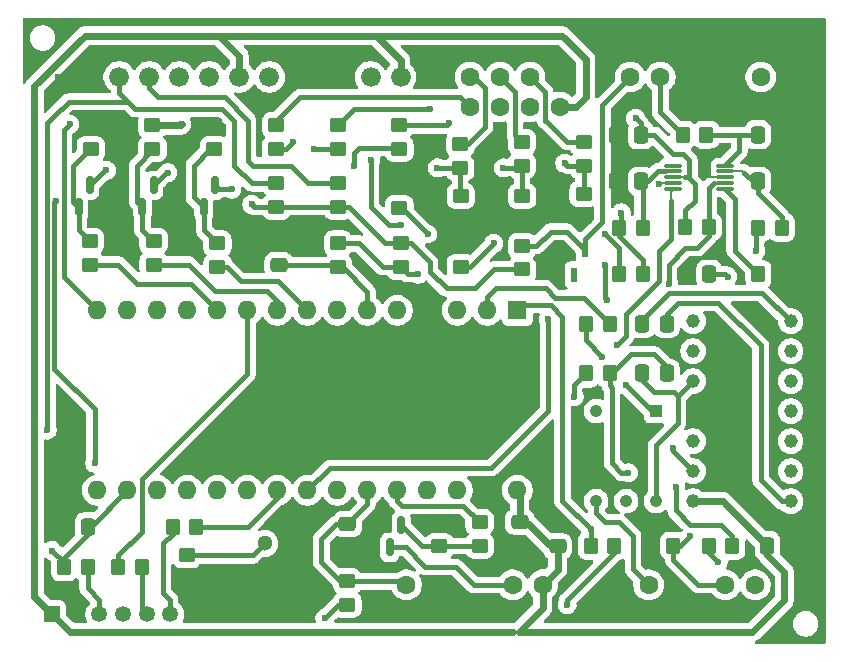
<source format=gbr>
%TF.GenerationSoftware,KiCad,Pcbnew,9.0.6-9.0.6~ubuntu24.04.1*%
%TF.CreationDate,2025-12-27T17:06:47+01:00*%
%TF.ProjectId,controller_board,636f6e74-726f-46c6-9c65-725f626f6172,rev?*%
%TF.SameCoordinates,Original*%
%TF.FileFunction,Copper,L1,Top*%
%TF.FilePolarity,Positive*%
%FSLAX46Y46*%
G04 Gerber Fmt 4.6, Leading zero omitted, Abs format (unit mm)*
G04 Created by KiCad (PCBNEW 9.0.6-9.0.6~ubuntu24.04.1) date 2025-12-27 17:06:47*
%MOMM*%
%LPD*%
G01*
G04 APERTURE LIST*
G04 Aperture macros list*
%AMRoundRect*
0 Rectangle with rounded corners*
0 $1 Rounding radius*
0 $2 $3 $4 $5 $6 $7 $8 $9 X,Y pos of 4 corners*
0 Add a 4 corners polygon primitive as box body*
4,1,4,$2,$3,$4,$5,$6,$7,$8,$9,$2,$3,0*
0 Add four circle primitives for the rounded corners*
1,1,$1+$1,$2,$3*
1,1,$1+$1,$4,$5*
1,1,$1+$1,$6,$7*
1,1,$1+$1,$8,$9*
0 Add four rect primitives between the rounded corners*
20,1,$1+$1,$2,$3,$4,$5,0*
20,1,$1+$1,$4,$5,$6,$7,0*
20,1,$1+$1,$6,$7,$8,$9,0*
20,1,$1+$1,$8,$9,$2,$3,0*%
G04 Aperture macros list end*
%TA.AperFunction,SMDPad,CuDef*%
%ADD10RoundRect,0.250000X-0.450000X0.350000X-0.450000X-0.350000X0.450000X-0.350000X0.450000X0.350000X0*%
%TD*%
%TA.AperFunction,SMDPad,CuDef*%
%ADD11RoundRect,0.250000X-0.350000X-0.450000X0.350000X-0.450000X0.350000X0.450000X-0.350000X0.450000X0*%
%TD*%
%TA.AperFunction,ComponentPad*%
%ADD12C,1.600000*%
%TD*%
%TA.AperFunction,SMDPad,CuDef*%
%ADD13RoundRect,0.250000X0.350000X0.450000X-0.350000X0.450000X-0.350000X-0.450000X0.350000X-0.450000X0*%
%TD*%
%TA.AperFunction,SMDPad,CuDef*%
%ADD14RoundRect,0.250000X-0.475000X0.337500X-0.475000X-0.337500X0.475000X-0.337500X0.475000X0.337500X0*%
%TD*%
%TA.AperFunction,SMDPad,CuDef*%
%ADD15RoundRect,0.250000X-0.337500X-0.475000X0.337500X-0.475000X0.337500X0.475000X-0.337500X0.475000X0*%
%TD*%
%TA.AperFunction,SMDPad,CuDef*%
%ADD16RoundRect,0.250000X0.475000X-0.337500X0.475000X0.337500X-0.475000X0.337500X-0.475000X-0.337500X0*%
%TD*%
%TA.AperFunction,ComponentPad*%
%ADD17C,1.168400*%
%TD*%
%TA.AperFunction,ComponentPad*%
%ADD18C,1.676400*%
%TD*%
%TA.AperFunction,SMDPad,CuDef*%
%ADD19RoundRect,0.250000X0.450000X-0.350000X0.450000X0.350000X-0.450000X0.350000X-0.450000X-0.350000X0*%
%TD*%
%TA.AperFunction,ComponentPad*%
%ADD20R,1.350000X1.350000*%
%TD*%
%TA.AperFunction,ComponentPad*%
%ADD21C,1.350000*%
%TD*%
%TA.AperFunction,SMDPad,CuDef*%
%ADD22RoundRect,0.250000X0.337500X0.475000X-0.337500X0.475000X-0.337500X-0.475000X0.337500X-0.475000X0*%
%TD*%
%TA.AperFunction,ComponentPad*%
%ADD23R,1.070000X1.070000*%
%TD*%
%TA.AperFunction,ComponentPad*%
%ADD24C,1.070000*%
%TD*%
%TA.AperFunction,ComponentPad*%
%ADD25C,1.300000*%
%TD*%
%TA.AperFunction,SMDPad,CuDef*%
%ADD26RoundRect,0.150000X0.150000X-0.587500X0.150000X0.587500X-0.150000X0.587500X-0.150000X-0.587500X0*%
%TD*%
%TA.AperFunction,SMDPad,CuDef*%
%ADD27R,0.600000X1.250000*%
%TD*%
%TA.AperFunction,SMDPad,CuDef*%
%ADD28RoundRect,0.075000X0.650000X0.075000X-0.650000X0.075000X-0.650000X-0.075000X0.650000X-0.075000X0*%
%TD*%
%TA.AperFunction,SMDPad,CuDef*%
%ADD29RoundRect,0.150000X-0.150000X0.587500X-0.150000X-0.587500X0.150000X-0.587500X0.150000X0.587500X0*%
%TD*%
%TA.AperFunction,ComponentPad*%
%ADD30R,1.600000X1.600000*%
%TD*%
%TA.AperFunction,ComponentPad*%
%ADD31O,1.600000X1.600000*%
%TD*%
%TA.AperFunction,ViaPad*%
%ADD32C,0.600000*%
%TD*%
%TA.AperFunction,Conductor*%
%ADD33C,0.400000*%
%TD*%
%TA.AperFunction,Conductor*%
%ADD34C,0.600000*%
%TD*%
%TA.AperFunction,Conductor*%
%ADD35C,0.200000*%
%TD*%
G04 APERTURE END LIST*
D10*
%TO.P,R11,1*%
%TO.N,GND*%
X106600000Y-82600000D03*
%TO.P,R11,2*%
%TO.N,Net-(R11-Pad2)*%
X106600000Y-84600000D03*
%TD*%
D11*
%TO.P,R13,1*%
%TO.N,Net-(R11-Pad2)*%
X120000000Y-81266667D03*
%TO.P,R13,2*%
%TO.N,AIN3*%
X122000000Y-81266667D03*
%TD*%
D12*
%TO.P,CN5,1,1*%
%TO.N,Net-(Q2-D)*%
X111000000Y-111500000D03*
%TO.P,CN5,2,2*%
%TO.N,12V*%
X113540000Y-111500000D03*
%TD*%
D13*
%TO.P,R3,1*%
%TO.N,Net-(CN3-Pad1)*%
X124600000Y-108200000D03*
%TO.P,R3,2*%
%TO.N,GND*%
X122600000Y-108200000D03*
%TD*%
D11*
%TO.P,R25,1*%
%TO.N,Net-(J2-Pin_6)*%
X82200000Y-106600000D03*
%TO.P,R25,2*%
%TO.N,A3*%
X84200000Y-106600000D03*
%TD*%
D14*
%TO.P,C10,1*%
%TO.N,A6*%
X97000000Y-106362500D03*
%TO.P,C10,2*%
%TO.N,GND*%
X97000000Y-108437500D03*
%TD*%
D10*
%TO.P,R40,1*%
%TO.N,Net-(CN6-Pad8)*%
X90950000Y-72600000D03*
%TO.P,R40,2*%
%TO.N,Net-(Q4-D)*%
X90950000Y-74600000D03*
%TD*%
D11*
%TO.P,R12,1*%
%TO.N,Net-(J4-Pad2)*%
X120000000Y-85200000D03*
%TO.P,R12,2*%
%TO.N,Net-(R11-Pad2)*%
X122000000Y-85200000D03*
%TD*%
D15*
%TO.P,C1,1*%
%TO.N,AIN1*%
X131762500Y-73400000D03*
%TO.P,C1,2*%
%TO.N,GND*%
X133837500Y-73400000D03*
%TD*%
D10*
%TO.P,R37,1*%
%TO.N,Net-(CN6-Pad7)*%
X101400000Y-72600000D03*
%TO.P,R37,2*%
%TO.N,Net-(Q3-D)*%
X101400000Y-74600000D03*
%TD*%
D16*
%TO.P,C3,1*%
%TO.N,D3*%
X91200000Y-84437500D03*
%TO.P,C3,2*%
%TO.N,GND*%
X91200000Y-82362500D03*
%TD*%
D17*
%TO.P,U2,1,OSCILLATOR_CAP*%
%TO.N,Net-(C4-Pad2)*%
X134527500Y-104420000D03*
%TO.P,U2,2*%
%TO.N,unconnected-(U2-Pad2)*%
X134527500Y-101880000D03*
%TO.P,U2,3*%
%TO.N,unconnected-(U2-Pad3)*%
X134527500Y-99340000D03*
%TO.P,U2,4*%
%TO.N,unconnected-(U2-Pad4)*%
X134527500Y-96800000D03*
%TO.P,U2,5,OSCILLATOR_OUT*%
%TO.N,Net-(U2-OSCILLATOR_OUT)*%
X134527500Y-94260000D03*
%TO.P,U2,6*%
%TO.N,unconnected-(U2-Pad6)*%
X134527500Y-91720000D03*
%TO.P,U2,7,OSCILLATOR_CAP*%
%TO.N,Net-(C4-Pad1)*%
X134527500Y-89180000D03*
%TO.P,U2,8*%
%TO.N,unconnected-(U2-Pad8)*%
X126272500Y-89180000D03*
%TO.P,U2,9,FILTER_CAP*%
%TO.N,Net-(U2-FILTER_CAP)*%
X126272500Y-91720000D03*
%TO.P,U2,10,DETECTOR_IN*%
%TO.N,LM1830_IN*%
X126272500Y-94260000D03*
%TO.P,U2,11,GND*%
%TO.N,GND*%
X126272500Y-96800000D03*
%TO.P,U2,12,OUTPUT*%
%TO.N,D1*%
X126272500Y-99340000D03*
%TO.P,U2,13,OSC_OUT*%
%TO.N,Net-(U2-OSC_OUT)*%
X126272500Y-101880000D03*
%TO.P,U2,14,VCC*%
%TO.N,12V*%
X126272500Y-104420000D03*
%TD*%
D16*
%TO.P,C11,1*%
%TO.N,12V*%
X114800000Y-108237500D03*
%TO.P,C11,2*%
%TO.N,GND*%
X114800000Y-106162500D03*
%TD*%
D18*
%TO.P,J5,1,1*%
%TO.N,GND*%
X75150000Y-68500000D03*
%TO.P,J5,2,2*%
%TO.N,A5{slash}SCL*%
X77690000Y-68500000D03*
%TO.P,J5,3,3*%
%TO.N,A4{slash}SDA*%
X80230000Y-68500000D03*
%TO.P,J5,4,4*%
%TO.N,D12*%
X82770000Y-68500000D03*
%TO.P,J5,5,5*%
%TO.N,3.3V*%
X85310000Y-68500000D03*
%TO.P,J5,6,6*%
%TO.N,12V*%
X87850000Y-68500000D03*
%TO.P,J5,7,7*%
%TO.N,D4*%
X90390000Y-68500000D03*
%TD*%
D10*
%TO.P,R35,1*%
%TO.N,GND*%
X85725000Y-72600000D03*
%TO.P,R35,2*%
%TO.N,Net-(Q3-G)*%
X85725000Y-74600000D03*
%TD*%
D12*
%TO.P,CN6,1,1*%
%TO.N,GND*%
X115000000Y-68499999D03*
%TO.P,CN6,2,2*%
%TO.N,Net-(CN6-Pad2)*%
X112460000Y-68499999D03*
%TO.P,CN6,3,3*%
%TO.N,Net-(CN6-Pad3)*%
X109920000Y-68499999D03*
%TO.P,CN6,4,4*%
%TO.N,Net-(CN6-Pad4)*%
X107380000Y-68499999D03*
%TO.P,CN6,5,5*%
%TO.N,12V*%
X115000000Y-71039999D03*
%TO.P,CN6,6,6*%
%TO.N,Net-(CN6-Pad6)*%
X112460000Y-71039999D03*
%TO.P,CN6,7,7*%
%TO.N,Net-(CN6-Pad7)*%
X109920000Y-71039999D03*
%TO.P,CN6,8,8*%
%TO.N,Net-(CN6-Pad8)*%
X107380000Y-71039999D03*
%TD*%
D19*
%TO.P,R17,1*%
%TO.N,D10*%
X106550000Y-76200000D03*
%TO.P,R17,2*%
%TO.N,Net-(CN6-Pad4)*%
X106550000Y-74200000D03*
%TD*%
D20*
%TO.P,J2,1,Pin_1*%
%TO.N,12V*%
X72000000Y-114000000D03*
D21*
%TO.P,J2,2,Pin_2*%
%TO.N,GND*%
X74000000Y-114000000D03*
%TO.P,J2,3,Pin_3*%
%TO.N,D13*%
X76000000Y-114000000D03*
%TO.P,J2,4,Pin_4*%
%TO.N,A0*%
X78000000Y-114000000D03*
%TO.P,J2,5,Pin_5*%
%TO.N,Net-(J2-Pin_5)*%
X80000000Y-114000000D03*
%TO.P,J2,6,Pin_6*%
%TO.N,Net-(J2-Pin_6)*%
X82000000Y-114000000D03*
%TD*%
D10*
%TO.P,R22,1*%
%TO.N,D11*%
X117000000Y-78400000D03*
%TO.P,R22,2*%
%TO.N,GND*%
X117000000Y-80400000D03*
%TD*%
%TO.P,R14,1*%
%TO.N,Net-(CN6-Pad6)*%
X96200000Y-72600000D03*
%TO.P,R14,2*%
%TO.N,Net-(Q1-D)*%
X96200000Y-74600000D03*
%TD*%
D12*
%TO.P,CN7,1,1*%
%TO.N,A6*%
X102000000Y-111500000D03*
%TO.P,CN7,2,2*%
%TO.N,GND*%
X104540000Y-111500000D03*
%TD*%
D10*
%TO.P,R6,1*%
%TO.N,Net-(CN2-Pad1)*%
X96200000Y-82600000D03*
%TO.P,R6,2*%
%TO.N,D3*%
X96200000Y-84600000D03*
%TD*%
D19*
%TO.P,R19,1*%
%TO.N,D9*%
X111775000Y-76000000D03*
%TO.P,R19,2*%
%TO.N,Net-(CN6-Pad3)*%
X111775000Y-74000000D03*
%TD*%
D13*
%TO.P,R26,1*%
%TO.N,Net-(J2-Pin_5)*%
X79600000Y-110000000D03*
%TO.P,R26,2*%
%TO.N,D7*%
X77600000Y-110000000D03*
%TD*%
D10*
%TO.P,R34,1*%
%TO.N,Net-(Q1-G)*%
X80600000Y-82400000D03*
%TO.P,R34,2*%
%TO.N,D6*%
X80600000Y-84400000D03*
%TD*%
D22*
%TO.P,C9,1*%
%TO.N,3.3V*%
X121837500Y-73400000D03*
%TO.P,C9,2*%
%TO.N,GND*%
X119762500Y-73400000D03*
%TD*%
D23*
%TO.P,IC1,1,A*%
%TO.N,Net-(IC1-A)*%
X123140000Y-96790000D03*
D24*
%TO.P,IC1,2,K*%
%TO.N,GND*%
X120600000Y-96790000D03*
%TO.P,IC1,3,NC*%
%TO.N,unconnected-(IC1-NC-Pad3)*%
X118060000Y-96790000D03*
%TO.P,IC1,4,D_1*%
%TO.N,LM1830_OUT*%
X118060000Y-104410000D03*
%TO.P,IC1,5,S*%
%TO.N,unconnected-(IC1-S-Pad5)*%
X120600000Y-104410000D03*
%TO.P,IC1,6,D_2*%
%TO.N,LM1830_IN*%
X123140000Y-104410000D03*
%TD*%
D10*
%TO.P,R36,1*%
%TO.N,Net-(Q3-G)*%
X86000000Y-82600000D03*
%TO.P,R36,2*%
%TO.N,D5*%
X86000000Y-84600000D03*
%TD*%
D25*
%TO.P,U3,1,1*%
%TO.N,A1*%
X90000000Y-108000000D03*
%TO.P,U3,2,2*%
%TO.N,GND*%
X90000000Y-113000000D03*
%TD*%
D10*
%TO.P,R18,1*%
%TO.N,D10*%
X106600000Y-78600000D03*
%TO.P,R18,2*%
%TO.N,GND*%
X106600000Y-80600000D03*
%TD*%
D11*
%TO.P,R32,1*%
%TO.N,Net-(U1-ADDR)*%
X131800000Y-85200000D03*
%TO.P,R32,2*%
%TO.N,GND*%
X133800000Y-85200000D03*
%TD*%
D10*
%TO.P,R9,1*%
%TO.N,A1*%
X83400000Y-109000000D03*
%TO.P,R9,2*%
%TO.N,GND*%
X83400000Y-111000000D03*
%TD*%
D15*
%TO.P,C4,1*%
%TO.N,Net-(C4-Pad1)*%
X121962500Y-89400000D03*
%TO.P,C4,2*%
%TO.N,Net-(C4-Pad2)*%
X124037500Y-89400000D03*
%TD*%
D12*
%TO.P,CN4,1,1*%
%TO.N,Net-(CN4-Pad1)*%
X123500000Y-68499999D03*
%TO.P,CN4,2,2*%
%TO.N,3V*%
X120960000Y-68499999D03*
%TD*%
D13*
%TO.P,R7,1*%
%TO.N,3.3V*%
X119600000Y-108200000D03*
%TO.P,R7,2*%
%TO.N,D1*%
X117600000Y-108200000D03*
%TD*%
D15*
%TO.P,C13,1*%
%TO.N,GND*%
X125562500Y-85200000D03*
%TO.P,C13,2*%
%TO.N,Net-(U2-FILTER_CAP)*%
X127637500Y-85200000D03*
%TD*%
D11*
%TO.P,R2,1*%
%TO.N,Net-(CN4-Pad1)*%
X125400000Y-73400000D03*
%TO.P,R2,2*%
%TO.N,AIN1*%
X127400000Y-73400000D03*
%TD*%
D18*
%TO.P,J4,1,1*%
%TO.N,12V*%
X101500000Y-68500000D03*
%TO.P,J4,2,2*%
%TO.N,Net-(J4-Pad2)*%
X98960000Y-68500000D03*
%TO.P,J4,3,3*%
%TO.N,GND*%
X96420000Y-68500000D03*
%TD*%
D15*
%TO.P,C2,1*%
%TO.N,AIN0*%
X131762500Y-77333333D03*
%TO.P,C2,2*%
%TO.N,GND*%
X133837500Y-77333333D03*
%TD*%
D26*
%TO.P,Q3,1,G*%
%TO.N,Net-(Q3-G)*%
X84850000Y-79537500D03*
%TO.P,Q3,2,S*%
%TO.N,GND*%
X86750000Y-79537500D03*
%TO.P,Q3,3,D*%
%TO.N,Net-(Q3-D)*%
X85800000Y-77662500D03*
%TD*%
D27*
%TO.P,IC2,1,+*%
%TO.N,3V*%
X117150000Y-83150000D03*
%TO.P,IC2,2,-*%
%TO.N,GND*%
X115250000Y-83150000D03*
%TO.P,IC2,3,N.C.*%
%TO.N,unconnected-(IC2-N.C.-Pad3)*%
X116200000Y-85250000D03*
%TD*%
D26*
%TO.P,Q1,1,G*%
%TO.N,Net-(Q1-G)*%
X79650000Y-79537500D03*
%TO.P,Q1,2,S*%
%TO.N,GND*%
X81550000Y-79537500D03*
%TO.P,Q1,3,D*%
%TO.N,Net-(Q1-D)*%
X80600000Y-77662500D03*
%TD*%
D15*
%TO.P,C8,1*%
%TO.N,12V*%
X132562500Y-108200000D03*
%TO.P,C8,2*%
%TO.N,GND*%
X134637500Y-108200000D03*
%TD*%
D11*
%TO.P,R27,1*%
%TO.N,Net-(IC1-A)*%
X117200000Y-89400000D03*
%TO.P,R27,2*%
%TO.N,D0*%
X119200000Y-89400000D03*
%TD*%
D10*
%TO.P,R33,1*%
%TO.N,12V*%
X80500000Y-72600000D03*
%TO.P,R33,2*%
%TO.N,Net-(Q1-G)*%
X80500000Y-74600000D03*
%TD*%
D14*
%TO.P,C12,1*%
%TO.N,12V*%
X111600000Y-106162500D03*
%TO.P,C12,2*%
%TO.N,GND*%
X111600000Y-108237500D03*
%TD*%
D15*
%TO.P,C6,1*%
%TO.N,LM1830_IN*%
X121962500Y-93600000D03*
%TO.P,C6,2*%
%TO.N,Net-(C6-Pad2)*%
X124037500Y-93600000D03*
%TD*%
D13*
%TO.P,R16,1*%
%TO.N,Net-(C6-Pad2)*%
X129600000Y-108200000D03*
%TO.P,R16,2*%
%TO.N,Net-(U2-OSCILLATOR_OUT)*%
X127600000Y-108200000D03*
%TD*%
D22*
%TO.P,C7,1*%
%TO.N,3.3V*%
X75037500Y-106600000D03*
%TO.P,C7,2*%
%TO.N,GND*%
X72962500Y-106600000D03*
%TD*%
D10*
%TO.P,R28,1*%
%TO.N,A4{slash}SDA*%
X96200000Y-77500000D03*
%TO.P,R28,2*%
%TO.N,3.3V*%
X96200000Y-79500000D03*
%TD*%
D12*
%TO.P,CN2,1,1*%
%TO.N,Net-(CN2-Pad1)*%
X132000000Y-68500000D03*
%TO.P,CN2,2,2*%
%TO.N,GND*%
X129460000Y-68500000D03*
%TD*%
D13*
%TO.P,R10,1*%
%TO.N,D13*%
X75000000Y-110000000D03*
%TO.P,R10,2*%
%TO.N,3.3V*%
X73000000Y-110000000D03*
%TD*%
D19*
%TO.P,R29,1*%
%TO.N,3.3V*%
X97000000Y-113200000D03*
%TO.P,R29,2*%
%TO.N,A6*%
X97000000Y-111200000D03*
%TD*%
%TO.P,R23,1*%
%TO.N,Net-(Q2-G)*%
X108200000Y-108200000D03*
%TO.P,R23,2*%
%TO.N,A7*%
X108200000Y-106200000D03*
%TD*%
%TO.P,R8,1*%
%TO.N,3.3V*%
X111800000Y-84800000D03*
%TO.P,R8,2*%
%TO.N,3V*%
X111800000Y-82800000D03*
%TD*%
D10*
%TO.P,R38,1*%
%TO.N,GND*%
X75275000Y-72600000D03*
%TO.P,R38,2*%
%TO.N,Net-(Q4-G)*%
X75275000Y-74600000D03*
%TD*%
D22*
%TO.P,C5,1*%
%TO.N,AIN3*%
X121837500Y-77333333D03*
%TO.P,C5,2*%
%TO.N,GND*%
X119762500Y-77333333D03*
%TD*%
D28*
%TO.P,U1,1,ADDR*%
%TO.N,Net-(U1-ADDR)*%
X129000000Y-78000000D03*
%TO.P,U1,2,ALERT/RDY*%
%TO.N,D2*%
X129000000Y-77500000D03*
%TO.P,U1,3,GND*%
%TO.N,GND*%
X129000000Y-77000000D03*
%TO.P,U1,4,AIN0*%
%TO.N,AIN0*%
X129000000Y-76500000D03*
%TO.P,U1,5,AIN1*%
%TO.N,AIN1*%
X129000000Y-76000000D03*
%TO.P,U1,6,AIN2*%
%TO.N,unconnected-(U1-AIN2-Pad6)*%
X124600000Y-76000000D03*
%TO.P,U1,7,AIN3*%
%TO.N,AIN3*%
X124600000Y-76500000D03*
%TO.P,U1,8,VDD*%
%TO.N,3.3V*%
X124600000Y-77000000D03*
%TO.P,U1,9,SDA*%
%TO.N,A4{slash}SDA*%
X124600000Y-77500000D03*
%TO.P,U1,10,SCL*%
%TO.N,A5{slash}SCL*%
X124600000Y-78000000D03*
%TD*%
D12*
%TO.P,CN1,1,1*%
%TO.N,GND*%
X119960000Y-111500000D03*
%TO.P,CN1,2,2*%
%TO.N,LM1830_OUT*%
X122500000Y-111500000D03*
%TD*%
D19*
%TO.P,R5,1*%
%TO.N,Net-(CN2-Pad1)*%
X101500000Y-84600000D03*
%TO.P,R5,2*%
%TO.N,3.3V*%
X101500000Y-82600000D03*
%TD*%
D26*
%TO.P,Q4,1,G*%
%TO.N,Net-(Q4-G)*%
X74250000Y-79537500D03*
%TO.P,Q4,2,S*%
%TO.N,GND*%
X76150000Y-79537500D03*
%TO.P,Q4,3,D*%
%TO.N,Net-(Q4-D)*%
X75200000Y-77662500D03*
%TD*%
D11*
%TO.P,R4,1*%
%TO.N,Net-(CN3-Pad1)*%
X131800000Y-81266667D03*
%TO.P,R4,2*%
%TO.N,AIN0*%
X133800000Y-81266667D03*
%TD*%
D29*
%TO.P,Q2,1,G*%
%TO.N,Net-(Q2-G)*%
X101550000Y-106462500D03*
%TO.P,Q2,2,S*%
%TO.N,GND*%
X99650000Y-106462500D03*
%TO.P,Q2,3,D*%
%TO.N,Net-(Q2-D)*%
X100600000Y-108337500D03*
%TD*%
D10*
%TO.P,R30,1*%
%TO.N,A5{slash}SCL*%
X91000000Y-77500000D03*
%TO.P,R30,2*%
%TO.N,3.3V*%
X91000000Y-79500000D03*
%TD*%
%TO.P,R39,1*%
%TO.N,Net-(Q4-G)*%
X75200000Y-82400000D03*
%TO.P,R39,2*%
%TO.N,D8*%
X75200000Y-84400000D03*
%TD*%
D11*
%TO.P,R31,1*%
%TO.N,3.3V*%
X125600000Y-81200000D03*
%TO.P,R31,2*%
%TO.N,D2*%
X127600000Y-81200000D03*
%TD*%
D13*
%TO.P,R15,1*%
%TO.N,Net-(C6-Pad2)*%
X119200000Y-93600000D03*
%TO.P,R15,2*%
%TO.N,Net-(U2-OSC_OUT)*%
X117200000Y-93600000D03*
%TD*%
D10*
%TO.P,R24,1*%
%TO.N,GND*%
X104800000Y-106200000D03*
%TO.P,R24,2*%
%TO.N,Net-(Q2-G)*%
X104800000Y-108200000D03*
%TD*%
D19*
%TO.P,R21,1*%
%TO.N,D11*%
X117000000Y-76000000D03*
%TO.P,R21,2*%
%TO.N,Net-(CN6-Pad2)*%
X117000000Y-74000000D03*
%TD*%
D30*
%TO.P,A1,1,D1/TX*%
%TO.N,D1*%
X111400000Y-88260000D03*
D31*
%TO.P,A1,2,D0/RX*%
%TO.N,D0*%
X108860000Y-88260000D03*
%TO.P,A1,3,~{RESET}*%
%TO.N,unconnected-(A1-~{RESET}-Pad3)*%
X106320000Y-88260000D03*
%TO.P,A1,4,GND*%
%TO.N,GND*%
X103780000Y-88260000D03*
%TO.P,A1,5,D2*%
%TO.N,D2*%
X101240000Y-88260000D03*
%TO.P,A1,6,D3*%
%TO.N,D3*%
X98700000Y-88260000D03*
%TO.P,A1,7,D4*%
%TO.N,D4*%
X96160000Y-88260000D03*
%TO.P,A1,8,D5*%
%TO.N,D5*%
X93620000Y-88260000D03*
%TO.P,A1,9,D6*%
%TO.N,D6*%
X91080000Y-88260000D03*
%TO.P,A1,10,D7*%
%TO.N,D7*%
X88540000Y-88260000D03*
%TO.P,A1,11,D8*%
%TO.N,D8*%
X86000000Y-88260000D03*
%TO.P,A1,12,D9*%
%TO.N,D9*%
X83460000Y-88260000D03*
%TO.P,A1,13,D10/CS*%
%TO.N,D10*%
X80920000Y-88260000D03*
%TO.P,A1,14,D11/COPI*%
%TO.N,D11*%
X78380000Y-88260000D03*
%TO.P,A1,15,D12/CIPO*%
%TO.N,D12*%
X75840000Y-88260000D03*
%TO.P,A1,16,D13/SCK*%
%TO.N,D13*%
X75840000Y-103500000D03*
%TO.P,A1,17,3V3*%
%TO.N,3.3V*%
X78380000Y-103500000D03*
%TO.P,A1,18,B0*%
%TO.N,unconnected-(A1-B0-Pad18)*%
X80920000Y-103500000D03*
%TO.P,A1,19,A0*%
%TO.N,A0*%
X83460000Y-103500000D03*
%TO.P,A1,20,A1*%
%TO.N,A1*%
X86000000Y-103500000D03*
%TO.P,A1,21,A2*%
%TO.N,A2*%
X88540000Y-103500000D03*
%TO.P,A1,22,A3*%
%TO.N,A3*%
X91080000Y-103500000D03*
%TO.P,A1,23,SDA/A4*%
%TO.N,A4{slash}SDA*%
X93620000Y-103500000D03*
%TO.P,A1,24,SCL/A5*%
%TO.N,A5{slash}SCL*%
X96160000Y-103500000D03*
%TO.P,A1,25,A6*%
%TO.N,A6*%
X98700000Y-103500000D03*
%TO.P,A1,26,A7*%
%TO.N,A7*%
X101240000Y-103500000D03*
%TO.P,A1,27,VUSB/5V*%
%TO.N,unconnected-(A1-VUSB{slash}5V-Pad27)*%
X103780000Y-103500000D03*
%TO.P,A1,28,B1*%
%TO.N,unconnected-(A1-B1-Pad28)*%
X106320000Y-103500000D03*
%TO.P,A1,29,GND*%
%TO.N,GND*%
X108860000Y-103500000D03*
%TO.P,A1,30,VIN*%
%TO.N,12V*%
X111400000Y-103500000D03*
%TD*%
D19*
%TO.P,R1,1*%
%TO.N,Net-(CN4-Pad1)*%
X101400000Y-79600000D03*
%TO.P,R1,2*%
%TO.N,GND*%
X101400000Y-77600000D03*
%TD*%
D12*
%TO.P,CN3,1,1*%
%TO.N,Net-(CN3-Pad1)*%
X129000000Y-111500000D03*
%TO.P,CN3,2,2*%
%TO.N,3V*%
X131540000Y-111500000D03*
%TD*%
D19*
%TO.P,R20,1*%
%TO.N,GND*%
X111800000Y-80600000D03*
%TO.P,R20,2*%
%TO.N,D9*%
X111800000Y-78600000D03*
%TD*%
D32*
%TO.N,D1*%
X117600000Y-106800000D03*
%TO.N,12V*%
X83000000Y-72500000D03*
%TO.N,3.3V*%
X72000000Y-108600000D03*
X115600000Y-113200000D03*
X88900000Y-79300000D03*
X95100000Y-114300000D03*
X121400000Y-72000000D03*
%TO.N,GND*%
X87600000Y-79200000D03*
X72200000Y-111600000D03*
X93500000Y-93000000D03*
X72500000Y-68500000D03*
X114000000Y-84000000D03*
X94500000Y-98000000D03*
X73600000Y-97200000D03*
X77000000Y-72000000D03*
X129400000Y-84200000D03*
X128800000Y-79400000D03*
X73000000Y-103200000D03*
X120000000Y-78800000D03*
X104200000Y-79400000D03*
X98800000Y-106200000D03*
X101500000Y-96000000D03*
X122600000Y-75200000D03*
X114400000Y-78800000D03*
X103200000Y-106400000D03*
X106400000Y-106400000D03*
X128000000Y-74800000D03*
X82800000Y-78600000D03*
X98800000Y-110000000D03*
X87800000Y-82200000D03*
X77500000Y-78000000D03*
X109200000Y-80000000D03*
%TO.N,Net-(R11-Pad2)*%
X120200000Y-80000000D03*
X109400000Y-82600000D03*
%TO.N,Net-(CN6-Pad6)*%
X104000000Y-71200000D03*
%TO.N,Net-(CN3-Pad1)*%
X131600000Y-83200000D03*
X126000000Y-107400000D03*
%TO.N,Net-(U2-OSC_OUT)*%
X124600000Y-99890000D03*
X116200000Y-95600000D03*
%TO.N,Net-(U2-FILTER_CAP)*%
X129200000Y-85400000D03*
%TO.N,Net-(C6-Pad2)*%
X120800000Y-102000000D03*
X124800000Y-103200000D03*
%TO.N,Net-(CN2-Pad1)*%
X103000000Y-85200000D03*
%TO.N,Net-(CN4-Pad1)*%
X103800000Y-81800000D03*
%TO.N,Net-(IC1-A)*%
X120600000Y-94600000D03*
X118600000Y-92200000D03*
%TO.N,D2*%
X124200000Y-86000000D03*
%TO.N,D4*%
X101500000Y-81000000D03*
X99000000Y-75500000D03*
%TO.N,D9*%
X110200000Y-76200000D03*
%TO.N,D10*%
X104600000Y-76200000D03*
%TO.N,D11*%
X115400000Y-75800000D03*
%TO.N,A4{slash}SDA*%
X119000000Y-87400000D03*
X75600000Y-101200000D03*
X123400000Y-77600000D03*
X114000000Y-89000000D03*
X72300000Y-79000000D03*
X118800000Y-84400000D03*
%TO.N,Net-(Q1-D)*%
X94200000Y-74600000D03*
X81800000Y-76600000D03*
%TO.N,Net-(Q3-D)*%
X87200000Y-78000000D03*
X97600000Y-76000000D03*
%TO.N,Net-(Q4-D)*%
X92400000Y-74000000D03*
X76600000Y-76400000D03*
%TO.N,Net-(U2-OSCILLATOR_OUT)*%
X128400000Y-109600000D03*
%TO.N,A5{slash}SCL*%
X71600000Y-98400000D03*
X119800000Y-91200000D03*
%TO.N,D12*%
X73500000Y-72500000D03*
%TO.N,Net-(J4-Pad2)*%
X118800000Y-81800000D03*
%TO.N,Net-(CN6-Pad7)*%
X105600000Y-72400000D03*
%TD*%
D33*
%TO.N,D0*%
X113800000Y-86400000D02*
X109600000Y-86400000D01*
X108860000Y-87140000D02*
X108860000Y-88260000D01*
X114600000Y-87200000D02*
X113800000Y-86400000D01*
X109600000Y-86400000D02*
X108860000Y-87140000D01*
X117000000Y-87200000D02*
X114600000Y-87200000D01*
X119200000Y-89400000D02*
X117000000Y-87200000D01*
%TO.N,D1*%
X114200000Y-87800000D02*
X111860000Y-87800000D01*
X117600000Y-106800000D02*
X115200000Y-104400000D01*
X115200000Y-88800000D02*
X114200000Y-87800000D01*
X115200000Y-104400000D02*
X115200000Y-88800000D01*
X117600000Y-108200000D02*
X117600000Y-106800000D01*
X111860000Y-87800000D02*
X111400000Y-88260000D01*
%TO.N,D3*%
X98700000Y-88260000D02*
X98700000Y-86700000D01*
X98700000Y-86700000D02*
X96600000Y-84600000D01*
X96600000Y-84600000D02*
X96200000Y-84600000D01*
X96037500Y-84437500D02*
X96200000Y-84600000D01*
X91200000Y-84437500D02*
X96037500Y-84437500D01*
D34*
%TO.N,12V*%
X114237500Y-108237500D02*
X114800000Y-108237500D01*
X111000000Y-115500000D02*
X73500000Y-115500000D01*
X80500000Y-72600000D02*
X82900000Y-72600000D01*
X111500000Y-115500000D02*
X113540000Y-113460000D01*
X134000000Y-112800000D02*
X131300000Y-115500000D01*
X134000000Y-110400000D02*
X134000000Y-112800000D01*
X132562500Y-108962500D02*
X134000000Y-110400000D01*
X112162500Y-106162500D02*
X114237500Y-108237500D01*
X101500000Y-68499999D02*
X101500000Y-67100000D01*
X131300000Y-115500000D02*
X111500000Y-115500000D01*
X114800000Y-110240000D02*
X113540000Y-111500000D01*
X116360001Y-71039999D02*
X117200000Y-70200000D01*
X117200000Y-70200000D02*
X117200000Y-67000000D01*
X117200000Y-67000000D02*
X115200000Y-65000000D01*
X132562500Y-108200000D02*
X132562500Y-108962500D01*
X111600000Y-106162500D02*
X112162500Y-106162500D01*
X111600000Y-103700000D02*
X111400000Y-103500000D01*
X115100000Y-65000000D02*
X99700000Y-65000000D01*
X111600000Y-106162500D02*
X111600000Y-103700000D01*
X101500000Y-67100000D02*
X99400000Y-65000000D01*
X128782500Y-104420000D02*
X132562500Y-108200000D01*
X74800000Y-65000000D02*
X70500000Y-69300000D01*
X86100000Y-65000000D02*
X74800000Y-65000000D01*
X87850000Y-68500000D02*
X87850000Y-66750000D01*
X87850000Y-66750000D02*
X86100000Y-65000000D01*
X82900000Y-72600000D02*
X83000000Y-72500000D01*
X114800000Y-108237500D02*
X114800000Y-110240000D01*
X99400000Y-65000000D02*
X86100000Y-65000000D01*
X113540000Y-113460000D02*
X113540000Y-111500000D01*
X115000000Y-71039999D02*
X116360001Y-71039999D01*
X70500000Y-69300000D02*
X70500000Y-112500000D01*
X70500000Y-112500000D02*
X72000000Y-114000000D01*
X72000000Y-114000000D02*
X73500000Y-115500000D01*
X115200000Y-65000000D02*
X115100000Y-65000000D01*
X126272500Y-104420000D02*
X128782500Y-104420000D01*
X99700000Y-65000000D02*
X99400000Y-65000000D01*
D33*
%TO.N,3.3V*%
X121837500Y-72437500D02*
X121400000Y-72000000D01*
X126400000Y-79000000D02*
X126400000Y-77600000D01*
X96200000Y-79500000D02*
X97100000Y-79500000D01*
X101500000Y-82600000D02*
X102400000Y-82600000D01*
X78380000Y-103500000D02*
X75280000Y-106600000D01*
X73000000Y-109600000D02*
X72000000Y-108600000D01*
X91000000Y-79500000D02*
X89100000Y-79500000D01*
X126400000Y-77600000D02*
X125800000Y-77000000D01*
X121837500Y-73400000D02*
X121837500Y-72437500D01*
X73000000Y-110000000D02*
X73000000Y-109200000D01*
X123000000Y-73400000D02*
X124600000Y-75000000D01*
X100200000Y-82600000D02*
X101500000Y-82600000D01*
X96200000Y-79500000D02*
X91000000Y-79500000D01*
X75037500Y-107162500D02*
X75037500Y-106600000D01*
X89100000Y-79500000D02*
X88900000Y-79300000D01*
D35*
X125600000Y-77000000D02*
X125950000Y-77000000D01*
D33*
X115600000Y-113200000D02*
X115600000Y-112800000D01*
X119600000Y-108800000D02*
X119600000Y-108200000D01*
X96200000Y-113200000D02*
X95300000Y-114100000D01*
D35*
X124400000Y-77000000D02*
X125600000Y-77000000D01*
D33*
X125600000Y-81200000D02*
X125600000Y-79800000D01*
X104000000Y-85000000D02*
X105400000Y-86400000D01*
X125400000Y-75000000D02*
X125950000Y-75550000D01*
X75280000Y-106600000D02*
X75037500Y-106600000D01*
X73000000Y-109200000D02*
X75037500Y-107162500D01*
X125800000Y-77000000D02*
X125600000Y-77000000D01*
X107800000Y-86400000D02*
X109400000Y-84800000D01*
X121837500Y-73400000D02*
X123000000Y-73400000D01*
X124600000Y-75000000D02*
X125400000Y-75000000D01*
X104000000Y-84200000D02*
X104000000Y-85000000D01*
X73000000Y-110000000D02*
X73000000Y-109600000D01*
X97000000Y-113200000D02*
X96200000Y-113200000D01*
X125600000Y-79800000D02*
X126400000Y-79000000D01*
X109400000Y-84800000D02*
X111800000Y-84800000D01*
X97100000Y-79500000D02*
X100200000Y-82600000D01*
X115600000Y-112800000D02*
X119600000Y-108800000D01*
X105400000Y-86400000D02*
X107800000Y-86400000D01*
X95100000Y-114300000D02*
X95300000Y-114100000D01*
X102400000Y-82600000D02*
X104000000Y-84200000D01*
X125950000Y-75550000D02*
X125950000Y-77000000D01*
D35*
%TO.N,GND*%
X127400000Y-77000000D02*
X127200000Y-76800000D01*
X127450000Y-77000000D02*
X127400000Y-77000000D01*
X127450000Y-77000000D02*
X129000000Y-77000000D01*
D33*
%TO.N,Net-(C4-Pad2)*%
X124037500Y-88562500D02*
X125000000Y-87600000D01*
X132000000Y-102600000D02*
X133820000Y-104420000D01*
X128400000Y-87600000D02*
X132000000Y-91200000D01*
X124037500Y-89400000D02*
X124037500Y-88562500D01*
X125000000Y-87600000D02*
X128400000Y-87600000D01*
X132000000Y-91200000D02*
X132000000Y-102600000D01*
X133820000Y-104420000D02*
X134527500Y-104420000D01*
%TO.N,Net-(C4-Pad1)*%
X124200000Y-86800000D02*
X121962500Y-89037500D01*
X132147500Y-86800000D02*
X124200000Y-86800000D01*
X121962500Y-89037500D02*
X121962500Y-89400000D01*
X134527500Y-89180000D02*
X132147500Y-86800000D01*
%TO.N,Net-(J2-Pin_6)*%
X82200000Y-113800000D02*
X82000000Y-114000000D01*
X82200000Y-107200000D02*
X81400000Y-108000000D01*
X82000000Y-112800000D02*
X82000000Y-114000000D01*
X82200000Y-106600000D02*
X82200000Y-107200000D01*
X81400000Y-112200000D02*
X82000000Y-112800000D01*
X81400000Y-108000000D02*
X81400000Y-112200000D01*
%TO.N,Net-(Q2-G)*%
X103287500Y-108200000D02*
X101550000Y-106462500D01*
X104800000Y-108200000D02*
X103287500Y-108200000D01*
X108200000Y-108200000D02*
X104800000Y-108200000D01*
%TO.N,Net-(CN6-Pad2)*%
X115600000Y-74000000D02*
X113800000Y-72200000D01*
X117000000Y-74000000D02*
X115600000Y-74000000D01*
X113750000Y-72200000D02*
X113750000Y-69789999D01*
X113800000Y-72200000D02*
X113750000Y-72200000D01*
X113750000Y-69789999D02*
X112460000Y-68499999D01*
%TO.N,Net-(R11-Pad2)*%
X106600000Y-84600000D02*
X107400000Y-84600000D01*
X122000000Y-84000000D02*
X120000000Y-82000000D01*
X120200000Y-81066667D02*
X120000000Y-81266667D01*
X107400000Y-84600000D02*
X109400000Y-82600000D01*
X120000000Y-82000000D02*
X120000000Y-81266667D01*
X120200000Y-80000000D02*
X120200000Y-81066667D01*
X122000000Y-85200000D02*
X122000000Y-84000000D01*
%TO.N,Net-(CN6-Pad3)*%
X109920000Y-68499999D02*
X111200000Y-69779999D01*
X111200000Y-73425000D02*
X111775000Y-74000000D01*
X111200000Y-69779999D02*
X111200000Y-73425000D01*
%TO.N,Net-(CN6-Pad6)*%
X97600000Y-71200000D02*
X97800000Y-71200000D01*
X97800000Y-71200000D02*
X104000000Y-71200000D01*
X96200000Y-72600000D02*
X97600000Y-71200000D01*
%TO.N,Net-(CN3-Pad1)*%
X124600000Y-108200000D02*
X125200000Y-108200000D01*
X124600000Y-109400000D02*
X126700000Y-111500000D01*
X125200000Y-108200000D02*
X126000000Y-107400000D01*
X131600000Y-83200000D02*
X131600000Y-81466667D01*
X131600000Y-81466667D02*
X131800000Y-81266667D01*
X126700000Y-111500000D02*
X129000000Y-111500000D01*
X124600000Y-108200000D02*
X124600000Y-109400000D01*
%TO.N,Net-(U2-OSC_OUT)*%
X116200000Y-94600000D02*
X117200000Y-93600000D01*
X116200000Y-95600000D02*
X116200000Y-94600000D01*
X124600000Y-99890000D02*
X124600000Y-100207500D01*
X124600000Y-99890000D02*
X124600000Y-99800000D01*
X124600000Y-100207500D02*
X126272500Y-101880000D01*
%TO.N,Net-(U2-FILTER_CAP)*%
X129000000Y-85200000D02*
X129200000Y-85400000D01*
X127637500Y-85200000D02*
X129000000Y-85200000D01*
%TO.N,Net-(C6-Pad2)*%
X124800000Y-105200000D02*
X124800000Y-103200000D01*
X119400000Y-94800000D02*
X119400000Y-101200000D01*
X129600000Y-108200000D02*
X129600000Y-107400000D01*
X119400000Y-93600000D02*
X119200000Y-93600000D01*
X124037500Y-93600000D02*
X124037500Y-93037500D01*
X123000000Y-92000000D02*
X121000000Y-92000000D01*
X124037500Y-93037500D02*
X123000000Y-92000000D01*
X120200000Y-102000000D02*
X120800000Y-102000000D01*
X128600000Y-106400000D02*
X126000000Y-106400000D01*
X129600000Y-107400000D02*
X128800000Y-106600000D01*
X128800000Y-106600000D02*
X128600000Y-106400000D01*
X119200000Y-94600000D02*
X119400000Y-94800000D01*
X121000000Y-92000000D02*
X119400000Y-93600000D01*
X119200000Y-93600000D02*
X119200000Y-94600000D01*
X126000000Y-106400000D02*
X124800000Y-105200000D01*
X119400000Y-101200000D02*
X120200000Y-102000000D01*
%TO.N,Net-(CN2-Pad1)*%
X101500000Y-84600000D02*
X100000000Y-84600000D01*
X98000000Y-82600000D02*
X96200000Y-82600000D01*
X103000000Y-85200000D02*
X102100000Y-85200000D01*
X100000000Y-84600000D02*
X98000000Y-82600000D01*
X102100000Y-85200000D02*
X101500000Y-84600000D01*
%TO.N,Net-(CN4-Pad1)*%
X123500000Y-71500000D02*
X125400000Y-73400000D01*
X123500000Y-68499999D02*
X123500000Y-71500000D01*
X101600000Y-79600000D02*
X103800000Y-81800000D01*
X101400000Y-79600000D02*
X101600000Y-79600000D01*
%TO.N,Net-(Q2-D)*%
X101937500Y-108337500D02*
X103600000Y-110000000D01*
X100600000Y-108337500D02*
X101937500Y-108337500D01*
X106200000Y-110000000D02*
X107700000Y-111500000D01*
X107700000Y-111500000D02*
X111000000Y-111500000D01*
X103600000Y-110000000D02*
X106200000Y-110000000D01*
%TO.N,LM1830_IN*%
X121962500Y-94162500D02*
X123000000Y-95200000D01*
X123000000Y-95200000D02*
X124667500Y-95200000D01*
X124667500Y-95200000D02*
X125000000Y-95532500D01*
X121962500Y-93600000D02*
X121962500Y-94162500D01*
X125000000Y-97800000D02*
X125000000Y-95532500D01*
X123140000Y-99660000D02*
X125000000Y-97800000D01*
X125000000Y-95532500D02*
X126272500Y-94260000D01*
X123140000Y-104410000D02*
X123140000Y-99660000D01*
%TO.N,Net-(U1-ADDR)*%
X128976000Y-78026000D02*
X128950000Y-78026000D01*
X129800000Y-83200000D02*
X129800000Y-78850000D01*
X131800000Y-85200000D02*
X129800000Y-83200000D01*
X129800000Y-78850000D02*
X128976000Y-78026000D01*
%TO.N,LM1830_OUT*%
X120000000Y-106200000D02*
X121200000Y-107400000D01*
X121200000Y-110200000D02*
X122500000Y-111500000D01*
X118060000Y-105460000D02*
X118800000Y-106200000D01*
X118060000Y-104410000D02*
X118060000Y-105460000D01*
X118800000Y-106200000D02*
X120000000Y-106200000D01*
X121200000Y-107400000D02*
X121200000Y-110200000D01*
%TO.N,3V*%
X115600000Y-81600000D02*
X114200000Y-81600000D01*
X117150000Y-82250000D02*
X118600000Y-80800000D01*
X118600000Y-80800000D02*
X118600000Y-70859999D01*
X113000000Y-82800000D02*
X111800000Y-82800000D01*
X114200000Y-81600000D02*
X113000000Y-82800000D01*
X117150000Y-83150000D02*
X117150000Y-82250000D01*
X117150000Y-83150000D02*
X115600000Y-81600000D01*
X118600000Y-70859999D02*
X120960000Y-68499999D01*
%TO.N,Net-(IC1-A)*%
X123140000Y-96790000D02*
X122790000Y-96790000D01*
X122790000Y-96790000D02*
X120600000Y-94600000D01*
X118600000Y-92200000D02*
X117200000Y-90800000D01*
X117200000Y-90800000D02*
X117200000Y-89400000D01*
D35*
%TO.N,D2*%
X128000000Y-77500000D02*
X129000000Y-77500000D01*
D33*
X127600000Y-81200000D02*
X127600000Y-77900000D01*
X127600000Y-82000000D02*
X127600000Y-81200000D01*
X124200000Y-84400000D02*
X124200000Y-86000000D01*
X126600000Y-83000000D02*
X127600000Y-82000000D01*
X125600000Y-83000000D02*
X126600000Y-83000000D01*
X124200000Y-84400000D02*
X125600000Y-83000000D01*
X127600000Y-77900000D02*
X128000000Y-77500000D01*
%TO.N,D5*%
X93620000Y-88260000D02*
X91160000Y-85800000D01*
X88000000Y-85800000D02*
X86800000Y-84600000D01*
X86800000Y-84600000D02*
X86000000Y-84600000D01*
X91160000Y-85800000D02*
X88000000Y-85800000D01*
%TO.N,D4*%
X100500000Y-81000000D02*
X101500000Y-81000000D01*
X99000000Y-75500000D02*
X99000000Y-79500000D01*
X99000000Y-79500000D02*
X100500000Y-81000000D01*
%TO.N,D7*%
X79650000Y-106600000D02*
X79650000Y-102550000D01*
X77600000Y-110000000D02*
X77600000Y-109000000D01*
X79600000Y-107000000D02*
X79600000Y-106600000D01*
X77600000Y-109000000D02*
X79600000Y-107000000D01*
X88540000Y-93660000D02*
X88540000Y-88260000D01*
X79650000Y-102550000D02*
X88540000Y-93660000D01*
%TO.N,D6*%
X85800000Y-86600000D02*
X83600000Y-84400000D01*
X91080000Y-88260000D02*
X91080000Y-87480000D01*
X91080000Y-87480000D02*
X90200000Y-86600000D01*
X90200000Y-86600000D02*
X85800000Y-86600000D01*
X83600000Y-84400000D02*
X80600000Y-84400000D01*
%TO.N,D13*%
X75000000Y-111800000D02*
X75000000Y-110000000D01*
X76000000Y-114000000D02*
X76000000Y-112800000D01*
X76000000Y-112800000D02*
X75000000Y-111800000D01*
%TO.N,D8*%
X83740000Y-86000000D02*
X86000000Y-88260000D01*
X75200000Y-84400000D02*
X77600000Y-84400000D01*
X77600000Y-84400000D02*
X79200000Y-86000000D01*
X79200000Y-86000000D02*
X83740000Y-86000000D01*
%TO.N,D9*%
X111575000Y-76200000D02*
X111775000Y-76000000D01*
X111775000Y-78575000D02*
X111800000Y-78600000D01*
X110200000Y-76200000D02*
X111575000Y-76200000D01*
X111775000Y-76000000D02*
X111775000Y-78575000D01*
%TO.N,D10*%
X104600000Y-76200000D02*
X106550000Y-76200000D01*
X106550000Y-78550000D02*
X106600000Y-78600000D01*
X106550000Y-76200000D02*
X106550000Y-78550000D01*
%TO.N,D11*%
X117000000Y-76000000D02*
X115600000Y-76000000D01*
X117000000Y-78400000D02*
X117000000Y-76000000D01*
X115600000Y-76000000D02*
X115400000Y-75800000D01*
%TO.N,A7*%
X106800000Y-104800000D02*
X101600000Y-104800000D01*
X108200000Y-106200000D02*
X106800000Y-104800000D01*
X101240000Y-104440000D02*
X101240000Y-103500000D01*
X101600000Y-104800000D02*
X101240000Y-104440000D01*
%TO.N,A1*%
X89000000Y-109000000D02*
X90000000Y-108000000D01*
X83400000Y-109000000D02*
X89000000Y-109000000D01*
%TO.N,A3*%
X88600000Y-106600000D02*
X91080000Y-104120000D01*
X84200000Y-106600000D02*
X88600000Y-106600000D01*
X91080000Y-104120000D02*
X91080000Y-103500000D01*
%TO.N,A6*%
X94800000Y-109600000D02*
X96400000Y-111200000D01*
X97000000Y-106362500D02*
X96037500Y-106362500D01*
X98700000Y-104662500D02*
X97000000Y-106362500D01*
X96037500Y-106362500D02*
X94800000Y-107600000D01*
X101700000Y-111200000D02*
X102000000Y-111500000D01*
X98700000Y-103500000D02*
X98700000Y-104662500D01*
X97000000Y-111200000D02*
X101700000Y-111200000D01*
X96400000Y-111200000D02*
X97000000Y-111200000D01*
X94800000Y-107600000D02*
X94800000Y-109600000D01*
%TO.N,A4{slash}SDA*%
X88600000Y-72200000D02*
X86600000Y-70200000D01*
X72300000Y-79000000D02*
X72201000Y-79099000D01*
X93700000Y-77500000D02*
X92200000Y-76000000D01*
X109200000Y-101600000D02*
X95520000Y-101600000D01*
X89000000Y-76000000D02*
X88600000Y-75600000D01*
X92200000Y-76000000D02*
X89000000Y-76000000D01*
X118800000Y-84400000D02*
X118800000Y-87200000D01*
X118800000Y-87200000D02*
X119000000Y-87400000D01*
X72201000Y-93201000D02*
X75600000Y-96600000D01*
X75600000Y-96600000D02*
X75600000Y-101200000D01*
X114000000Y-89000000D02*
X114000000Y-96800000D01*
X114000000Y-96800000D02*
X109200000Y-101600000D01*
X72201000Y-79099000D02*
X72201000Y-93201000D01*
X80230000Y-69430000D02*
X80230000Y-68500000D01*
X86600000Y-70200000D02*
X81000000Y-70200000D01*
X88600000Y-75600000D02*
X88600000Y-72200000D01*
X81000000Y-70200000D02*
X80230000Y-69430000D01*
X95520000Y-101600000D02*
X93620000Y-103500000D01*
X96200000Y-77500000D02*
X93700000Y-77500000D01*
D35*
X123511500Y-77500000D02*
X124650000Y-77500000D01*
D33*
%TO.N,AIN0*%
X131333333Y-77333333D02*
X130600000Y-76600000D01*
X133800000Y-80400000D02*
X131762500Y-78362500D01*
X131762500Y-77333333D02*
X131333333Y-77333333D01*
D35*
X128950000Y-76500000D02*
X130500000Y-76500000D01*
X130500000Y-76500000D02*
X130600000Y-76600000D01*
D33*
X131762500Y-78362500D02*
X131762500Y-77333333D01*
X133800000Y-81266667D02*
X133800000Y-80400000D01*
%TO.N,AIN1*%
X127400000Y-73400000D02*
X130200000Y-73400000D01*
X130200000Y-73400000D02*
X130200000Y-74750000D01*
X130200000Y-74750000D02*
X128976000Y-75974000D01*
X130200000Y-73400000D02*
X131762500Y-73400000D01*
X128976000Y-75974000D02*
X128950000Y-75974000D01*
%TO.N,AIN3*%
X122000000Y-81266667D02*
X122000000Y-77495833D01*
X122000000Y-77495833D02*
X121837500Y-77333333D01*
X122466667Y-77333333D02*
X123300000Y-76500000D01*
X122466667Y-77333333D02*
X121837500Y-77333333D01*
D35*
X123873000Y-76500000D02*
X124650000Y-76500000D01*
D33*
X123300000Y-76500000D02*
X123873000Y-76500000D01*
%TO.N,Net-(J2-Pin_5)*%
X79600000Y-110000000D02*
X79600000Y-113600000D01*
X79600000Y-113600000D02*
X80000000Y-114000000D01*
%TO.N,Net-(CN6-Pad4)*%
X107200000Y-74200000D02*
X108650000Y-72750000D01*
X108650000Y-69450000D02*
X107699999Y-68499999D01*
X106550000Y-74200000D02*
X107200000Y-74200000D01*
X107699999Y-68499999D02*
X107380000Y-68499999D01*
X108650000Y-72750000D02*
X108650000Y-69450000D01*
%TO.N,Net-(Q1-G)*%
X79650000Y-79537500D02*
X79650000Y-81450000D01*
X80500000Y-74700000D02*
X79200000Y-76000000D01*
X80500000Y-74600000D02*
X80500000Y-74700000D01*
X79200000Y-76000000D02*
X79200000Y-79087500D01*
X79650000Y-81450000D02*
X80600000Y-82400000D01*
X79200000Y-79087500D02*
X79650000Y-79537500D01*
%TO.N,Net-(Q1-D)*%
X80600000Y-77662500D02*
X81662500Y-76600000D01*
X81662500Y-76600000D02*
X81800000Y-76600000D01*
X94200000Y-74600000D02*
X96200000Y-74600000D01*
%TO.N,Net-(Q3-G)*%
X84850000Y-81450000D02*
X86000000Y-82600000D01*
X84000000Y-78687500D02*
X84000000Y-76000000D01*
X85400000Y-74600000D02*
X85725000Y-74600000D01*
X84850000Y-79537500D02*
X84850000Y-81450000D01*
X84000000Y-76000000D02*
X85400000Y-74600000D01*
X84850000Y-79537500D02*
X84000000Y-78687500D01*
%TO.N,Net-(Q3-D)*%
X101300000Y-74500000D02*
X101400000Y-74600000D01*
X97600000Y-76000000D02*
X97600000Y-74900000D01*
X86137500Y-78000000D02*
X87200000Y-78000000D01*
X97600000Y-74900000D02*
X98000000Y-74500000D01*
X85800000Y-77662500D02*
X86137500Y-78000000D01*
X98000000Y-74500000D02*
X101300000Y-74500000D01*
%TO.N,Net-(Q4-D)*%
X76462500Y-76400000D02*
X76600000Y-76400000D01*
X91800000Y-74600000D02*
X92400000Y-74000000D01*
X90950000Y-74600000D02*
X91800000Y-74600000D01*
X75200000Y-77662500D02*
X76462500Y-76400000D01*
%TO.N,Net-(Q4-G)*%
X75200000Y-74600000D02*
X75275000Y-74600000D01*
X73800000Y-76000000D02*
X75200000Y-74600000D01*
X73800000Y-79087500D02*
X73800000Y-76000000D01*
X74250000Y-79537500D02*
X73800000Y-79087500D01*
X74250000Y-81450000D02*
X75200000Y-82400000D01*
X74250000Y-79537500D02*
X74250000Y-81450000D01*
%TO.N,Net-(U2-OSCILLATOR_OUT)*%
X127600000Y-108200000D02*
X127600000Y-108800000D01*
X127600000Y-108800000D02*
X128400000Y-109600000D01*
D35*
%TO.N,A5{slash}SCL*%
X124400000Y-78250000D02*
X124650000Y-78000000D01*
D33*
X73400000Y-70600000D02*
X72200000Y-71800000D01*
X71600000Y-89600000D02*
X71600000Y-98400000D01*
X123799000Y-82800000D02*
X123800000Y-82800000D01*
X87400000Y-72200000D02*
X87400000Y-76000000D01*
X79000000Y-71200000D02*
X86400000Y-71200000D01*
X77690000Y-69890000D02*
X78500000Y-70700000D01*
X72200000Y-71800000D02*
X71600000Y-72400000D01*
X87400000Y-76000000D02*
X88900000Y-77500000D01*
X78400000Y-70600000D02*
X73400000Y-70600000D01*
X78500000Y-70700000D02*
X78400000Y-70600000D01*
X86400000Y-71200000D02*
X87400000Y-72200000D01*
X77690000Y-68500000D02*
X77690000Y-69890000D01*
X120600000Y-88600000D02*
X123400000Y-85800000D01*
X120600000Y-88600000D02*
X120600000Y-90400000D01*
X88900000Y-77500000D02*
X91000000Y-77500000D01*
X123400000Y-83199000D02*
X123799000Y-82800000D01*
X123400000Y-85800000D02*
X123400000Y-83199000D01*
X78500000Y-70700000D02*
X79000000Y-71200000D01*
X120600000Y-90400000D02*
X119800000Y-91200000D01*
X71600000Y-72400000D02*
X71600000Y-89600000D01*
X123800000Y-82800000D02*
X124400000Y-82200000D01*
D35*
X124400000Y-79000000D02*
X124400000Y-78250000D01*
D33*
X124400000Y-82200000D02*
X124400000Y-79000000D01*
%TO.N,D12*%
X73000000Y-76500000D02*
X73000000Y-73000000D01*
X73000000Y-85420000D02*
X73000000Y-76500000D01*
X73000000Y-73000000D02*
X73500000Y-72500000D01*
X73500000Y-85920000D02*
X73000000Y-85420000D01*
X75840000Y-88260000D02*
X73500000Y-85920000D01*
%TO.N,Net-(J4-Pad2)*%
X120000000Y-85200000D02*
X120000000Y-83000000D01*
X120000000Y-83000000D02*
X118800000Y-81800000D01*
%TO.N,Net-(CN6-Pad7)*%
X105400000Y-72600000D02*
X105600000Y-72400000D01*
X101400000Y-72600000D02*
X105400000Y-72600000D01*
%TO.N,Net-(CN6-Pad8)*%
X106540001Y-70200000D02*
X107380000Y-71039999D01*
X90950000Y-72250000D02*
X93000000Y-70200000D01*
X90950000Y-72600000D02*
X90950000Y-72250000D01*
X93000000Y-70200000D02*
X106540001Y-70200000D01*
%TD*%
%TA.AperFunction,Conductor*%
%TO.N,GND*%
G36*
X137442539Y-63520185D02*
G01*
X137488294Y-63572989D01*
X137499500Y-63624500D01*
X137499500Y-116375500D01*
X137479815Y-116442539D01*
X137427011Y-116488294D01*
X137375500Y-116499500D01*
X131602190Y-116499500D01*
X131535151Y-116479815D01*
X131489396Y-116427011D01*
X131479452Y-116357853D01*
X131508477Y-116294297D01*
X131554738Y-116260939D01*
X131679172Y-116209397D01*
X131679172Y-116209396D01*
X131679179Y-116209394D01*
X131810289Y-116121789D01*
X132430785Y-115501293D01*
X133216807Y-114715272D01*
X134723500Y-114715272D01*
X134723500Y-114884727D01*
X134750007Y-115052082D01*
X134802366Y-115213230D01*
X134802367Y-115213233D01*
X134879294Y-115364209D01*
X134978892Y-115501293D01*
X135098707Y-115621108D01*
X135235791Y-115720706D01*
X135309840Y-115758435D01*
X135386766Y-115797632D01*
X135386769Y-115797633D01*
X135467343Y-115823812D01*
X135547919Y-115849993D01*
X135625429Y-115862269D01*
X135715273Y-115876500D01*
X135715278Y-115876500D01*
X135884727Y-115876500D01*
X135965858Y-115863649D01*
X136052081Y-115849993D01*
X136213233Y-115797632D01*
X136364209Y-115720706D01*
X136501293Y-115621108D01*
X136621108Y-115501293D01*
X136720706Y-115364209D01*
X136797632Y-115213233D01*
X136849993Y-115052081D01*
X136871335Y-114917335D01*
X136876500Y-114884727D01*
X136876500Y-114715272D01*
X136860791Y-114616096D01*
X136849993Y-114547919D01*
X136797632Y-114386767D01*
X136797632Y-114386766D01*
X136738275Y-114270273D01*
X136720706Y-114235791D01*
X136621108Y-114098707D01*
X136501293Y-113978892D01*
X136364209Y-113879294D01*
X136213233Y-113802367D01*
X136213230Y-113802366D01*
X136052082Y-113750007D01*
X135884727Y-113723500D01*
X135884722Y-113723500D01*
X135715278Y-113723500D01*
X135715273Y-113723500D01*
X135547917Y-113750007D01*
X135386769Y-113802366D01*
X135386766Y-113802367D01*
X135235790Y-113879294D01*
X135098705Y-113978893D01*
X134978893Y-114098705D01*
X134879294Y-114235790D01*
X134802367Y-114386766D01*
X134802366Y-114386769D01*
X134750007Y-114547917D01*
X134723500Y-114715272D01*
X133216807Y-114715272D01*
X133309354Y-114622725D01*
X134621786Y-113310292D01*
X134621789Y-113310289D01*
X134709394Y-113179179D01*
X134769738Y-113033497D01*
X134800500Y-112878842D01*
X134800500Y-112721157D01*
X134800500Y-110321158D01*
X134800500Y-110321155D01*
X134800499Y-110321153D01*
X134790124Y-110268994D01*
X134769737Y-110166503D01*
X134769192Y-110165187D01*
X134709397Y-110020827D01*
X134709390Y-110020814D01*
X134621790Y-109889712D01*
X134566892Y-109834814D01*
X134510289Y-109778211D01*
X133673560Y-108941482D01*
X133640075Y-108880159D01*
X133640002Y-108834602D01*
X133639311Y-108834532D01*
X133639992Y-108827865D01*
X133639992Y-108827827D01*
X133639996Y-108827805D01*
X133639999Y-108827797D01*
X133650500Y-108725009D01*
X133650499Y-107674992D01*
X133649804Y-107668192D01*
X133639999Y-107572203D01*
X133639998Y-107572200D01*
X133633786Y-107553454D01*
X133584814Y-107405666D01*
X133492712Y-107256344D01*
X133368656Y-107132288D01*
X133259864Y-107065185D01*
X133219336Y-107040187D01*
X133219331Y-107040185D01*
X133198282Y-107033210D01*
X133052797Y-106985001D01*
X133052795Y-106985000D01*
X132950016Y-106974500D01*
X132950009Y-106974500D01*
X132520440Y-106974500D01*
X132453401Y-106954815D01*
X132432759Y-106938181D01*
X129292792Y-103798213D01*
X129292788Y-103798210D01*
X129161685Y-103710609D01*
X129161672Y-103710602D01*
X129016001Y-103650264D01*
X129015989Y-103650261D01*
X128861345Y-103619500D01*
X128861342Y-103619500D01*
X127056333Y-103619500D01*
X126989294Y-103599815D01*
X126983220Y-103595301D01*
X126983076Y-103595501D01*
X126979137Y-103592639D01*
X126979135Y-103592637D01*
X126841007Y-103492281D01*
X126688880Y-103414769D01*
X126688877Y-103414767D01*
X126526504Y-103362009D01*
X126400026Y-103341977D01*
X126357868Y-103335300D01*
X126187132Y-103335300D01*
X126130921Y-103344203D01*
X126018497Y-103362009D01*
X126018494Y-103362009D01*
X125856122Y-103414767D01*
X125856114Y-103414771D01*
X125769370Y-103458969D01*
X125700701Y-103471865D01*
X125635961Y-103445588D01*
X125595704Y-103388482D01*
X125591459Y-103324293D01*
X125600500Y-103278842D01*
X125600500Y-103121158D01*
X125600500Y-103121155D01*
X125569324Y-102964429D01*
X125575551Y-102894837D01*
X125618414Y-102839660D01*
X125684303Y-102816415D01*
X125747235Y-102829751D01*
X125856120Y-102885231D01*
X125856122Y-102885232D01*
X126018495Y-102937990D01*
X126018496Y-102937990D01*
X126018499Y-102937991D01*
X126187132Y-102964700D01*
X126187133Y-102964700D01*
X126357867Y-102964700D01*
X126357868Y-102964700D01*
X126526501Y-102937991D01*
X126526504Y-102937990D01*
X126526505Y-102937990D01*
X126688877Y-102885232D01*
X126688877Y-102885231D01*
X126688880Y-102885231D01*
X126841007Y-102807719D01*
X126979135Y-102707363D01*
X127099863Y-102586635D01*
X127200219Y-102448507D01*
X127277731Y-102296380D01*
X127298163Y-102233497D01*
X127330490Y-102134005D01*
X127330490Y-102134004D01*
X127330491Y-102134001D01*
X127357200Y-101965368D01*
X127357200Y-101794632D01*
X127330491Y-101625999D01*
X127330490Y-101625995D01*
X127330490Y-101625994D01*
X127277732Y-101463622D01*
X127277730Y-101463619D01*
X127262385Y-101433501D01*
X127200219Y-101311493D01*
X127099863Y-101173365D01*
X126979135Y-101052637D01*
X126841007Y-100952281D01*
X126688880Y-100874769D01*
X126688877Y-100874767D01*
X126526504Y-100822009D01*
X126400026Y-100801977D01*
X126357868Y-100795300D01*
X126229819Y-100795300D01*
X126200378Y-100786655D01*
X126170392Y-100780132D01*
X126165376Y-100776377D01*
X126162780Y-100775615D01*
X126142138Y-100758981D01*
X126006335Y-100623178D01*
X125972850Y-100561855D01*
X125977834Y-100492163D01*
X126019706Y-100436230D01*
X126085170Y-100411813D01*
X126113412Y-100413023D01*
X126187132Y-100424700D01*
X126187133Y-100424700D01*
X126357867Y-100424700D01*
X126357868Y-100424700D01*
X126526501Y-100397991D01*
X126526504Y-100397990D01*
X126526505Y-100397990D01*
X126688877Y-100345232D01*
X126688877Y-100345231D01*
X126688880Y-100345231D01*
X126841007Y-100267719D01*
X126979135Y-100167363D01*
X127099863Y-100046635D01*
X127200219Y-99908507D01*
X127277731Y-99756380D01*
X127330491Y-99594001D01*
X127357200Y-99425368D01*
X127357200Y-99254632D01*
X127330491Y-99085999D01*
X127330490Y-99085995D01*
X127330490Y-99085994D01*
X127277732Y-98923622D01*
X127277730Y-98923619D01*
X127270939Y-98910289D01*
X127200219Y-98771493D01*
X127099863Y-98633365D01*
X126979135Y-98512637D01*
X126841007Y-98412281D01*
X126688880Y-98334769D01*
X126688877Y-98334767D01*
X126526504Y-98282009D01*
X126400026Y-98261977D01*
X126357868Y-98255300D01*
X126187132Y-98255300D01*
X126130921Y-98264203D01*
X126018497Y-98282009D01*
X126018494Y-98282009D01*
X125856122Y-98334767D01*
X125856113Y-98334771D01*
X125717077Y-98405613D01*
X125648408Y-98418509D01*
X125583668Y-98392232D01*
X125543411Y-98335125D01*
X125540419Y-98265320D01*
X125557679Y-98226241D01*
X125620775Y-98131811D01*
X125673580Y-98004329D01*
X125673580Y-98004325D01*
X125673582Y-98004322D01*
X125678934Y-97977411D01*
X125678934Y-97977409D01*
X125700500Y-97868993D01*
X125700500Y-95874018D01*
X125720185Y-95806979D01*
X125736815Y-95786341D01*
X126142137Y-95381018D01*
X126203460Y-95347534D01*
X126229818Y-95344700D01*
X126357867Y-95344700D01*
X126357868Y-95344700D01*
X126526501Y-95317991D01*
X126526504Y-95317990D01*
X126526505Y-95317990D01*
X126688877Y-95265232D01*
X126688877Y-95265231D01*
X126688880Y-95265231D01*
X126841007Y-95187719D01*
X126979135Y-95087363D01*
X127099863Y-94966635D01*
X127200219Y-94828507D01*
X127277731Y-94676380D01*
X127330491Y-94514001D01*
X127357200Y-94345368D01*
X127357200Y-94174632D01*
X127330491Y-94005999D01*
X127330490Y-94005995D01*
X127330490Y-94005994D01*
X127277732Y-93843622D01*
X127277730Y-93843619D01*
X127255566Y-93800118D01*
X127200219Y-93691493D01*
X127099863Y-93553365D01*
X126979135Y-93432637D01*
X126841007Y-93332281D01*
X126688880Y-93254769D01*
X126688877Y-93254767D01*
X126526504Y-93202009D01*
X126400026Y-93181977D01*
X126357868Y-93175300D01*
X126187132Y-93175300D01*
X126130921Y-93184203D01*
X126018497Y-93202009D01*
X126018494Y-93202009D01*
X125856122Y-93254767D01*
X125856119Y-93254769D01*
X125703992Y-93332281D01*
X125652293Y-93369843D01*
X125565865Y-93432637D01*
X125565863Y-93432639D01*
X125565862Y-93432639D01*
X125445139Y-93553362D01*
X125445132Y-93553371D01*
X125349816Y-93684560D01*
X125294486Y-93727226D01*
X125224873Y-93733204D01*
X125163078Y-93700598D01*
X125128721Y-93639758D01*
X125125499Y-93611678D01*
X125125499Y-93074992D01*
X125114999Y-92972203D01*
X125059814Y-92805666D01*
X124967712Y-92656344D01*
X124843656Y-92532288D01*
X124694334Y-92440186D01*
X124527797Y-92385001D01*
X124527795Y-92385000D01*
X124425016Y-92374500D01*
X124425009Y-92374500D01*
X124416519Y-92374500D01*
X124349480Y-92354815D01*
X124328838Y-92338181D01*
X123708099Y-91717441D01*
X123625290Y-91634632D01*
X125187800Y-91634632D01*
X125187800Y-91805367D01*
X125214509Y-91974002D01*
X125214509Y-91974005D01*
X125267267Y-92136377D01*
X125267269Y-92136380D01*
X125344781Y-92288507D01*
X125445137Y-92426635D01*
X125565865Y-92547363D01*
X125703993Y-92647719D01*
X125856120Y-92725231D01*
X125856122Y-92725232D01*
X126018495Y-92777990D01*
X126018496Y-92777990D01*
X126018499Y-92777991D01*
X126187132Y-92804700D01*
X126187133Y-92804700D01*
X126357867Y-92804700D01*
X126357868Y-92804700D01*
X126526501Y-92777991D01*
X126526504Y-92777990D01*
X126526505Y-92777990D01*
X126688877Y-92725232D01*
X126688877Y-92725231D01*
X126688880Y-92725231D01*
X126841007Y-92647719D01*
X126979135Y-92547363D01*
X127099863Y-92426635D01*
X127200219Y-92288507D01*
X127277731Y-92136380D01*
X127330491Y-91974001D01*
X127357200Y-91805368D01*
X127357200Y-91634632D01*
X127330491Y-91465999D01*
X127330490Y-91465995D01*
X127330490Y-91465994D01*
X127277732Y-91303622D01*
X127277730Y-91303619D01*
X127275632Y-91299500D01*
X127200219Y-91151493D01*
X127099863Y-91013365D01*
X126979135Y-90892637D01*
X126841007Y-90792281D01*
X126688880Y-90714769D01*
X126688877Y-90714767D01*
X126526504Y-90662009D01*
X126400026Y-90641977D01*
X126357868Y-90635300D01*
X126187132Y-90635300D01*
X126130921Y-90644203D01*
X126018497Y-90662009D01*
X126018494Y-90662009D01*
X125856122Y-90714767D01*
X125856119Y-90714769D01*
X125703992Y-90792281D01*
X125629308Y-90846543D01*
X125565865Y-90892637D01*
X125565863Y-90892639D01*
X125565862Y-90892639D01*
X125445139Y-91013362D01*
X125445139Y-91013363D01*
X125445137Y-91013365D01*
X125402038Y-91072685D01*
X125344781Y-91151492D01*
X125267269Y-91303619D01*
X125267267Y-91303622D01*
X125214509Y-91465994D01*
X125214509Y-91465997D01*
X125187800Y-91634632D01*
X123625290Y-91634632D01*
X123446545Y-91455887D01*
X123331807Y-91379222D01*
X123204332Y-91326421D01*
X123204322Y-91326418D01*
X123068996Y-91299500D01*
X123068994Y-91299500D01*
X123068993Y-91299500D01*
X121068994Y-91299500D01*
X120990519Y-91299500D01*
X120923480Y-91279815D01*
X120877725Y-91227011D01*
X120867781Y-91157853D01*
X120896806Y-91094297D01*
X120902838Y-91087819D01*
X121144112Y-90846545D01*
X121144112Y-90846544D01*
X121144114Y-90846543D01*
X121220775Y-90731811D01*
X121249544Y-90662354D01*
X121293382Y-90607954D01*
X121359676Y-90585888D01*
X121403107Y-90592102D01*
X121472203Y-90614999D01*
X121574991Y-90625500D01*
X122350008Y-90625499D01*
X122350016Y-90625498D01*
X122350019Y-90625498D01*
X122406302Y-90619748D01*
X122452797Y-90614999D01*
X122619334Y-90559814D01*
X122768656Y-90467712D01*
X122892712Y-90343656D01*
X122894461Y-90340819D01*
X122896169Y-90339283D01*
X122897193Y-90337989D01*
X122897414Y-90338163D01*
X122946406Y-90294096D01*
X123015368Y-90282872D01*
X123079451Y-90310713D01*
X123105537Y-90340817D01*
X123107288Y-90343656D01*
X123231344Y-90467712D01*
X123380666Y-90559814D01*
X123547203Y-90614999D01*
X123649991Y-90625500D01*
X124425008Y-90625499D01*
X124425016Y-90625498D01*
X124425019Y-90625498D01*
X124481302Y-90619748D01*
X124527797Y-90614999D01*
X124694334Y-90559814D01*
X124843656Y-90467712D01*
X124967712Y-90343656D01*
X125059814Y-90194334D01*
X125114999Y-90027797D01*
X125125500Y-89925009D01*
X125125499Y-89828322D01*
X125145183Y-89761287D01*
X125197986Y-89715531D01*
X125267145Y-89705587D01*
X125330701Y-89734611D01*
X125349817Y-89755439D01*
X125445137Y-89886635D01*
X125565865Y-90007363D01*
X125703993Y-90107719D01*
X125856120Y-90185231D01*
X125856122Y-90185232D01*
X126018495Y-90237990D01*
X126018496Y-90237990D01*
X126018499Y-90237991D01*
X126187132Y-90264700D01*
X126187133Y-90264700D01*
X126357867Y-90264700D01*
X126357868Y-90264700D01*
X126526501Y-90237991D01*
X126526504Y-90237990D01*
X126526505Y-90237990D01*
X126688877Y-90185232D01*
X126688877Y-90185231D01*
X126688880Y-90185231D01*
X126841007Y-90107719D01*
X126979135Y-90007363D01*
X127099863Y-89886635D01*
X127200219Y-89748507D01*
X127277731Y-89596380D01*
X127289390Y-89560498D01*
X127330490Y-89434005D01*
X127330490Y-89434004D01*
X127330491Y-89434001D01*
X127357200Y-89265368D01*
X127357200Y-89094632D01*
X127330491Y-88925999D01*
X127330490Y-88925995D01*
X127330490Y-88925994D01*
X127277732Y-88763622D01*
X127277730Y-88763619D01*
X127275491Y-88759223D01*
X127200219Y-88611493D01*
X127117314Y-88497385D01*
X127093835Y-88431579D01*
X127109660Y-88363525D01*
X127159766Y-88314830D01*
X127217633Y-88300500D01*
X128058481Y-88300500D01*
X128125520Y-88320185D01*
X128146162Y-88336819D01*
X131263181Y-91453838D01*
X131296666Y-91515161D01*
X131299500Y-91541519D01*
X131299500Y-102531006D01*
X131299500Y-102668994D01*
X131299500Y-102668996D01*
X131299499Y-102668996D01*
X131326418Y-102804322D01*
X131326421Y-102804332D01*
X131379222Y-102931807D01*
X131455887Y-103046545D01*
X133373454Y-104964112D01*
X133373457Y-104964114D01*
X133488189Y-105040775D01*
X133615672Y-105093580D01*
X133642954Y-105099006D01*
X133704863Y-105131388D01*
X133706444Y-105132942D01*
X133820865Y-105247363D01*
X133958993Y-105347719D01*
X134111120Y-105425231D01*
X134111122Y-105425232D01*
X134273495Y-105477990D01*
X134273496Y-105477990D01*
X134273499Y-105477991D01*
X134442132Y-105504700D01*
X134442133Y-105504700D01*
X134612867Y-105504700D01*
X134612868Y-105504700D01*
X134781501Y-105477991D01*
X134781504Y-105477990D01*
X134781505Y-105477990D01*
X134943877Y-105425232D01*
X134943877Y-105425231D01*
X134943880Y-105425231D01*
X135096007Y-105347719D01*
X135234135Y-105247363D01*
X135354863Y-105126635D01*
X135455219Y-104988507D01*
X135532731Y-104836380D01*
X135553842Y-104771407D01*
X135585490Y-104674005D01*
X135585490Y-104674004D01*
X135585491Y-104674001D01*
X135612200Y-104505368D01*
X135612200Y-104334632D01*
X135585491Y-104165999D01*
X135585490Y-104165995D01*
X135585490Y-104165994D01*
X135532732Y-104003622D01*
X135532730Y-104003619D01*
X135530491Y-103999223D01*
X135455219Y-103851493D01*
X135354863Y-103713365D01*
X135234135Y-103592637D01*
X135096007Y-103492281D01*
X134943880Y-103414769D01*
X134943877Y-103414767D01*
X134781504Y-103362009D01*
X134655026Y-103341977D01*
X134612868Y-103335300D01*
X134442132Y-103335300D01*
X134385921Y-103344203D01*
X134273497Y-103362009D01*
X134273494Y-103362009D01*
X134111122Y-103414767D01*
X134111114Y-103414771D01*
X133988880Y-103477052D01*
X133920211Y-103489948D01*
X133855471Y-103463671D01*
X133844905Y-103454248D01*
X132736819Y-102346162D01*
X132703334Y-102284839D01*
X132700500Y-102258481D01*
X132700500Y-101794632D01*
X133442800Y-101794632D01*
X133442800Y-101965368D01*
X133456154Y-102049684D01*
X133469509Y-102134002D01*
X133469509Y-102134005D01*
X133522267Y-102296377D01*
X133522269Y-102296380D01*
X133599781Y-102448507D01*
X133700137Y-102586635D01*
X133820865Y-102707363D01*
X133958993Y-102807719D01*
X134111120Y-102885231D01*
X134111122Y-102885232D01*
X134273495Y-102937990D01*
X134273496Y-102937990D01*
X134273499Y-102937991D01*
X134442132Y-102964700D01*
X134442133Y-102964700D01*
X134612867Y-102964700D01*
X134612868Y-102964700D01*
X134781501Y-102937991D01*
X134781504Y-102937990D01*
X134781505Y-102937990D01*
X134943877Y-102885232D01*
X134943877Y-102885231D01*
X134943880Y-102885231D01*
X135096007Y-102807719D01*
X135234135Y-102707363D01*
X135354863Y-102586635D01*
X135455219Y-102448507D01*
X135532731Y-102296380D01*
X135553163Y-102233497D01*
X135585490Y-102134005D01*
X135585490Y-102134004D01*
X135585491Y-102134001D01*
X135612200Y-101965368D01*
X135612200Y-101794632D01*
X135585491Y-101625999D01*
X135585490Y-101625995D01*
X135585490Y-101625994D01*
X135532732Y-101463622D01*
X135532730Y-101463619D01*
X135517385Y-101433501D01*
X135455219Y-101311493D01*
X135354863Y-101173365D01*
X135234135Y-101052637D01*
X135096007Y-100952281D01*
X134943880Y-100874769D01*
X134943877Y-100874767D01*
X134781504Y-100822009D01*
X134655026Y-100801977D01*
X134612868Y-100795300D01*
X134442132Y-100795300D01*
X134385921Y-100804203D01*
X134273497Y-100822009D01*
X134273494Y-100822009D01*
X134111122Y-100874767D01*
X134111119Y-100874769D01*
X133958992Y-100952281D01*
X133880185Y-101009538D01*
X133820865Y-101052637D01*
X133820863Y-101052639D01*
X133820862Y-101052639D01*
X133700139Y-101173362D01*
X133700139Y-101173363D01*
X133700137Y-101173365D01*
X133681149Y-101199500D01*
X133599781Y-101311492D01*
X133522269Y-101463619D01*
X133522267Y-101463622D01*
X133469509Y-101625994D01*
X133469509Y-101625997D01*
X133469509Y-101625999D01*
X133442800Y-101794632D01*
X132700500Y-101794632D01*
X132700500Y-99254632D01*
X133442800Y-99254632D01*
X133442800Y-99425367D01*
X133469509Y-99594002D01*
X133469509Y-99594005D01*
X133522267Y-99756377D01*
X133522269Y-99756380D01*
X133599781Y-99908507D01*
X133700137Y-100046635D01*
X133820865Y-100167363D01*
X133958993Y-100267719D01*
X134111120Y-100345231D01*
X134111122Y-100345232D01*
X134273495Y-100397990D01*
X134273496Y-100397990D01*
X134273499Y-100397991D01*
X134442132Y-100424700D01*
X134442133Y-100424700D01*
X134612867Y-100424700D01*
X134612868Y-100424700D01*
X134781501Y-100397991D01*
X134781504Y-100397990D01*
X134781505Y-100397990D01*
X134943877Y-100345232D01*
X134943877Y-100345231D01*
X134943880Y-100345231D01*
X135096007Y-100267719D01*
X135234135Y-100167363D01*
X135354863Y-100046635D01*
X135455219Y-99908507D01*
X135532731Y-99756380D01*
X135585491Y-99594001D01*
X135612200Y-99425368D01*
X135612200Y-99254632D01*
X135585491Y-99085999D01*
X135585490Y-99085995D01*
X135585490Y-99085994D01*
X135532732Y-98923622D01*
X135532730Y-98923619D01*
X135525939Y-98910289D01*
X135455219Y-98771493D01*
X135354863Y-98633365D01*
X135234135Y-98512637D01*
X135096007Y-98412281D01*
X134943880Y-98334769D01*
X134943877Y-98334767D01*
X134781504Y-98282009D01*
X134655026Y-98261977D01*
X134612868Y-98255300D01*
X134442132Y-98255300D01*
X134385921Y-98264203D01*
X134273497Y-98282009D01*
X134273494Y-98282009D01*
X134111122Y-98334767D01*
X134111119Y-98334769D01*
X133958992Y-98412281D01*
X133880185Y-98469538D01*
X133820865Y-98512637D01*
X133820863Y-98512639D01*
X133820862Y-98512639D01*
X133700139Y-98633362D01*
X133700139Y-98633363D01*
X133700137Y-98633365D01*
X133685511Y-98653496D01*
X133599781Y-98771492D01*
X133522269Y-98923619D01*
X133522267Y-98923622D01*
X133469509Y-99085994D01*
X133469509Y-99085997D01*
X133442800Y-99254632D01*
X132700500Y-99254632D01*
X132700500Y-96714632D01*
X133442800Y-96714632D01*
X133442800Y-96885368D01*
X133456154Y-96969684D01*
X133469509Y-97054002D01*
X133469509Y-97054005D01*
X133522267Y-97216377D01*
X133522269Y-97216380D01*
X133599781Y-97368507D01*
X133700137Y-97506635D01*
X133820865Y-97627363D01*
X133958993Y-97727719D01*
X134111120Y-97805231D01*
X134111122Y-97805232D01*
X134273495Y-97857990D01*
X134273496Y-97857990D01*
X134273499Y-97857991D01*
X134442132Y-97884700D01*
X134442133Y-97884700D01*
X134612867Y-97884700D01*
X134612868Y-97884700D01*
X134781501Y-97857991D01*
X134781504Y-97857990D01*
X134781505Y-97857990D01*
X134943877Y-97805232D01*
X134943877Y-97805231D01*
X134943880Y-97805231D01*
X135096007Y-97727719D01*
X135234135Y-97627363D01*
X135354863Y-97506635D01*
X135455219Y-97368507D01*
X135532731Y-97216380D01*
X135532732Y-97216377D01*
X135585490Y-97054005D01*
X135585490Y-97054004D01*
X135585491Y-97054001D01*
X135612200Y-96885368D01*
X135612200Y-96714632D01*
X135585491Y-96545999D01*
X135585490Y-96545995D01*
X135585490Y-96545994D01*
X135532732Y-96383622D01*
X135532730Y-96383619D01*
X135525658Y-96369738D01*
X135455219Y-96231493D01*
X135354863Y-96093365D01*
X135234135Y-95972637D01*
X135096007Y-95872281D01*
X134943880Y-95794769D01*
X134943877Y-95794767D01*
X134781504Y-95742009D01*
X134655026Y-95721977D01*
X134612868Y-95715300D01*
X134442132Y-95715300D01*
X134385921Y-95724203D01*
X134273497Y-95742009D01*
X134273494Y-95742009D01*
X134111122Y-95794767D01*
X134111119Y-95794769D01*
X133958992Y-95872281D01*
X133880185Y-95929538D01*
X133820865Y-95972637D01*
X133820863Y-95972639D01*
X133820862Y-95972639D01*
X133700139Y-96093362D01*
X133700139Y-96093363D01*
X133700137Y-96093365D01*
X133687842Y-96110288D01*
X133599781Y-96231492D01*
X133522269Y-96383619D01*
X133522267Y-96383622D01*
X133469509Y-96545994D01*
X133469509Y-96545997D01*
X133469509Y-96545999D01*
X133442800Y-96714632D01*
X132700500Y-96714632D01*
X132700500Y-94174632D01*
X133442800Y-94174632D01*
X133442800Y-94345368D01*
X133455535Y-94425776D01*
X133469509Y-94514002D01*
X133469509Y-94514005D01*
X133522267Y-94676377D01*
X133522269Y-94676380D01*
X133599781Y-94828507D01*
X133700137Y-94966635D01*
X133820865Y-95087363D01*
X133958993Y-95187719D01*
X134111120Y-95265231D01*
X134111122Y-95265232D01*
X134273495Y-95317990D01*
X134273496Y-95317990D01*
X134273499Y-95317991D01*
X134442132Y-95344700D01*
X134442133Y-95344700D01*
X134612867Y-95344700D01*
X134612868Y-95344700D01*
X134781501Y-95317991D01*
X134781504Y-95317990D01*
X134781505Y-95317990D01*
X134943877Y-95265232D01*
X134943877Y-95265231D01*
X134943880Y-95265231D01*
X135096007Y-95187719D01*
X135234135Y-95087363D01*
X135354863Y-94966635D01*
X135455219Y-94828507D01*
X135532731Y-94676380D01*
X135585491Y-94514001D01*
X135612200Y-94345368D01*
X135612200Y-94174632D01*
X135585491Y-94005999D01*
X135585490Y-94005995D01*
X135585490Y-94005994D01*
X135532732Y-93843622D01*
X135532730Y-93843619D01*
X135510566Y-93800118D01*
X135455219Y-93691493D01*
X135354863Y-93553365D01*
X135234135Y-93432637D01*
X135096007Y-93332281D01*
X134943880Y-93254769D01*
X134943877Y-93254767D01*
X134781504Y-93202009D01*
X134655026Y-93181977D01*
X134612868Y-93175300D01*
X134442132Y-93175300D01*
X134385921Y-93184203D01*
X134273497Y-93202009D01*
X134273494Y-93202009D01*
X134111122Y-93254767D01*
X134111119Y-93254769D01*
X133958992Y-93332281D01*
X133907293Y-93369843D01*
X133820865Y-93432637D01*
X133820863Y-93432639D01*
X133820862Y-93432639D01*
X133700139Y-93553362D01*
X133700139Y-93553363D01*
X133700137Y-93553365D01*
X133700133Y-93553371D01*
X133599781Y-93691492D01*
X133522269Y-93843619D01*
X133522267Y-93843622D01*
X133469509Y-94005994D01*
X133469509Y-94005997D01*
X133442800Y-94174632D01*
X132700500Y-94174632D01*
X132700500Y-91634632D01*
X133442800Y-91634632D01*
X133442800Y-91805367D01*
X133469509Y-91974002D01*
X133469509Y-91974005D01*
X133522267Y-92136377D01*
X133522269Y-92136380D01*
X133599781Y-92288507D01*
X133700137Y-92426635D01*
X133820865Y-92547363D01*
X133958993Y-92647719D01*
X134111120Y-92725231D01*
X134111122Y-92725232D01*
X134273495Y-92777990D01*
X134273496Y-92777990D01*
X134273499Y-92777991D01*
X134442132Y-92804700D01*
X134442133Y-92804700D01*
X134612867Y-92804700D01*
X134612868Y-92804700D01*
X134781501Y-92777991D01*
X134781504Y-92777990D01*
X134781505Y-92777990D01*
X134943877Y-92725232D01*
X134943877Y-92725231D01*
X134943880Y-92725231D01*
X135096007Y-92647719D01*
X135234135Y-92547363D01*
X135354863Y-92426635D01*
X135455219Y-92288507D01*
X135532731Y-92136380D01*
X135585491Y-91974001D01*
X135612200Y-91805368D01*
X135612200Y-91634632D01*
X135585491Y-91465999D01*
X135585490Y-91465995D01*
X135585490Y-91465994D01*
X135532732Y-91303622D01*
X135532730Y-91303619D01*
X135530632Y-91299500D01*
X135455219Y-91151493D01*
X135354863Y-91013365D01*
X135234135Y-90892637D01*
X135096007Y-90792281D01*
X134943880Y-90714769D01*
X134943877Y-90714767D01*
X134781504Y-90662009D01*
X134655026Y-90641977D01*
X134612868Y-90635300D01*
X134442132Y-90635300D01*
X134385921Y-90644203D01*
X134273497Y-90662009D01*
X134273494Y-90662009D01*
X134111122Y-90714767D01*
X134111119Y-90714769D01*
X133958992Y-90792281D01*
X133884308Y-90846543D01*
X133820865Y-90892637D01*
X133820863Y-90892639D01*
X133820862Y-90892639D01*
X133700139Y-91013362D01*
X133700139Y-91013363D01*
X133700137Y-91013365D01*
X133657038Y-91072685D01*
X133599781Y-91151492D01*
X133522269Y-91303619D01*
X133522267Y-91303622D01*
X133469509Y-91465994D01*
X133469509Y-91465997D01*
X133442800Y-91634632D01*
X132700500Y-91634632D01*
X132700500Y-91131004D01*
X132673581Y-90995677D01*
X132673580Y-90995676D01*
X132673580Y-90995672D01*
X132661496Y-90966498D01*
X132620778Y-90868195D01*
X132620776Y-90868191D01*
X132620775Y-90868189D01*
X132565411Y-90785331D01*
X132565411Y-90785330D01*
X132544117Y-90753462D01*
X132544114Y-90753457D01*
X129502838Y-87712181D01*
X129469353Y-87650858D01*
X129474337Y-87581166D01*
X129516209Y-87525233D01*
X129581673Y-87500816D01*
X129590519Y-87500500D01*
X131805981Y-87500500D01*
X131873020Y-87520185D01*
X131893662Y-87536819D01*
X133406481Y-89049638D01*
X133439966Y-89110961D01*
X133442800Y-89137319D01*
X133442800Y-89265367D01*
X133469509Y-89434002D01*
X133469509Y-89434005D01*
X133522267Y-89596377D01*
X133522269Y-89596380D01*
X133599781Y-89748507D01*
X133700137Y-89886635D01*
X133820865Y-90007363D01*
X133958993Y-90107719D01*
X134111120Y-90185231D01*
X134111122Y-90185232D01*
X134273495Y-90237990D01*
X134273496Y-90237990D01*
X134273499Y-90237991D01*
X134442132Y-90264700D01*
X134442133Y-90264700D01*
X134612867Y-90264700D01*
X134612868Y-90264700D01*
X134781501Y-90237991D01*
X134781504Y-90237990D01*
X134781505Y-90237990D01*
X134943877Y-90185232D01*
X134943877Y-90185231D01*
X134943880Y-90185231D01*
X135096007Y-90107719D01*
X135234135Y-90007363D01*
X135354863Y-89886635D01*
X135455219Y-89748507D01*
X135532731Y-89596380D01*
X135544390Y-89560498D01*
X135585490Y-89434005D01*
X135585490Y-89434004D01*
X135585491Y-89434001D01*
X135612200Y-89265368D01*
X135612200Y-89094632D01*
X135585491Y-88925999D01*
X135585490Y-88925995D01*
X135585490Y-88925994D01*
X135532732Y-88763622D01*
X135532730Y-88763619D01*
X135530491Y-88759223D01*
X135455219Y-88611493D01*
X135354863Y-88473365D01*
X135234135Y-88352637D01*
X135096007Y-88252281D01*
X134943880Y-88174769D01*
X134943877Y-88174767D01*
X134781504Y-88122009D01*
X134655026Y-88101977D01*
X134612868Y-88095300D01*
X134484819Y-88095300D01*
X134417780Y-88075615D01*
X134397138Y-88058981D01*
X132687443Y-86349286D01*
X132653958Y-86287963D01*
X132658942Y-86218271D01*
X132687439Y-86173928D01*
X132742712Y-86118656D01*
X132834814Y-85969334D01*
X132889999Y-85802797D01*
X132900500Y-85700009D01*
X132900499Y-84699992D01*
X132899494Y-84690157D01*
X132889999Y-84597203D01*
X132889998Y-84597200D01*
X132866543Y-84526418D01*
X132834814Y-84430666D01*
X132742712Y-84281344D01*
X132618656Y-84157288D01*
X132469334Y-84065186D01*
X132302797Y-84010001D01*
X132302795Y-84010000D01*
X132216963Y-84001232D01*
X132152272Y-83974836D01*
X132112120Y-83917655D01*
X132109257Y-83847844D01*
X132141883Y-83790194D01*
X132221789Y-83710289D01*
X132309394Y-83579179D01*
X132311688Y-83573642D01*
X132324499Y-83542712D01*
X132369737Y-83433497D01*
X132400500Y-83278842D01*
X132400500Y-83121158D01*
X132400500Y-83121155D01*
X132400499Y-83121153D01*
X132396848Y-83102797D01*
X132369737Y-82966503D01*
X132343349Y-82902796D01*
X132309939Y-82822136D01*
X132308312Y-82813959D01*
X132305523Y-82809619D01*
X132300500Y-82774684D01*
X132300500Y-82546967D01*
X132320185Y-82479928D01*
X132372989Y-82434173D01*
X132385482Y-82429266D01*
X132469334Y-82401481D01*
X132618656Y-82309379D01*
X132712319Y-82215716D01*
X132773642Y-82182231D01*
X132843334Y-82187215D01*
X132887681Y-82215716D01*
X132981344Y-82309379D01*
X133130666Y-82401481D01*
X133297203Y-82456666D01*
X133399991Y-82467167D01*
X134200008Y-82467166D01*
X134200016Y-82467165D01*
X134200019Y-82467165D01*
X134256302Y-82461415D01*
X134302797Y-82456666D01*
X134469334Y-82401481D01*
X134618656Y-82309379D01*
X134742712Y-82185323D01*
X134834814Y-82036001D01*
X134889999Y-81869464D01*
X134900500Y-81766676D01*
X134900499Y-80766659D01*
X134889999Y-80663870D01*
X134834814Y-80497333D01*
X134742712Y-80348011D01*
X134618656Y-80223955D01*
X134473652Y-80134516D01*
X134432973Y-80093687D01*
X134427905Y-80085402D01*
X134420775Y-80068189D01*
X134381895Y-80010001D01*
X134344114Y-79953457D01*
X134344112Y-79953454D01*
X134344109Y-79953451D01*
X132752478Y-78361821D01*
X132718993Y-78300498D01*
X132723977Y-78230806D01*
X132734621Y-78209043D01*
X132739891Y-78200500D01*
X132784814Y-78127667D01*
X132839999Y-77961130D01*
X132850500Y-77858342D01*
X132850499Y-76808325D01*
X132848353Y-76787321D01*
X132839999Y-76705536D01*
X132839998Y-76705533D01*
X132838330Y-76700500D01*
X132784814Y-76538999D01*
X132692712Y-76389677D01*
X132568656Y-76265621D01*
X132469274Y-76204322D01*
X132419336Y-76173520D01*
X132419331Y-76173518D01*
X132398146Y-76166498D01*
X132252797Y-76118334D01*
X132252795Y-76118333D01*
X132150010Y-76107833D01*
X131374998Y-76107833D01*
X131374980Y-76107834D01*
X131272203Y-76118333D01*
X131272201Y-76118334D01*
X131222213Y-76134898D01*
X131152384Y-76137298D01*
X131095530Y-76104872D01*
X131046545Y-76055887D01*
X130931807Y-75979222D01*
X130804332Y-75926421D01*
X130804322Y-75926418D01*
X130668996Y-75899500D01*
X130668994Y-75899500D01*
X130579061Y-75899500D01*
X130579057Y-75899499D01*
X130420943Y-75899499D01*
X130420939Y-75899500D01*
X130340517Y-75899500D01*
X130273478Y-75879815D01*
X130227723Y-75827011D01*
X130217779Y-75757853D01*
X130246804Y-75694297D01*
X130252836Y-75687819D01*
X130484768Y-75455888D01*
X130744113Y-75196543D01*
X130747234Y-75191873D01*
X130820775Y-75081811D01*
X130854869Y-74999500D01*
X130873580Y-74954329D01*
X130888519Y-74879225D01*
X130900500Y-74818993D01*
X130900500Y-74655441D01*
X130920185Y-74588402D01*
X130972989Y-74542647D01*
X131042147Y-74532703D01*
X131089594Y-74549901D01*
X131105666Y-74559814D01*
X131272203Y-74614999D01*
X131374991Y-74625500D01*
X132150008Y-74625499D01*
X132150016Y-74625498D01*
X132150019Y-74625498D01*
X132206302Y-74619748D01*
X132252797Y-74614999D01*
X132419334Y-74559814D01*
X132568656Y-74467712D01*
X132692712Y-74343656D01*
X132784814Y-74194334D01*
X132839999Y-74027797D01*
X132850500Y-73925009D01*
X132850499Y-72874992D01*
X132848547Y-72855887D01*
X132839999Y-72772203D01*
X132839998Y-72772200D01*
X132784814Y-72605666D01*
X132692712Y-72456344D01*
X132568656Y-72332288D01*
X132419334Y-72240186D01*
X132252797Y-72185001D01*
X132252795Y-72185000D01*
X132150010Y-72174500D01*
X131374998Y-72174500D01*
X131374980Y-72174501D01*
X131272203Y-72185000D01*
X131272200Y-72185001D01*
X131105668Y-72240185D01*
X131105663Y-72240187D01*
X130956342Y-72332289D01*
X130832289Y-72456342D01*
X130740185Y-72605667D01*
X130737256Y-72614507D01*
X130697482Y-72671951D01*
X130632965Y-72698772D01*
X130619551Y-72699500D01*
X128545908Y-72699500D01*
X128478869Y-72679815D01*
X128440363Y-72635728D01*
X128438605Y-72636813D01*
X128434814Y-72630666D01*
X128342712Y-72481344D01*
X128218656Y-72357288D01*
X128099042Y-72283510D01*
X128069336Y-72265187D01*
X128069331Y-72265185D01*
X128032378Y-72252940D01*
X127902797Y-72210001D01*
X127902795Y-72210000D01*
X127800010Y-72199500D01*
X126999998Y-72199500D01*
X126999980Y-72199501D01*
X126897203Y-72210000D01*
X126897200Y-72210001D01*
X126730668Y-72265185D01*
X126730663Y-72265187D01*
X126581342Y-72357289D01*
X126487681Y-72450951D01*
X126426358Y-72484436D01*
X126356666Y-72479452D01*
X126312319Y-72450951D01*
X126218657Y-72357289D01*
X126218656Y-72357288D01*
X126099042Y-72283510D01*
X126069336Y-72265187D01*
X126069331Y-72265185D01*
X126032378Y-72252940D01*
X125902797Y-72210001D01*
X125902795Y-72210000D01*
X125800016Y-72199500D01*
X125800009Y-72199500D01*
X125241519Y-72199500D01*
X125174480Y-72179815D01*
X125153838Y-72163181D01*
X124236819Y-71246162D01*
X124203334Y-71184839D01*
X124200500Y-71158481D01*
X124200500Y-69661743D01*
X124220185Y-69594704D01*
X124251615Y-69561425D01*
X124347215Y-69491968D01*
X124347215Y-69491967D01*
X124347219Y-69491965D01*
X124491966Y-69347218D01*
X124491970Y-69347213D01*
X124491971Y-69347212D01*
X124583553Y-69221158D01*
X124612287Y-69181609D01*
X124705220Y-68999218D01*
X124768477Y-68804533D01*
X124800500Y-68602351D01*
X124800500Y-68397648D01*
X130699500Y-68397648D01*
X130699500Y-68602351D01*
X130731522Y-68804534D01*
X130794781Y-68999223D01*
X130840484Y-69088918D01*
X130887712Y-69181609D01*
X130887715Y-69181613D01*
X131008028Y-69347213D01*
X131152786Y-69491971D01*
X131281756Y-69585671D01*
X131318390Y-69612287D01*
X131432928Y-69670647D01*
X131500776Y-69705218D01*
X131500778Y-69705218D01*
X131500781Y-69705220D01*
X131574313Y-69729112D01*
X131695465Y-69768477D01*
X131780921Y-69782012D01*
X131897648Y-69800500D01*
X131897649Y-69800500D01*
X132102351Y-69800500D01*
X132102352Y-69800500D01*
X132304534Y-69768477D01*
X132499219Y-69705220D01*
X132681610Y-69612287D01*
X132790926Y-69532865D01*
X132847213Y-69491971D01*
X132847215Y-69491968D01*
X132847219Y-69491966D01*
X132991966Y-69347219D01*
X132991968Y-69347215D01*
X132991971Y-69347213D01*
X133065589Y-69245885D01*
X133112287Y-69181610D01*
X133205220Y-68999219D01*
X133268477Y-68804534D01*
X133300500Y-68602352D01*
X133300500Y-68397648D01*
X133268477Y-68195466D01*
X133268476Y-68195464D01*
X133205218Y-68000776D01*
X133142523Y-67877732D01*
X133112287Y-67818390D01*
X133097737Y-67798364D01*
X132991971Y-67652786D01*
X132847213Y-67508028D01*
X132681613Y-67387715D01*
X132681612Y-67387714D01*
X132681610Y-67387713D01*
X132617488Y-67355041D01*
X132499223Y-67294781D01*
X132304534Y-67231522D01*
X132129995Y-67203878D01*
X132102352Y-67199500D01*
X131897648Y-67199500D01*
X131873329Y-67203351D01*
X131695465Y-67231522D01*
X131500776Y-67294781D01*
X131318386Y-67387715D01*
X131152786Y-67508028D01*
X131008028Y-67652786D01*
X130887715Y-67818386D01*
X130794781Y-68000776D01*
X130731522Y-68195465D01*
X130699500Y-68397648D01*
X124800500Y-68397648D01*
X124800500Y-68397647D01*
X124768477Y-68195465D01*
X124765570Y-68186519D01*
X124705218Y-68000775D01*
X124659515Y-67911079D01*
X124612287Y-67818389D01*
X124597738Y-67798364D01*
X124491971Y-67652785D01*
X124347213Y-67508027D01*
X124181613Y-67387714D01*
X124181612Y-67387713D01*
X124181610Y-67387712D01*
X124117490Y-67355041D01*
X123999223Y-67294780D01*
X123804534Y-67231521D01*
X123629995Y-67203877D01*
X123602352Y-67199499D01*
X123397648Y-67199499D01*
X123373329Y-67203350D01*
X123195465Y-67231521D01*
X123000776Y-67294780D01*
X122818386Y-67387714D01*
X122652786Y-67508027D01*
X122508028Y-67652785D01*
X122387715Y-67818385D01*
X122340485Y-67911079D01*
X122292510Y-67961875D01*
X122224689Y-67978670D01*
X122158554Y-67956133D01*
X122119515Y-67911079D01*
X122111081Y-67894526D01*
X122072287Y-67818389D01*
X122057738Y-67798364D01*
X121951971Y-67652785D01*
X121807213Y-67508027D01*
X121641613Y-67387714D01*
X121641612Y-67387713D01*
X121641610Y-67387712D01*
X121577490Y-67355041D01*
X121459223Y-67294780D01*
X121264534Y-67231521D01*
X121089995Y-67203877D01*
X121062352Y-67199499D01*
X120857648Y-67199499D01*
X120833329Y-67203350D01*
X120655465Y-67231521D01*
X120460776Y-67294780D01*
X120278386Y-67387714D01*
X120112786Y-67508027D01*
X119968028Y-67652785D01*
X119847715Y-67818385D01*
X119754781Y-68000775D01*
X119691522Y-68195464D01*
X119659500Y-68397647D01*
X119659500Y-68602350D01*
X119677986Y-68719067D01*
X119669031Y-68788361D01*
X119643194Y-68826146D01*
X118212181Y-70257160D01*
X118150858Y-70290645D01*
X118081166Y-70285661D01*
X118025233Y-70243789D01*
X118000816Y-70178325D01*
X118000500Y-70169479D01*
X118000500Y-66921155D01*
X118000499Y-66921153D01*
X117969738Y-66766510D01*
X117969737Y-66766503D01*
X117930242Y-66671153D01*
X117909397Y-66620827D01*
X117909390Y-66620814D01*
X117821790Y-66489712D01*
X117810289Y-66478211D01*
X117710289Y-66378211D01*
X116784159Y-65452081D01*
X115710292Y-64378213D01*
X115710288Y-64378210D01*
X115579185Y-64290609D01*
X115579172Y-64290602D01*
X115433501Y-64230264D01*
X115433489Y-64230261D01*
X115278845Y-64199500D01*
X115278842Y-64199500D01*
X115178842Y-64199500D01*
X99778842Y-64199500D01*
X99478842Y-64199500D01*
X86178842Y-64199500D01*
X74878842Y-64199500D01*
X74721157Y-64199500D01*
X74721155Y-64199500D01*
X74566508Y-64230261D01*
X74566498Y-64230264D01*
X74420827Y-64290602D01*
X74420814Y-64290609D01*
X74289712Y-64378209D01*
X74233962Y-64433960D01*
X74178211Y-64489711D01*
X74178209Y-64489713D01*
X72078210Y-66589712D01*
X69972270Y-68695651D01*
X69878213Y-68789707D01*
X69878210Y-68789711D01*
X69790609Y-68920814D01*
X69790602Y-68920827D01*
X69739061Y-69045261D01*
X69695220Y-69099665D01*
X69628926Y-69121730D01*
X69561227Y-69104451D01*
X69513616Y-69053314D01*
X69500500Y-68997809D01*
X69500500Y-65115272D01*
X70123500Y-65115272D01*
X70123500Y-65284727D01*
X70150007Y-65452082D01*
X70202366Y-65613230D01*
X70202367Y-65613233D01*
X70279294Y-65764209D01*
X70378892Y-65901293D01*
X70498707Y-66021108D01*
X70635791Y-66120706D01*
X70709840Y-66158435D01*
X70786766Y-66197632D01*
X70786769Y-66197633D01*
X70867343Y-66223812D01*
X70947919Y-66249993D01*
X71025429Y-66262269D01*
X71115273Y-66276500D01*
X71115278Y-66276500D01*
X71284727Y-66276500D01*
X71365858Y-66263649D01*
X71452081Y-66249993D01*
X71613233Y-66197632D01*
X71764209Y-66120706D01*
X71901293Y-66021108D01*
X72021108Y-65901293D01*
X72120706Y-65764209D01*
X72197632Y-65613233D01*
X72249993Y-65452081D01*
X72263649Y-65365858D01*
X72276500Y-65284727D01*
X72276500Y-65115272D01*
X72261079Y-65017913D01*
X72249993Y-64947919D01*
X72197632Y-64786767D01*
X72197632Y-64786766D01*
X72120705Y-64635790D01*
X72021108Y-64498707D01*
X71901293Y-64378892D01*
X71764209Y-64279294D01*
X71613233Y-64202367D01*
X71613230Y-64202366D01*
X71452082Y-64150007D01*
X71284727Y-64123500D01*
X71284722Y-64123500D01*
X71115278Y-64123500D01*
X71115273Y-64123500D01*
X70947917Y-64150007D01*
X70786769Y-64202366D01*
X70786766Y-64202367D01*
X70635790Y-64279294D01*
X70498705Y-64378893D01*
X70378893Y-64498705D01*
X70279294Y-64635790D01*
X70202367Y-64786766D01*
X70202366Y-64786769D01*
X70150007Y-64947917D01*
X70123500Y-65115272D01*
X69500500Y-65115272D01*
X69500500Y-63624500D01*
X69520185Y-63557461D01*
X69572989Y-63511706D01*
X69624500Y-63500500D01*
X137375500Y-63500500D01*
X137442539Y-63520185D01*
G37*
%TD.AperFunction*%
%TA.AperFunction,Conductor*%
G36*
X103263510Y-110617649D02*
G01*
X103268190Y-110620776D01*
X103362353Y-110659779D01*
X103395672Y-110673580D01*
X103395676Y-110673580D01*
X103395677Y-110673581D01*
X103531003Y-110700500D01*
X103531006Y-110700500D01*
X103531007Y-110700500D01*
X105858481Y-110700500D01*
X105925520Y-110720185D01*
X105946162Y-110736819D01*
X106602748Y-111393404D01*
X107155886Y-111946542D01*
X107208563Y-111999219D01*
X107253459Y-112044115D01*
X107368182Y-112120771D01*
X107368186Y-112120773D01*
X107368189Y-112120775D01*
X107421150Y-112142712D01*
X107495671Y-112173580D01*
X107518953Y-112178211D01*
X107580256Y-112190405D01*
X107631004Y-112200500D01*
X107631007Y-112200500D01*
X109838256Y-112200500D01*
X109905295Y-112220185D01*
X109938575Y-112251616D01*
X110008030Y-112347215D01*
X110152786Y-112491971D01*
X110286383Y-112589033D01*
X110318390Y-112612287D01*
X110403956Y-112655885D01*
X110500776Y-112705218D01*
X110500778Y-112705218D01*
X110500781Y-112705220D01*
X110580130Y-112731002D01*
X110695465Y-112768477D01*
X110796557Y-112784488D01*
X110897648Y-112800500D01*
X110897649Y-112800500D01*
X111102351Y-112800500D01*
X111102352Y-112800500D01*
X111304534Y-112768477D01*
X111499219Y-112705220D01*
X111681610Y-112612287D01*
X111829636Y-112504741D01*
X111847213Y-112491971D01*
X111847215Y-112491968D01*
X111847219Y-112491966D01*
X111991966Y-112347219D01*
X111991968Y-112347215D01*
X111991971Y-112347213D01*
X112112284Y-112181614D01*
X112112285Y-112181613D01*
X112112287Y-112181610D01*
X112159516Y-112088917D01*
X112207489Y-112038123D01*
X112275310Y-112021328D01*
X112341445Y-112043865D01*
X112380483Y-112088917D01*
X112408253Y-112143418D01*
X112427715Y-112181614D01*
X112548028Y-112347213D01*
X112692779Y-112491964D01*
X112696038Y-112494748D01*
X112734227Y-112553258D01*
X112739500Y-112589033D01*
X112739500Y-113077059D01*
X112719815Y-113144098D01*
X112703181Y-113164740D01*
X111200425Y-114667495D01*
X111139102Y-114700980D01*
X111088554Y-114701431D01*
X111078842Y-114699500D01*
X111078841Y-114699500D01*
X95990518Y-114699500D01*
X95923479Y-114679815D01*
X95877724Y-114627011D01*
X95867780Y-114557853D01*
X95896805Y-114494297D01*
X95902837Y-114487819D01*
X96003890Y-114386766D01*
X96120384Y-114270271D01*
X96181705Y-114236788D01*
X96247064Y-114240247D01*
X96397203Y-114289999D01*
X96499991Y-114300500D01*
X97500008Y-114300499D01*
X97500016Y-114300498D01*
X97500019Y-114300498D01*
X97556302Y-114294748D01*
X97602797Y-114289999D01*
X97769334Y-114234814D01*
X97918656Y-114142712D01*
X98042712Y-114018656D01*
X98134814Y-113869334D01*
X98189999Y-113702797D01*
X98200500Y-113600009D01*
X98200499Y-112799992D01*
X98199292Y-112788181D01*
X98189999Y-112697203D01*
X98189998Y-112697200D01*
X98184117Y-112679452D01*
X98134814Y-112530666D01*
X98042712Y-112381344D01*
X97949049Y-112287681D01*
X97947261Y-112284407D01*
X97944095Y-112282431D01*
X97930640Y-112253968D01*
X97915564Y-112226358D01*
X97915830Y-112222637D01*
X97914235Y-112219263D01*
X97918303Y-112188056D01*
X97920548Y-112156666D01*
X97922925Y-112152597D01*
X97923267Y-112149979D01*
X97931397Y-112138102D01*
X97941955Y-112120039D01*
X97945333Y-112116034D01*
X98042712Y-112018656D01*
X98084090Y-111951570D01*
X98090023Y-111944539D01*
X98111797Y-111930136D01*
X98131207Y-111912679D01*
X98141846Y-111910261D01*
X98148298Y-111905994D01*
X98161381Y-111905821D01*
X98184798Y-111900500D01*
X100672613Y-111900500D01*
X100739652Y-111920185D01*
X100785407Y-111972989D01*
X100790543Y-111986180D01*
X100794779Y-111999219D01*
X100852407Y-112112319D01*
X100886855Y-112179927D01*
X100887715Y-112181613D01*
X101008028Y-112347213D01*
X101152786Y-112491971D01*
X101286383Y-112589033D01*
X101318390Y-112612287D01*
X101403956Y-112655885D01*
X101500776Y-112705218D01*
X101500778Y-112705218D01*
X101500781Y-112705220D01*
X101580130Y-112731002D01*
X101695465Y-112768477D01*
X101796557Y-112784488D01*
X101897648Y-112800500D01*
X101897649Y-112800500D01*
X102102351Y-112800500D01*
X102102352Y-112800500D01*
X102304534Y-112768477D01*
X102499219Y-112705220D01*
X102681610Y-112612287D01*
X102829636Y-112504741D01*
X102847213Y-112491971D01*
X102847215Y-112491968D01*
X102847219Y-112491966D01*
X102991966Y-112347219D01*
X102991968Y-112347215D01*
X102991971Y-112347213D01*
X103061425Y-112251616D01*
X103112287Y-112181610D01*
X103205220Y-111999219D01*
X103268477Y-111804534D01*
X103300500Y-111602352D01*
X103300500Y-111397648D01*
X103288997Y-111325024D01*
X103268477Y-111195465D01*
X103218844Y-111042711D01*
X103205220Y-111000781D01*
X103205218Y-111000778D01*
X103205218Y-111000776D01*
X103112286Y-110818389D01*
X103112284Y-110818386D01*
X103094303Y-110793637D01*
X103070824Y-110727833D01*
X103086649Y-110659779D01*
X103136754Y-110611084D01*
X103205232Y-110597208D01*
X103263510Y-110617649D01*
G37*
%TD.AperFunction*%
%TA.AperFunction,Conductor*%
G36*
X71493391Y-109224248D02*
G01*
X71620814Y-109309390D01*
X71620827Y-109309397D01*
X71765185Y-109369191D01*
X71772117Y-109373823D01*
X71777160Y-109374920D01*
X71805414Y-109396071D01*
X71863181Y-109453838D01*
X71896666Y-109515161D01*
X71899500Y-109541519D01*
X71899500Y-110500001D01*
X71899501Y-110500019D01*
X71910000Y-110602796D01*
X71910001Y-110602799D01*
X71958244Y-110748384D01*
X71965186Y-110769334D01*
X72057288Y-110918656D01*
X72181344Y-111042712D01*
X72330666Y-111134814D01*
X72497203Y-111189999D01*
X72599991Y-111200500D01*
X73400008Y-111200499D01*
X73400016Y-111200498D01*
X73400019Y-111200498D01*
X73456302Y-111194748D01*
X73502797Y-111189999D01*
X73669334Y-111134814D01*
X73818656Y-111042712D01*
X73912319Y-110949049D01*
X73915592Y-110947261D01*
X73917569Y-110944095D01*
X73946031Y-110930640D01*
X73973642Y-110915564D01*
X73977362Y-110915830D01*
X73980737Y-110914235D01*
X74011949Y-110918303D01*
X74043334Y-110920548D01*
X74047400Y-110922924D01*
X74050020Y-110923266D01*
X74061902Y-110931400D01*
X74079960Y-110941955D01*
X74083971Y-110945339D01*
X74181344Y-111042712D01*
X74248427Y-111084088D01*
X74255460Y-111090022D01*
X74269859Y-111111790D01*
X74287321Y-111131204D01*
X74289739Y-111141846D01*
X74294006Y-111148297D01*
X74294178Y-111161379D01*
X74299500Y-111184797D01*
X74299500Y-111731006D01*
X74299500Y-111868994D01*
X74299500Y-111868996D01*
X74299499Y-111868996D01*
X74326418Y-112004322D01*
X74326421Y-112004332D01*
X74379222Y-112131807D01*
X74455887Y-112246545D01*
X74455888Y-112246546D01*
X75185786Y-112976443D01*
X75219271Y-113037766D01*
X75214287Y-113107457D01*
X75185787Y-113151805D01*
X75103378Y-113234214D01*
X74994622Y-113383903D01*
X74910620Y-113548764D01*
X74910619Y-113548767D01*
X74853445Y-113724734D01*
X74824500Y-113907486D01*
X74824500Y-114092513D01*
X74853445Y-114275265D01*
X74910619Y-114451232D01*
X74910623Y-114451240D01*
X74945253Y-114519206D01*
X74958149Y-114587875D01*
X74931872Y-114652615D01*
X74874766Y-114692872D01*
X74834768Y-114699500D01*
X73882940Y-114699500D01*
X73815901Y-114679815D01*
X73795259Y-114663181D01*
X73211818Y-114079740D01*
X73178333Y-114018417D01*
X73175499Y-113992059D01*
X73175499Y-113277129D01*
X73175498Y-113277123D01*
X73169091Y-113217516D01*
X73118797Y-113082671D01*
X73118793Y-113082664D01*
X73032547Y-112967455D01*
X73032544Y-112967452D01*
X72917335Y-112881206D01*
X72917328Y-112881202D01*
X72782482Y-112830908D01*
X72782483Y-112830908D01*
X72722883Y-112824501D01*
X72722881Y-112824500D01*
X72722873Y-112824500D01*
X72722865Y-112824500D01*
X72007940Y-112824500D01*
X71940901Y-112804815D01*
X71920259Y-112788181D01*
X71336819Y-112204741D01*
X71303334Y-112143418D01*
X71300500Y-112117060D01*
X71300500Y-109327350D01*
X71320185Y-109260311D01*
X71372989Y-109214556D01*
X71442147Y-109204612D01*
X71493391Y-109224248D01*
G37*
%TD.AperFunction*%
%TA.AperFunction,Conductor*%
G36*
X97447227Y-104025389D02*
G01*
X97459808Y-104024850D01*
X97479673Y-104036445D01*
X97501445Y-104043865D01*
X97510719Y-104054568D01*
X97520150Y-104060073D01*
X97540483Y-104088916D01*
X97550187Y-104107961D01*
X97587715Y-104181614D01*
X97708028Y-104347213D01*
X97778647Y-104417832D01*
X97812132Y-104479155D01*
X97807148Y-104548847D01*
X97778647Y-104593194D01*
X97133660Y-105238181D01*
X97072337Y-105271666D01*
X97045979Y-105274500D01*
X96474998Y-105274500D01*
X96474980Y-105274501D01*
X96372203Y-105285000D01*
X96372200Y-105285001D01*
X96205668Y-105340185D01*
X96205663Y-105340187D01*
X96056342Y-105432289D01*
X95932287Y-105556344D01*
X95877511Y-105645150D01*
X95825563Y-105691874D01*
X95819426Y-105694613D01*
X95795832Y-105704386D01*
X95705692Y-105741723D01*
X95705682Y-105741728D01*
X95643437Y-105783320D01*
X95590954Y-105818387D01*
X94255887Y-107153454D01*
X94198061Y-107239999D01*
X94198060Y-107240000D01*
X94179229Y-107268181D01*
X94179221Y-107268195D01*
X94126421Y-107395667D01*
X94126418Y-107395677D01*
X94099500Y-107531004D01*
X94099500Y-107531007D01*
X94099500Y-109531006D01*
X94099500Y-109668994D01*
X94099500Y-109668996D01*
X94099499Y-109668996D01*
X94126418Y-109804322D01*
X94126421Y-109804332D01*
X94179222Y-109931807D01*
X94255887Y-110046545D01*
X94255888Y-110046546D01*
X95767185Y-111557842D01*
X95800670Y-111619165D01*
X95802862Y-111632920D01*
X95810001Y-111702797D01*
X95810001Y-111702799D01*
X95840527Y-111794918D01*
X95865186Y-111869334D01*
X95948450Y-112004328D01*
X95957289Y-112018657D01*
X96050951Y-112112319D01*
X96084436Y-112173642D01*
X96079452Y-112243334D01*
X96050951Y-112287681D01*
X95957289Y-112381342D01*
X95865185Y-112530667D01*
X95857062Y-112555180D01*
X95817288Y-112612624D01*
X95808248Y-112619275D01*
X95753457Y-112655885D01*
X95753453Y-112655888D01*
X94905412Y-113503929D01*
X94865184Y-113530809D01*
X94720823Y-113590604D01*
X94720814Y-113590609D01*
X94589711Y-113678210D01*
X94589707Y-113678213D01*
X94478213Y-113789707D01*
X94478210Y-113789711D01*
X94390609Y-113920814D01*
X94390602Y-113920827D01*
X94330264Y-114066498D01*
X94330261Y-114066510D01*
X94299500Y-114221153D01*
X94299500Y-114378846D01*
X94330261Y-114533489D01*
X94332031Y-114539324D01*
X94329279Y-114540158D01*
X94335503Y-114597359D01*
X94304309Y-114659878D01*
X94244266Y-114695608D01*
X94213445Y-114699500D01*
X83165232Y-114699500D01*
X83098193Y-114679815D01*
X83052438Y-114627011D01*
X83042494Y-114557853D01*
X83054747Y-114519206D01*
X83089376Y-114451240D01*
X83089379Y-114451235D01*
X83146555Y-114275264D01*
X83175500Y-114092514D01*
X83175500Y-113907486D01*
X83146555Y-113724736D01*
X83089379Y-113548765D01*
X83089379Y-113548764D01*
X83005377Y-113383903D01*
X82999999Y-113376501D01*
X82896621Y-113234213D01*
X82765787Y-113103379D01*
X82751612Y-113093080D01*
X82708948Y-113037750D01*
X82700500Y-112992764D01*
X82700500Y-112731004D01*
X82700499Y-112731002D01*
X82673581Y-112595677D01*
X82673579Y-112595670D01*
X82666768Y-112579228D01*
X82666766Y-112579222D01*
X82620778Y-112468196D01*
X82620777Y-112468195D01*
X82620775Y-112468189D01*
X82544114Y-112353457D01*
X82544112Y-112353454D01*
X82136819Y-111946161D01*
X82103334Y-111884838D01*
X82100500Y-111858480D01*
X82100500Y-109839574D01*
X82120185Y-109772535D01*
X82172989Y-109726780D01*
X82242147Y-109716836D01*
X82305703Y-109745861D01*
X82330038Y-109774477D01*
X82357288Y-109818656D01*
X82481344Y-109942712D01*
X82630666Y-110034814D01*
X82797203Y-110089999D01*
X82899991Y-110100500D01*
X83900008Y-110100499D01*
X83900016Y-110100498D01*
X83900019Y-110100498D01*
X83956302Y-110094748D01*
X84002797Y-110089999D01*
X84169334Y-110034814D01*
X84318656Y-109942712D01*
X84442712Y-109818656D01*
X84479259Y-109759402D01*
X84531207Y-109712679D01*
X84584798Y-109700500D01*
X89068996Y-109700500D01*
X89177864Y-109678844D01*
X89204328Y-109673580D01*
X89268069Y-109647177D01*
X89331807Y-109620777D01*
X89331808Y-109620776D01*
X89331811Y-109620775D01*
X89446543Y-109544114D01*
X89804957Y-109185698D01*
X89866276Y-109152216D01*
X89904510Y-109151125D01*
X89904590Y-109150118D01*
X89909447Y-109150500D01*
X89909454Y-109150500D01*
X90090551Y-109150500D01*
X90177259Y-109136765D01*
X90269409Y-109122171D01*
X90441639Y-109066211D01*
X90602994Y-108983996D01*
X90749501Y-108877553D01*
X90877553Y-108749501D01*
X90983996Y-108602994D01*
X91066211Y-108441639D01*
X91122171Y-108269409D01*
X91141025Y-108150368D01*
X91150500Y-108090551D01*
X91150500Y-107909448D01*
X91126799Y-107759812D01*
X91122171Y-107730591D01*
X91078832Y-107597204D01*
X91066212Y-107558363D01*
X91066211Y-107558360D01*
X91033420Y-107494006D01*
X90983996Y-107397006D01*
X90943994Y-107341947D01*
X90877558Y-107250505D01*
X90877553Y-107250499D01*
X90749499Y-107122445D01*
X90749494Y-107122441D01*
X90602997Y-107016006D01*
X90602996Y-107016005D01*
X90602994Y-107016004D01*
X90540958Y-106984395D01*
X90441639Y-106933788D01*
X90441636Y-106933787D01*
X90269410Y-106877829D01*
X90090551Y-106849500D01*
X90090546Y-106849500D01*
X89909454Y-106849500D01*
X89909449Y-106849500D01*
X89730587Y-106877829D01*
X89602975Y-106919292D01*
X89533134Y-106921287D01*
X89473301Y-106885206D01*
X89442474Y-106822505D01*
X89450439Y-106753090D01*
X89476977Y-106713680D01*
X89943318Y-106247339D01*
X91419250Y-104771405D01*
X91468608Y-104741158D01*
X91579219Y-104705220D01*
X91761610Y-104612287D01*
X91870439Y-104533219D01*
X91927213Y-104491971D01*
X91927215Y-104491968D01*
X91927219Y-104491966D01*
X92071966Y-104347219D01*
X92071968Y-104347215D01*
X92071971Y-104347213D01*
X92192284Y-104181614D01*
X92192285Y-104181613D01*
X92192287Y-104181610D01*
X92239516Y-104088917D01*
X92287489Y-104038123D01*
X92355310Y-104021328D01*
X92421445Y-104043865D01*
X92460483Y-104088917D01*
X92470187Y-104107961D01*
X92507715Y-104181614D01*
X92628028Y-104347213D01*
X92772786Y-104491971D01*
X92914190Y-104594705D01*
X92938390Y-104612287D01*
X93019499Y-104653614D01*
X93120776Y-104705218D01*
X93120778Y-104705218D01*
X93120781Y-104705220D01*
X93202620Y-104731811D01*
X93315465Y-104768477D01*
X93416557Y-104784488D01*
X93517648Y-104800500D01*
X93517649Y-104800500D01*
X93722351Y-104800500D01*
X93722352Y-104800500D01*
X93924534Y-104768477D01*
X94119219Y-104705220D01*
X94301610Y-104612287D01*
X94410439Y-104533219D01*
X94467213Y-104491971D01*
X94467215Y-104491968D01*
X94467219Y-104491966D01*
X94611966Y-104347219D01*
X94611968Y-104347215D01*
X94611971Y-104347213D01*
X94732284Y-104181614D01*
X94732285Y-104181613D01*
X94732287Y-104181610D01*
X94779516Y-104088917D01*
X94827489Y-104038123D01*
X94895310Y-104021328D01*
X94961445Y-104043865D01*
X95000483Y-104088917D01*
X95010187Y-104107961D01*
X95047715Y-104181614D01*
X95168028Y-104347213D01*
X95312786Y-104491971D01*
X95454190Y-104594705D01*
X95478390Y-104612287D01*
X95559499Y-104653614D01*
X95660776Y-104705218D01*
X95660778Y-104705218D01*
X95660781Y-104705220D01*
X95742620Y-104731811D01*
X95855465Y-104768477D01*
X95956557Y-104784488D01*
X96057648Y-104800500D01*
X96057649Y-104800500D01*
X96262351Y-104800500D01*
X96262352Y-104800500D01*
X96464534Y-104768477D01*
X96659219Y-104705220D01*
X96841610Y-104612287D01*
X96950439Y-104533219D01*
X97007213Y-104491971D01*
X97007215Y-104491968D01*
X97007219Y-104491966D01*
X97151966Y-104347219D01*
X97151968Y-104347215D01*
X97151971Y-104347213D01*
X97272284Y-104181614D01*
X97272285Y-104181613D01*
X97272287Y-104181610D01*
X97319516Y-104088917D01*
X97328161Y-104079764D01*
X97332896Y-104068099D01*
X97351693Y-104054847D01*
X97367489Y-104038123D01*
X97379711Y-104035096D01*
X97390002Y-104027842D01*
X97412982Y-104026856D01*
X97435310Y-104021328D01*
X97447227Y-104025389D01*
G37*
%TD.AperFunction*%
%TA.AperFunction,Conductor*%
G36*
X118243334Y-94520548D02*
G01*
X118287681Y-94549049D01*
X118381344Y-94642712D01*
X118464083Y-94693745D01*
X118510808Y-94745693D01*
X118520604Y-94775092D01*
X118526418Y-94804322D01*
X118526421Y-94804332D01*
X118579222Y-94931807D01*
X118655887Y-95046545D01*
X118663177Y-95053834D01*
X118696665Y-95115156D01*
X118699500Y-95141519D01*
X118699500Y-95748493D01*
X118679815Y-95815532D01*
X118627011Y-95861287D01*
X118557853Y-95871231D01*
X118528048Y-95863054D01*
X118362048Y-95794295D01*
X118362038Y-95794292D01*
X118161990Y-95754500D01*
X118161988Y-95754500D01*
X117958012Y-95754500D01*
X117958010Y-95754500D01*
X117757961Y-95794292D01*
X117757951Y-95794295D01*
X117569513Y-95872348D01*
X117569500Y-95872355D01*
X117399907Y-95985674D01*
X117399903Y-95985677D01*
X117255677Y-96129903D01*
X117255674Y-96129907D01*
X117142355Y-96299500D01*
X117142348Y-96299513D01*
X117064295Y-96487951D01*
X117064292Y-96487961D01*
X117024500Y-96688009D01*
X117024500Y-96688012D01*
X117024500Y-96891988D01*
X117024500Y-96891990D01*
X117024499Y-96891990D01*
X117064292Y-97092038D01*
X117064295Y-97092048D01*
X117142348Y-97280486D01*
X117142355Y-97280499D01*
X117255674Y-97450092D01*
X117255677Y-97450096D01*
X117399903Y-97594322D01*
X117399907Y-97594325D01*
X117569500Y-97707644D01*
X117569513Y-97707651D01*
X117717134Y-97768797D01*
X117757956Y-97785706D01*
X117757960Y-97785706D01*
X117757961Y-97785707D01*
X117958009Y-97825500D01*
X117958012Y-97825500D01*
X118161990Y-97825500D01*
X118296579Y-97798727D01*
X118362044Y-97785706D01*
X118528048Y-97716944D01*
X118597517Y-97709476D01*
X118659996Y-97740751D01*
X118695648Y-97800840D01*
X118699500Y-97831506D01*
X118699500Y-101131006D01*
X118699500Y-101268994D01*
X118699500Y-101268996D01*
X118699499Y-101268996D01*
X118726418Y-101404322D01*
X118726421Y-101404332D01*
X118779222Y-101531807D01*
X118855887Y-101646545D01*
X119753454Y-102544112D01*
X119868192Y-102620777D01*
X119984600Y-102668994D01*
X119995672Y-102673580D01*
X119995676Y-102673580D01*
X119995677Y-102673581D01*
X120131003Y-102700500D01*
X120131006Y-102700500D01*
X120131007Y-102700500D01*
X120374684Y-102700500D01*
X120422136Y-102709939D01*
X120566498Y-102769735D01*
X120566503Y-102769737D01*
X120721153Y-102800499D01*
X120721156Y-102800500D01*
X120721158Y-102800500D01*
X120878844Y-102800500D01*
X120878845Y-102800499D01*
X121033497Y-102769737D01*
X121179179Y-102709394D01*
X121310289Y-102621789D01*
X121421789Y-102510289D01*
X121509394Y-102379179D01*
X121569737Y-102233497D01*
X121600500Y-102078842D01*
X121600500Y-101921158D01*
X121600500Y-101921155D01*
X121600499Y-101921153D01*
X121580734Y-101821789D01*
X121569737Y-101766503D01*
X121546452Y-101710288D01*
X121509397Y-101620827D01*
X121509390Y-101620814D01*
X121421789Y-101489711D01*
X121421786Y-101489707D01*
X121310292Y-101378213D01*
X121310288Y-101378210D01*
X121179185Y-101290609D01*
X121179172Y-101290602D01*
X121033501Y-101230264D01*
X121033489Y-101230261D01*
X120878845Y-101199500D01*
X120878842Y-101199500D01*
X120721158Y-101199500D01*
X120721155Y-101199500D01*
X120566511Y-101230260D01*
X120566506Y-101230262D01*
X120566504Y-101230262D01*
X120566503Y-101230263D01*
X120566501Y-101230264D01*
X120540103Y-101241198D01*
X120470634Y-101248664D01*
X120408155Y-101217387D01*
X120404973Y-101214316D01*
X120136819Y-100946162D01*
X120103334Y-100884839D01*
X120100500Y-100858481D01*
X120100500Y-95445134D01*
X120109741Y-95413660D01*
X120117858Y-95381861D01*
X120119538Y-95380296D01*
X120120185Y-95378095D01*
X120144966Y-95356621D01*
X120168995Y-95334250D01*
X120171255Y-95333842D01*
X120172989Y-95332340D01*
X120205452Y-95327672D01*
X120237755Y-95321844D01*
X120240720Y-95322601D01*
X120242147Y-95322396D01*
X120271952Y-95330573D01*
X120358695Y-95366503D01*
X120365185Y-95369191D01*
X120405414Y-95396071D01*
X122068181Y-97058838D01*
X122101666Y-97120161D01*
X122104500Y-97146518D01*
X122104500Y-97372869D01*
X122104501Y-97372876D01*
X122110908Y-97432483D01*
X122161202Y-97567328D01*
X122161206Y-97567335D01*
X122247452Y-97682544D01*
X122247455Y-97682547D01*
X122362664Y-97768793D01*
X122362671Y-97768797D01*
X122497517Y-97819091D01*
X122497516Y-97819091D01*
X122504444Y-97819835D01*
X122557127Y-97825500D01*
X123684481Y-97825499D01*
X123751520Y-97845184D01*
X123797275Y-97897987D01*
X123807219Y-97967146D01*
X123778194Y-98030702D01*
X123772162Y-98037180D01*
X122595888Y-99213453D01*
X122595887Y-99213454D01*
X122519222Y-99328192D01*
X122466421Y-99455667D01*
X122466418Y-99455677D01*
X122439500Y-99591004D01*
X122439500Y-103594719D01*
X122419815Y-103661758D01*
X122403181Y-103682400D01*
X122335677Y-103749903D01*
X122335674Y-103749907D01*
X122222355Y-103919500D01*
X122222348Y-103919513D01*
X122144295Y-104107951D01*
X122144292Y-104107961D01*
X122104500Y-104308009D01*
X122104500Y-104308012D01*
X122104500Y-104511988D01*
X122104500Y-104511990D01*
X122104499Y-104511990D01*
X122144292Y-104712038D01*
X122144295Y-104712048D01*
X122222348Y-104900486D01*
X122222355Y-104900499D01*
X122335674Y-105070092D01*
X122335677Y-105070096D01*
X122479903Y-105214322D01*
X122479907Y-105214325D01*
X122649500Y-105327644D01*
X122649513Y-105327651D01*
X122802467Y-105391006D01*
X122837956Y-105405706D01*
X122837960Y-105405706D01*
X122837961Y-105405707D01*
X123038009Y-105445500D01*
X123038012Y-105445500D01*
X123241990Y-105445500D01*
X123376579Y-105418727D01*
X123442044Y-105405706D01*
X123630493Y-105327648D01*
X123800093Y-105214325D01*
X123842538Y-105171880D01*
X123887819Y-105126600D01*
X123949142Y-105093115D01*
X124018834Y-105098099D01*
X124074767Y-105139971D01*
X124099184Y-105205435D01*
X124099500Y-105214281D01*
X124099500Y-105268994D01*
X124099500Y-105268996D01*
X124099499Y-105268996D01*
X124126418Y-105404322D01*
X124126421Y-105404332D01*
X124179222Y-105531807D01*
X124255887Y-105646545D01*
X124255888Y-105646546D01*
X125354655Y-106745312D01*
X125369866Y-106773170D01*
X125386556Y-106800187D01*
X125386494Y-106803621D01*
X125388140Y-106806635D01*
X125385875Y-106838296D01*
X125385309Y-106870046D01*
X125383305Y-106874232D01*
X125383156Y-106876327D01*
X125370076Y-106901884D01*
X125314944Y-106984395D01*
X125261332Y-107029200D01*
X125192007Y-107037907D01*
X125172839Y-107033210D01*
X125102799Y-107010001D01*
X125102795Y-107010000D01*
X125000010Y-106999500D01*
X124199998Y-106999500D01*
X124199980Y-106999501D01*
X124097203Y-107010000D01*
X124097200Y-107010001D01*
X123930668Y-107065185D01*
X123930663Y-107065187D01*
X123781342Y-107157289D01*
X123657289Y-107281342D01*
X123565187Y-107430663D01*
X123565185Y-107430668D01*
X123545656Y-107489603D01*
X123510001Y-107597203D01*
X123510001Y-107597204D01*
X123510000Y-107597204D01*
X123499500Y-107699983D01*
X123499500Y-108700001D01*
X123499501Y-108700019D01*
X123510000Y-108802796D01*
X123510001Y-108802799D01*
X123565185Y-108969331D01*
X123565187Y-108969336D01*
X123578361Y-108990694D01*
X123657288Y-109118656D01*
X123781344Y-109242712D01*
X123840596Y-109279258D01*
X123887321Y-109331204D01*
X123899500Y-109384797D01*
X123899500Y-109468994D01*
X123899500Y-109468996D01*
X123899499Y-109468996D01*
X123926418Y-109604322D01*
X123926421Y-109604332D01*
X123979222Y-109731807D01*
X124055887Y-109846545D01*
X124055888Y-109846546D01*
X126155886Y-111946542D01*
X126208563Y-111999219D01*
X126253459Y-112044115D01*
X126368182Y-112120771D01*
X126368186Y-112120773D01*
X126368189Y-112120775D01*
X126421150Y-112142712D01*
X126495671Y-112173580D01*
X126518953Y-112178211D01*
X126580256Y-112190405D01*
X126631004Y-112200500D01*
X126631007Y-112200500D01*
X127838256Y-112200500D01*
X127905295Y-112220185D01*
X127938575Y-112251616D01*
X128008030Y-112347215D01*
X128152786Y-112491971D01*
X128286383Y-112589033D01*
X128318390Y-112612287D01*
X128403956Y-112655885D01*
X128500776Y-112705218D01*
X128500778Y-112705218D01*
X128500781Y-112705220D01*
X128580130Y-112731002D01*
X128695465Y-112768477D01*
X128796557Y-112784488D01*
X128897648Y-112800500D01*
X128897649Y-112800500D01*
X129102351Y-112800500D01*
X129102352Y-112800500D01*
X129304534Y-112768477D01*
X129499219Y-112705220D01*
X129681610Y-112612287D01*
X129829636Y-112504741D01*
X129847213Y-112491971D01*
X129847215Y-112491968D01*
X129847219Y-112491966D01*
X129991966Y-112347219D01*
X129991968Y-112347215D01*
X129991971Y-112347213D01*
X130112284Y-112181614D01*
X130112285Y-112181613D01*
X130112287Y-112181610D01*
X130159516Y-112088917D01*
X130207489Y-112038123D01*
X130275310Y-112021328D01*
X130341445Y-112043865D01*
X130380483Y-112088917D01*
X130408253Y-112143418D01*
X130427715Y-112181614D01*
X130548028Y-112347213D01*
X130692786Y-112491971D01*
X130826383Y-112589033D01*
X130858390Y-112612287D01*
X130943956Y-112655885D01*
X131040776Y-112705218D01*
X131040778Y-112705218D01*
X131040781Y-112705220D01*
X131120130Y-112731002D01*
X131235465Y-112768477D01*
X131336557Y-112784488D01*
X131437648Y-112800500D01*
X131437649Y-112800500D01*
X131642351Y-112800500D01*
X131642352Y-112800500D01*
X131844534Y-112768477D01*
X132039219Y-112705220D01*
X132221610Y-112612287D01*
X132369636Y-112504741D01*
X132387213Y-112491971D01*
X132387215Y-112491968D01*
X132387219Y-112491966D01*
X132531966Y-112347219D01*
X132531968Y-112347215D01*
X132531971Y-112347213D01*
X132601425Y-112251616D01*
X132652287Y-112181610D01*
X132745220Y-111999219D01*
X132808477Y-111804534D01*
X132840500Y-111602352D01*
X132840500Y-111397648D01*
X132828997Y-111325024D01*
X132808477Y-111195465D01*
X132758844Y-111042711D01*
X132745220Y-111000781D01*
X132745218Y-111000778D01*
X132745218Y-111000776D01*
X132701800Y-110915564D01*
X132652287Y-110818390D01*
X132638563Y-110799500D01*
X132531971Y-110652786D01*
X132387213Y-110508028D01*
X132221613Y-110387715D01*
X132221612Y-110387714D01*
X132221610Y-110387713D01*
X132145163Y-110348761D01*
X132039223Y-110294781D01*
X131844534Y-110231522D01*
X131669995Y-110203878D01*
X131642352Y-110199500D01*
X131437648Y-110199500D01*
X131413329Y-110203351D01*
X131235465Y-110231522D01*
X131040776Y-110294781D01*
X130858386Y-110387715D01*
X130692786Y-110508028D01*
X130548028Y-110652786D01*
X130427715Y-110818386D01*
X130380485Y-110911080D01*
X130332510Y-110961876D01*
X130264689Y-110978671D01*
X130198554Y-110956134D01*
X130159515Y-110911080D01*
X130158883Y-110909840D01*
X130112287Y-110818390D01*
X130098563Y-110799500D01*
X129991971Y-110652786D01*
X129847213Y-110508028D01*
X129681613Y-110387715D01*
X129681612Y-110387714D01*
X129681610Y-110387713D01*
X129605163Y-110348761D01*
X129499223Y-110294781D01*
X129304534Y-110231522D01*
X129166917Y-110209726D01*
X129103782Y-110179797D01*
X129066851Y-110120485D01*
X129067849Y-110050622D01*
X129083213Y-110018362D01*
X129090881Y-110006884D01*
X129109394Y-109979179D01*
X129169737Y-109833497D01*
X129200500Y-109678842D01*
X129200500Y-109524499D01*
X129220185Y-109457460D01*
X129272989Y-109411705D01*
X129324496Y-109400499D01*
X130000008Y-109400499D01*
X130000016Y-109400498D01*
X130000019Y-109400498D01*
X130056302Y-109394748D01*
X130102797Y-109389999D01*
X130269334Y-109334814D01*
X130418656Y-109242712D01*
X130542712Y-109118656D01*
X130634814Y-108969334D01*
X130689999Y-108802797D01*
X130700500Y-108700009D01*
X130700499Y-107769438D01*
X130720183Y-107702400D01*
X130772987Y-107656645D01*
X130842146Y-107646701D01*
X130905702Y-107675726D01*
X130912180Y-107681758D01*
X131438181Y-108207759D01*
X131471666Y-108269082D01*
X131474500Y-108295440D01*
X131474500Y-108725001D01*
X131474501Y-108725019D01*
X131485000Y-108827796D01*
X131485001Y-108827799D01*
X131524160Y-108945970D01*
X131540186Y-108994334D01*
X131632288Y-109143656D01*
X131756344Y-109267712D01*
X131813875Y-109303197D01*
X131851878Y-109339843D01*
X131940710Y-109472788D01*
X131940713Y-109472792D01*
X133163181Y-110695259D01*
X133196666Y-110756582D01*
X133199500Y-110782940D01*
X133199500Y-112417060D01*
X133179815Y-112484099D01*
X133163181Y-112504741D01*
X131004741Y-114663181D01*
X130943418Y-114696666D01*
X130917060Y-114699500D01*
X113731940Y-114699500D01*
X113664901Y-114679815D01*
X113619146Y-114627011D01*
X113609202Y-114557853D01*
X113638227Y-114494297D01*
X113644259Y-114487819D01*
X114161786Y-113970292D01*
X114161789Y-113970289D01*
X114249394Y-113839179D01*
X114309738Y-113693497D01*
X114340500Y-113538842D01*
X114340500Y-113381157D01*
X114340500Y-112589033D01*
X114360185Y-112521994D01*
X114383962Y-112494748D01*
X114387212Y-112491971D01*
X114387219Y-112491966D01*
X114531966Y-112347219D01*
X114531968Y-112347215D01*
X114531971Y-112347213D01*
X114601425Y-112251616D01*
X114652287Y-112181610D01*
X114745220Y-111999219D01*
X114808477Y-111804534D01*
X114840500Y-111602352D01*
X114840500Y-111397648D01*
X114840499Y-111397644D01*
X114840165Y-111393404D01*
X114854519Y-111325024D01*
X114876096Y-111295980D01*
X115421789Y-110750289D01*
X115509394Y-110619179D01*
X115569737Y-110473497D01*
X115600500Y-110318842D01*
X115600500Y-110161158D01*
X115600500Y-109325217D01*
X115620185Y-109258178D01*
X115659405Y-109219678D01*
X115743651Y-109167715D01*
X115743654Y-109167713D01*
X115743653Y-109167713D01*
X115743656Y-109167712D01*
X115867712Y-109043656D01*
X115959814Y-108894334D01*
X116014999Y-108727797D01*
X116025500Y-108625009D01*
X116025499Y-107849992D01*
X116023483Y-107830261D01*
X116014999Y-107747203D01*
X116014998Y-107747200D01*
X115999352Y-107699983D01*
X115959814Y-107580666D01*
X115867712Y-107431344D01*
X115743656Y-107307288D01*
X115641015Y-107243979D01*
X115594336Y-107215187D01*
X115594331Y-107215185D01*
X115576939Y-107209422D01*
X115427797Y-107160001D01*
X115427795Y-107160000D01*
X115325016Y-107149500D01*
X115325009Y-107149500D01*
X114332940Y-107149500D01*
X114265901Y-107129815D01*
X114245259Y-107113181D01*
X112841091Y-105709013D01*
X112811067Y-105660338D01*
X112759814Y-105505666D01*
X112667712Y-105356344D01*
X112543656Y-105232288D01*
X112543652Y-105232285D01*
X112459403Y-105180319D01*
X112412678Y-105128371D01*
X112400500Y-105074781D01*
X112400500Y-104375761D01*
X112420185Y-104308722D01*
X112424165Y-104302899D01*
X112512287Y-104181610D01*
X112605220Y-103999219D01*
X112668477Y-103804534D01*
X112700500Y-103602352D01*
X112700500Y-103397648D01*
X112668477Y-103195466D01*
X112605220Y-103000781D01*
X112605218Y-103000778D01*
X112605218Y-103000776D01*
X112559515Y-102911080D01*
X112512287Y-102818390D01*
X112476939Y-102769737D01*
X112391971Y-102652786D01*
X112247213Y-102508028D01*
X112081613Y-102387715D01*
X112081612Y-102387714D01*
X112081610Y-102387713D01*
X112000062Y-102346162D01*
X111899223Y-102294781D01*
X111704534Y-102231522D01*
X111529995Y-102203878D01*
X111502352Y-102199500D01*
X111297648Y-102199500D01*
X111273329Y-102203351D01*
X111095465Y-102231522D01*
X110900776Y-102294781D01*
X110718386Y-102387715D01*
X110552786Y-102508028D01*
X110408028Y-102652786D01*
X110287715Y-102818386D01*
X110194781Y-103000776D01*
X110131522Y-103195465D01*
X110099500Y-103397648D01*
X110099500Y-103602351D01*
X110131522Y-103804534D01*
X110194781Y-103999223D01*
X110245876Y-104099500D01*
X110279756Y-104165994D01*
X110287715Y-104181613D01*
X110408028Y-104347213D01*
X110408034Y-104347219D01*
X110552781Y-104491966D01*
X110718390Y-104612287D01*
X110731793Y-104619116D01*
X110782589Y-104667088D01*
X110799500Y-104729601D01*
X110799500Y-105074781D01*
X110779815Y-105141820D01*
X110740597Y-105180319D01*
X110656347Y-105232285D01*
X110656343Y-105232288D01*
X110532289Y-105356342D01*
X110440187Y-105505663D01*
X110440185Y-105505668D01*
X110431522Y-105531811D01*
X110385001Y-105672203D01*
X110385001Y-105672204D01*
X110385000Y-105672204D01*
X110374500Y-105774983D01*
X110374500Y-106550001D01*
X110374501Y-106550019D01*
X110385000Y-106652796D01*
X110385001Y-106652799D01*
X110440185Y-106819331D01*
X110440187Y-106819336D01*
X110464160Y-106858203D01*
X110532288Y-106968656D01*
X110656344Y-107092712D01*
X110805666Y-107184814D01*
X110972203Y-107239999D01*
X111074991Y-107250500D01*
X112067059Y-107250499D01*
X112134098Y-107270183D01*
X112154740Y-107286818D01*
X113558908Y-108690986D01*
X113588933Y-108739663D01*
X113640186Y-108894334D01*
X113730752Y-109041166D01*
X113732289Y-109043657D01*
X113856345Y-109167713D01*
X113856348Y-109167715D01*
X113940595Y-109219678D01*
X113987321Y-109271625D01*
X113999500Y-109325217D01*
X113999500Y-109857059D01*
X113979815Y-109924098D01*
X113963181Y-109944740D01*
X113744022Y-110163898D01*
X113682699Y-110197383D01*
X113646619Y-110199835D01*
X113642359Y-110199500D01*
X113642352Y-110199500D01*
X113437648Y-110199500D01*
X113413329Y-110203351D01*
X113235465Y-110231522D01*
X113040776Y-110294781D01*
X112858386Y-110387715D01*
X112692786Y-110508028D01*
X112548028Y-110652786D01*
X112427715Y-110818386D01*
X112380485Y-110911080D01*
X112332510Y-110961876D01*
X112264689Y-110978671D01*
X112198554Y-110956134D01*
X112159515Y-110911080D01*
X112158883Y-110909840D01*
X112112287Y-110818390D01*
X112098563Y-110799500D01*
X111991971Y-110652786D01*
X111847213Y-110508028D01*
X111681613Y-110387715D01*
X111681612Y-110387714D01*
X111681610Y-110387713D01*
X111605163Y-110348761D01*
X111499223Y-110294781D01*
X111304534Y-110231522D01*
X111129995Y-110203878D01*
X111102352Y-110199500D01*
X110897648Y-110199500D01*
X110873329Y-110203351D01*
X110695465Y-110231522D01*
X110500776Y-110294781D01*
X110318386Y-110387715D01*
X110152786Y-110508028D01*
X110008030Y-110652784D01*
X109938575Y-110748384D01*
X109883245Y-110791051D01*
X109838256Y-110799500D01*
X108041518Y-110799500D01*
X107974479Y-110779815D01*
X107953837Y-110763181D01*
X106646546Y-109455888D01*
X106646545Y-109455887D01*
X106531807Y-109379222D01*
X106404332Y-109326421D01*
X106404322Y-109326418D01*
X106268996Y-109299500D01*
X106268994Y-109299500D01*
X106268993Y-109299500D01*
X105861230Y-109299500D01*
X105845769Y-109294960D01*
X105829661Y-109295414D01*
X105812933Y-109285318D01*
X105794191Y-109279815D01*
X105783640Y-109267638D01*
X105769842Y-109259311D01*
X105761227Y-109241773D01*
X105748436Y-109227011D01*
X105746142Y-109211062D01*
X105739038Y-109196598D01*
X105741272Y-109177189D01*
X105738492Y-109157853D01*
X105745274Y-109142430D01*
X105747029Y-109127187D01*
X105761282Y-109106027D01*
X105765266Y-109096970D01*
X105769175Y-109092192D01*
X105842712Y-109018656D01*
X105883599Y-108952366D01*
X105888834Y-108945970D01*
X105911131Y-108930736D01*
X105931207Y-108912679D01*
X105940726Y-108910515D01*
X105946525Y-108906554D01*
X105959805Y-108906179D01*
X105984798Y-108900500D01*
X107015202Y-108900500D01*
X107082241Y-108920185D01*
X107120739Y-108959401D01*
X107157288Y-109018656D01*
X107281344Y-109142712D01*
X107430666Y-109234814D01*
X107597203Y-109289999D01*
X107699991Y-109300500D01*
X108700008Y-109300499D01*
X108700016Y-109300498D01*
X108700019Y-109300498D01*
X108756302Y-109294748D01*
X108802797Y-109289999D01*
X108969334Y-109234814D01*
X109118656Y-109142712D01*
X109242712Y-109018656D01*
X109334814Y-108869334D01*
X109389999Y-108702797D01*
X109400500Y-108600009D01*
X109400499Y-107799992D01*
X109400058Y-107795678D01*
X109389999Y-107697203D01*
X109389998Y-107697200D01*
X109382635Y-107674980D01*
X109334814Y-107530666D01*
X109242712Y-107381344D01*
X109149049Y-107287681D01*
X109115564Y-107226358D01*
X109120548Y-107156666D01*
X109149049Y-107112319D01*
X109194760Y-107066608D01*
X109242712Y-107018656D01*
X109334814Y-106869334D01*
X109389999Y-106702797D01*
X109400500Y-106600009D01*
X109400499Y-105799992D01*
X109389999Y-105697203D01*
X109334814Y-105530666D01*
X109242712Y-105381344D01*
X109118656Y-105257288D01*
X109020174Y-105196544D01*
X108969336Y-105165187D01*
X108969331Y-105165185D01*
X108967357Y-105164531D01*
X108802797Y-105110001D01*
X108802795Y-105110000D01*
X108700016Y-105099500D01*
X108700009Y-105099500D01*
X108141519Y-105099500D01*
X108074480Y-105079815D01*
X108053838Y-105063181D01*
X107397755Y-104407098D01*
X107364270Y-104345775D01*
X107369254Y-104276083D01*
X107385119Y-104246531D01*
X107432284Y-104181614D01*
X107432285Y-104181613D01*
X107432287Y-104181610D01*
X107525220Y-103999219D01*
X107588477Y-103804534D01*
X107620500Y-103602352D01*
X107620500Y-103397648D01*
X107588477Y-103195466D01*
X107525220Y-103000781D01*
X107525218Y-103000778D01*
X107525218Y-103000776D01*
X107479515Y-102911080D01*
X107432287Y-102818390D01*
X107396939Y-102769737D01*
X107311971Y-102652786D01*
X107171366Y-102512181D01*
X107137881Y-102450858D01*
X107142865Y-102381166D01*
X107184737Y-102325233D01*
X107250201Y-102300816D01*
X107259047Y-102300500D01*
X109268996Y-102300500D01*
X109386340Y-102277158D01*
X109404328Y-102273580D01*
X109468069Y-102247177D01*
X109531807Y-102220777D01*
X109531808Y-102220776D01*
X109531811Y-102220775D01*
X109646543Y-102144114D01*
X114287819Y-97502838D01*
X114349142Y-97469353D01*
X114418834Y-97474337D01*
X114474767Y-97516209D01*
X114499184Y-97581673D01*
X114499500Y-97590519D01*
X114499500Y-104331006D01*
X114499500Y-104468994D01*
X114499500Y-104468996D01*
X114499499Y-104468996D01*
X114526418Y-104604322D01*
X114526421Y-104604332D01*
X114579222Y-104731807D01*
X114655887Y-104846545D01*
X114655888Y-104846546D01*
X116786306Y-106976963D01*
X116819791Y-107038286D01*
X116814807Y-107107978D01*
X116786307Y-107152325D01*
X116657287Y-107281345D01*
X116565187Y-107430663D01*
X116565185Y-107430668D01*
X116545656Y-107489603D01*
X116510001Y-107597203D01*
X116510001Y-107597204D01*
X116510000Y-107597204D01*
X116499500Y-107699983D01*
X116499500Y-108700001D01*
X116499501Y-108700019D01*
X116510000Y-108802796D01*
X116510001Y-108802799D01*
X116565185Y-108969331D01*
X116565187Y-108969336D01*
X116578361Y-108990694D01*
X116657288Y-109118656D01*
X116781344Y-109242712D01*
X116930666Y-109334814D01*
X117097203Y-109389999D01*
X117199991Y-109400500D01*
X117709481Y-109400499D01*
X117776519Y-109420183D01*
X117822274Y-109472987D01*
X117832218Y-109542146D01*
X117803193Y-109605702D01*
X117797161Y-109612180D01*
X115055887Y-112353454D01*
X115021899Y-112404322D01*
X115010906Y-112420775D01*
X114995065Y-112444482D01*
X114979225Y-112468188D01*
X114979221Y-112468195D01*
X114926421Y-112595667D01*
X114926418Y-112595677D01*
X114899500Y-112731004D01*
X114899500Y-112774684D01*
X114890061Y-112822136D01*
X114830264Y-112966498D01*
X114830261Y-112966510D01*
X114799500Y-113121153D01*
X114799500Y-113278846D01*
X114830261Y-113433489D01*
X114830264Y-113433501D01*
X114890602Y-113579172D01*
X114890609Y-113579185D01*
X114978210Y-113710288D01*
X114978213Y-113710292D01*
X115089707Y-113821786D01*
X115089711Y-113821789D01*
X115220814Y-113909390D01*
X115220827Y-113909397D01*
X115334734Y-113956578D01*
X115366503Y-113969737D01*
X115478723Y-113992059D01*
X115521153Y-114000499D01*
X115521156Y-114000500D01*
X115521158Y-114000500D01*
X115678844Y-114000500D01*
X115678845Y-114000499D01*
X115833497Y-113969737D01*
X115951592Y-113920821D01*
X115979172Y-113909397D01*
X115979172Y-113909396D01*
X115979179Y-113909394D01*
X116110289Y-113821789D01*
X116221789Y-113710289D01*
X116309394Y-113579179D01*
X116369737Y-113433497D01*
X116400500Y-113278842D01*
X116400500Y-113121158D01*
X116400500Y-113121155D01*
X116391696Y-113076896D01*
X116397923Y-113007304D01*
X116425630Y-112965025D01*
X119957844Y-109432811D01*
X120019165Y-109399328D01*
X120032910Y-109397137D01*
X120102797Y-109389999D01*
X120269334Y-109334814D01*
X120310404Y-109309481D01*
X120377796Y-109291042D01*
X120444459Y-109311965D01*
X120489229Y-109365607D01*
X120499500Y-109415021D01*
X120499500Y-110131006D01*
X120499500Y-110268994D01*
X120499500Y-110268996D01*
X120499499Y-110268996D01*
X120526418Y-110404322D01*
X120526421Y-110404332D01*
X120579222Y-110531807D01*
X120655887Y-110646545D01*
X120655888Y-110646546D01*
X121183194Y-111173851D01*
X121216679Y-111235174D01*
X121217986Y-111280929D01*
X121199500Y-111397647D01*
X121199500Y-111602351D01*
X121231522Y-111804534D01*
X121294781Y-111999223D01*
X121352407Y-112112319D01*
X121386855Y-112179927D01*
X121387715Y-112181613D01*
X121508028Y-112347213D01*
X121652786Y-112491971D01*
X121786383Y-112589033D01*
X121818390Y-112612287D01*
X121903956Y-112655885D01*
X122000776Y-112705218D01*
X122000778Y-112705218D01*
X122000781Y-112705220D01*
X122080130Y-112731002D01*
X122195465Y-112768477D01*
X122296557Y-112784488D01*
X122397648Y-112800500D01*
X122397649Y-112800500D01*
X122602351Y-112800500D01*
X122602352Y-112800500D01*
X122804534Y-112768477D01*
X122999219Y-112705220D01*
X123181610Y-112612287D01*
X123329636Y-112504741D01*
X123347213Y-112491971D01*
X123347215Y-112491968D01*
X123347219Y-112491966D01*
X123491966Y-112347219D01*
X123491968Y-112347215D01*
X123491971Y-112347213D01*
X123561425Y-112251616D01*
X123612287Y-112181610D01*
X123705220Y-111999219D01*
X123768477Y-111804534D01*
X123800500Y-111602352D01*
X123800500Y-111397648D01*
X123788997Y-111325024D01*
X123768477Y-111195465D01*
X123718844Y-111042711D01*
X123705220Y-111000781D01*
X123705218Y-111000778D01*
X123705218Y-111000776D01*
X123661800Y-110915564D01*
X123612287Y-110818390D01*
X123598563Y-110799500D01*
X123491971Y-110652786D01*
X123347213Y-110508028D01*
X123181613Y-110387715D01*
X123181612Y-110387714D01*
X123181610Y-110387713D01*
X123105163Y-110348761D01*
X122999223Y-110294781D01*
X122804534Y-110231522D01*
X122629995Y-110203878D01*
X122602352Y-110199500D01*
X122397648Y-110199500D01*
X122280929Y-110217986D01*
X122211636Y-110209031D01*
X122173851Y-110183194D01*
X121936819Y-109946162D01*
X121903334Y-109884839D01*
X121900500Y-109858481D01*
X121900500Y-107331004D01*
X121900499Y-107331002D01*
X121873581Y-107195675D01*
X121873579Y-107195671D01*
X121869082Y-107184814D01*
X121865995Y-107177362D01*
X121820778Y-107068196D01*
X121820777Y-107068195D01*
X121820775Y-107068189D01*
X121744114Y-106953457D01*
X121744112Y-106953454D01*
X120447839Y-105657181D01*
X120414354Y-105595858D01*
X120419338Y-105526166D01*
X120461210Y-105470233D01*
X120526674Y-105445816D01*
X120535520Y-105445500D01*
X120701990Y-105445500D01*
X120836579Y-105418727D01*
X120902044Y-105405706D01*
X121090493Y-105327648D01*
X121260093Y-105214325D01*
X121404325Y-105070093D01*
X121517648Y-104900493D01*
X121523426Y-104886545D01*
X121565066Y-104786016D01*
X121595706Y-104712044D01*
X121615550Y-104612284D01*
X121635500Y-104511990D01*
X121635500Y-104308009D01*
X121595707Y-104107961D01*
X121595706Y-104107960D01*
X121595706Y-104107956D01*
X121595704Y-104107951D01*
X121517651Y-103919513D01*
X121517644Y-103919500D01*
X121404325Y-103749907D01*
X121404322Y-103749903D01*
X121260096Y-103605677D01*
X121260092Y-103605674D01*
X121090499Y-103492355D01*
X121090486Y-103492348D01*
X120902048Y-103414295D01*
X120902038Y-103414292D01*
X120701990Y-103374500D01*
X120701988Y-103374500D01*
X120498012Y-103374500D01*
X120498010Y-103374500D01*
X120297961Y-103414292D01*
X120297951Y-103414295D01*
X120109513Y-103492348D01*
X120109500Y-103492355D01*
X119939907Y-103605674D01*
X119939903Y-103605677D01*
X119795677Y-103749903D01*
X119795674Y-103749907D01*
X119682355Y-103919500D01*
X119682348Y-103919513D01*
X119604295Y-104107951D01*
X119604292Y-104107961D01*
X119564500Y-104308009D01*
X119564500Y-104308012D01*
X119564500Y-104511988D01*
X119564500Y-104511990D01*
X119564499Y-104511990D01*
X119604292Y-104712038D01*
X119604295Y-104712048D01*
X119682348Y-104900486D01*
X119682355Y-104900499D01*
X119795674Y-105070092D01*
X119795677Y-105070096D01*
X119939903Y-105214322D01*
X119939907Y-105214325D01*
X120026819Y-105272398D01*
X120071624Y-105326010D01*
X120080331Y-105395335D01*
X120050177Y-105458362D01*
X119990734Y-105495082D01*
X119957928Y-105499500D01*
X119141519Y-105499500D01*
X119074480Y-105479815D01*
X119053838Y-105463181D01*
X118850218Y-105259561D01*
X118816733Y-105198238D01*
X118821717Y-105128546D01*
X118850216Y-105084201D01*
X118864325Y-105070093D01*
X118977648Y-104900493D01*
X118983426Y-104886545D01*
X119025066Y-104786016D01*
X119055706Y-104712044D01*
X119075550Y-104612284D01*
X119095500Y-104511990D01*
X119095500Y-104308009D01*
X119055707Y-104107961D01*
X119055706Y-104107960D01*
X119055706Y-104107956D01*
X119055704Y-104107951D01*
X118977651Y-103919513D01*
X118977644Y-103919500D01*
X118864325Y-103749907D01*
X118864322Y-103749903D01*
X118720096Y-103605677D01*
X118720092Y-103605674D01*
X118550499Y-103492355D01*
X118550486Y-103492348D01*
X118362048Y-103414295D01*
X118362038Y-103414292D01*
X118161990Y-103374500D01*
X118161988Y-103374500D01*
X117958012Y-103374500D01*
X117958010Y-103374500D01*
X117757961Y-103414292D01*
X117757951Y-103414295D01*
X117569513Y-103492348D01*
X117569500Y-103492355D01*
X117399907Y-103605674D01*
X117399903Y-103605677D01*
X117255677Y-103749903D01*
X117255674Y-103749907D01*
X117142355Y-103919500D01*
X117142348Y-103919513D01*
X117064295Y-104107951D01*
X117064292Y-104107961D01*
X117024500Y-104308009D01*
X117024500Y-104308012D01*
X117024500Y-104511988D01*
X117024500Y-104511990D01*
X117024499Y-104511990D01*
X117064292Y-104712038D01*
X117064295Y-104712048D01*
X117142348Y-104900486D01*
X117142355Y-104900499D01*
X117255673Y-105070091D01*
X117255674Y-105070092D01*
X117255675Y-105070093D01*
X117323182Y-105137600D01*
X117337888Y-105164531D01*
X117354477Y-105190345D01*
X117355368Y-105196544D01*
X117356666Y-105198921D01*
X117359500Y-105225280D01*
X117359500Y-105269481D01*
X117339815Y-105336520D01*
X117287011Y-105382275D01*
X117217853Y-105392219D01*
X117154297Y-105363194D01*
X117147819Y-105357162D01*
X115936819Y-104146162D01*
X115903334Y-104084839D01*
X115900500Y-104058481D01*
X115900500Y-96507702D01*
X115920185Y-96440663D01*
X115972989Y-96394908D01*
X116042147Y-96384964D01*
X116048667Y-96386080D01*
X116105435Y-96397372D01*
X116121157Y-96400500D01*
X116121158Y-96400500D01*
X116278844Y-96400500D01*
X116278845Y-96400499D01*
X116433497Y-96369737D01*
X116579179Y-96309394D01*
X116710289Y-96221789D01*
X116821789Y-96110289D01*
X116909394Y-95979179D01*
X116969737Y-95833497D01*
X117000500Y-95678842D01*
X117000500Y-95521158D01*
X117000500Y-95521155D01*
X117000499Y-95521153D01*
X116972624Y-95381019D01*
X116969737Y-95366503D01*
X116960214Y-95343513D01*
X116909939Y-95222136D01*
X116908312Y-95213959D01*
X116905523Y-95209619D01*
X116900500Y-95174684D01*
X116900500Y-94941519D01*
X116920185Y-94874480D01*
X116936819Y-94853838D01*
X116953839Y-94836818D01*
X117015162Y-94803333D01*
X117041520Y-94800499D01*
X117600002Y-94800499D01*
X117600008Y-94800499D01*
X117702797Y-94789999D01*
X117869334Y-94734814D01*
X118018656Y-94642712D01*
X118112319Y-94549049D01*
X118173642Y-94515564D01*
X118243334Y-94520548D01*
G37*
%TD.AperFunction*%
%TA.AperFunction,Conductor*%
G36*
X100041445Y-104043865D02*
G01*
X100080483Y-104088917D01*
X100090187Y-104107961D01*
X100127715Y-104181614D01*
X100248028Y-104347213D01*
X100248034Y-104347219D01*
X100392781Y-104491966D01*
X100522599Y-104586283D01*
X100564274Y-104639148D01*
X100619224Y-104771809D01*
X100619225Y-104771811D01*
X100637695Y-104799453D01*
X100695887Y-104886545D01*
X100994516Y-105185174D01*
X101028001Y-105246497D01*
X101023017Y-105316189D01*
X100994517Y-105360536D01*
X100881920Y-105473133D01*
X100881917Y-105473137D01*
X100798255Y-105614603D01*
X100798254Y-105614606D01*
X100752402Y-105772426D01*
X100752401Y-105772432D01*
X100749500Y-105809298D01*
X100749500Y-106975500D01*
X100729815Y-107042539D01*
X100677011Y-107088294D01*
X100625500Y-107099500D01*
X100384298Y-107099500D01*
X100347432Y-107102401D01*
X100347426Y-107102402D01*
X100189606Y-107148254D01*
X100189603Y-107148255D01*
X100048137Y-107231917D01*
X100048129Y-107231923D01*
X99931923Y-107348129D01*
X99931917Y-107348137D01*
X99848255Y-107489603D01*
X99848254Y-107489606D01*
X99802402Y-107647426D01*
X99802401Y-107647432D01*
X99799500Y-107684298D01*
X99799500Y-108990701D01*
X99802401Y-109027567D01*
X99802402Y-109027573D01*
X99848254Y-109185393D01*
X99848255Y-109185396D01*
X99848256Y-109185398D01*
X99877479Y-109234812D01*
X99931917Y-109326862D01*
X99931923Y-109326870D01*
X100048129Y-109443076D01*
X100048133Y-109443079D01*
X100048135Y-109443081D01*
X100189602Y-109526744D01*
X100204272Y-109531006D01*
X100347426Y-109572597D01*
X100347429Y-109572597D01*
X100347431Y-109572598D01*
X100384306Y-109575500D01*
X100384314Y-109575500D01*
X100815686Y-109575500D01*
X100815694Y-109575500D01*
X100852569Y-109572598D01*
X100852571Y-109572597D01*
X100852573Y-109572597D01*
X100894191Y-109560505D01*
X101010398Y-109526744D01*
X101151865Y-109443081D01*
X101268081Y-109326865D01*
X101351744Y-109185398D01*
X101363871Y-109143656D01*
X101368593Y-109127405D01*
X101382906Y-109104991D01*
X101393956Y-109080797D01*
X101401422Y-109075998D01*
X101406199Y-109068519D01*
X101430360Y-109057401D01*
X101452734Y-109043023D01*
X101465642Y-109041166D01*
X101469672Y-109039313D01*
X101487669Y-109038000D01*
X101595981Y-109038000D01*
X101663020Y-109057685D01*
X101683662Y-109074319D01*
X102771155Y-110161813D01*
X102804640Y-110223136D01*
X102799656Y-110292828D01*
X102757784Y-110348761D01*
X102692320Y-110373178D01*
X102627179Y-110359979D01*
X102499223Y-110294781D01*
X102304534Y-110231522D01*
X102129995Y-110203878D01*
X102102352Y-110199500D01*
X101897648Y-110199500D01*
X101873329Y-110203351D01*
X101695465Y-110231522D01*
X101500776Y-110294781D01*
X101318386Y-110387715D01*
X101215863Y-110462201D01*
X101200318Y-110473497D01*
X101197123Y-110475818D01*
X101131317Y-110499298D01*
X101124238Y-110499500D01*
X98184798Y-110499500D01*
X98117759Y-110479815D01*
X98079259Y-110440597D01*
X98042712Y-110381344D01*
X97918656Y-110257288D01*
X97798530Y-110183194D01*
X97769336Y-110165187D01*
X97769331Y-110165185D01*
X97757178Y-110161158D01*
X97602797Y-110110001D01*
X97602795Y-110110000D01*
X97500010Y-110099500D01*
X96499998Y-110099500D01*
X96499980Y-110099501D01*
X96397203Y-110110000D01*
X96390578Y-110111419D01*
X96390319Y-110110212D01*
X96327457Y-110112373D01*
X96270604Y-110079947D01*
X95536819Y-109346162D01*
X95503334Y-109284839D01*
X95500500Y-109258481D01*
X95500500Y-107941518D01*
X95520185Y-107874479D01*
X95536815Y-107853841D01*
X96012746Y-107377909D01*
X96074067Y-107344426D01*
X96143758Y-107349410D01*
X96165521Y-107360053D01*
X96205659Y-107384810D01*
X96205660Y-107384810D01*
X96205666Y-107384814D01*
X96372203Y-107439999D01*
X96474991Y-107450500D01*
X97525008Y-107450499D01*
X97525016Y-107450498D01*
X97525019Y-107450498D01*
X97581302Y-107444748D01*
X97627797Y-107439999D01*
X97794334Y-107384814D01*
X97943656Y-107292712D01*
X98067712Y-107168656D01*
X98159814Y-107019334D01*
X98214999Y-106852797D01*
X98225500Y-106750009D01*
X98225499Y-106179017D01*
X98245183Y-106111979D01*
X98261813Y-106091342D01*
X99244114Y-105109043D01*
X99320775Y-104994311D01*
X99373580Y-104866828D01*
X99392417Y-104772129D01*
X99400500Y-104731496D01*
X99400500Y-104661744D01*
X99420185Y-104594705D01*
X99451615Y-104561426D01*
X99547215Y-104491969D01*
X99547215Y-104491968D01*
X99547219Y-104491966D01*
X99691966Y-104347219D01*
X99691968Y-104347215D01*
X99691971Y-104347213D01*
X99812284Y-104181614D01*
X99812285Y-104181613D01*
X99812287Y-104181610D01*
X99859516Y-104088917D01*
X99907489Y-104038123D01*
X99975310Y-104021328D01*
X100041445Y-104043865D01*
G37*
%TD.AperFunction*%
%TA.AperFunction,Conductor*%
G36*
X72505703Y-94496806D02*
G01*
X72512181Y-94502838D01*
X74863181Y-96853838D01*
X74896666Y-96915161D01*
X74899500Y-96941519D01*
X74899500Y-100774684D01*
X74890061Y-100822136D01*
X74830264Y-100966498D01*
X74830261Y-100966510D01*
X74799500Y-101121153D01*
X74799500Y-101278846D01*
X74830261Y-101433489D01*
X74830264Y-101433501D01*
X74890602Y-101579172D01*
X74890609Y-101579185D01*
X74978210Y-101710288D01*
X74978213Y-101710292D01*
X75089707Y-101821786D01*
X75089711Y-101821789D01*
X75220814Y-101909390D01*
X75220827Y-101909397D01*
X75355953Y-101965367D01*
X75366503Y-101969737D01*
X75431780Y-101982721D01*
X75504993Y-101997285D01*
X75566904Y-102029670D01*
X75601478Y-102090386D01*
X75597739Y-102160155D01*
X75556872Y-102216827D01*
X75519121Y-102236833D01*
X75340776Y-102294781D01*
X75158386Y-102387715D01*
X74992786Y-102508028D01*
X74848028Y-102652786D01*
X74727715Y-102818386D01*
X74634781Y-103000776D01*
X74571522Y-103195465D01*
X74539500Y-103397648D01*
X74539500Y-103602351D01*
X74571522Y-103804534D01*
X74634781Y-103999223D01*
X74685876Y-104099500D01*
X74719756Y-104165994D01*
X74727715Y-104181613D01*
X74848028Y-104347213D01*
X74992786Y-104491971D01*
X75134190Y-104594705D01*
X75158390Y-104612287D01*
X75239499Y-104653614D01*
X75340776Y-104705218D01*
X75340778Y-104705218D01*
X75340781Y-104705220D01*
X75422620Y-104731811D01*
X75535465Y-104768477D01*
X75636557Y-104784488D01*
X75737648Y-104800500D01*
X75737649Y-104800500D01*
X75789480Y-104800500D01*
X75856519Y-104820185D01*
X75902274Y-104872989D01*
X75912218Y-104942147D01*
X75883193Y-105005703D01*
X75877161Y-105012181D01*
X75548180Y-105341161D01*
X75486857Y-105374646D01*
X75447897Y-105376838D01*
X75425010Y-105374500D01*
X74649998Y-105374500D01*
X74649980Y-105374501D01*
X74547203Y-105385000D01*
X74547200Y-105385001D01*
X74380668Y-105440185D01*
X74380663Y-105440187D01*
X74231342Y-105532289D01*
X74107289Y-105656342D01*
X74015187Y-105805663D01*
X74015185Y-105805668D01*
X74006903Y-105830663D01*
X73960001Y-105972203D01*
X73960001Y-105972204D01*
X73960000Y-105972204D01*
X73949500Y-106074983D01*
X73949500Y-107125001D01*
X73949502Y-107125022D01*
X73956009Y-107188728D01*
X73943239Y-107257421D01*
X73920332Y-107289009D01*
X72922372Y-108286970D01*
X72861049Y-108320455D01*
X72791357Y-108315471D01*
X72735424Y-108273599D01*
X72720130Y-108246742D01*
X72709394Y-108220821D01*
X72709392Y-108220818D01*
X72709390Y-108220814D01*
X72621789Y-108089711D01*
X72621786Y-108089707D01*
X72510292Y-107978213D01*
X72510288Y-107978210D01*
X72379185Y-107890609D01*
X72379172Y-107890602D01*
X72233501Y-107830264D01*
X72233489Y-107830261D01*
X72078845Y-107799500D01*
X72078842Y-107799500D01*
X71921158Y-107799500D01*
X71921155Y-107799500D01*
X71766510Y-107830261D01*
X71766498Y-107830264D01*
X71620827Y-107890602D01*
X71620814Y-107890609D01*
X71493391Y-107975751D01*
X71426713Y-107996629D01*
X71359333Y-107978144D01*
X71312643Y-107926165D01*
X71300500Y-107872649D01*
X71300500Y-99307702D01*
X71320185Y-99240663D01*
X71372989Y-99194908D01*
X71442147Y-99184964D01*
X71448667Y-99186080D01*
X71505435Y-99197372D01*
X71521157Y-99200500D01*
X71521158Y-99200500D01*
X71678844Y-99200500D01*
X71678845Y-99200499D01*
X71833497Y-99169737D01*
X71979179Y-99109394D01*
X72110289Y-99021789D01*
X72221789Y-98910289D01*
X72309394Y-98779179D01*
X72369737Y-98633497D01*
X72400500Y-98478842D01*
X72400500Y-98321158D01*
X72400500Y-98321155D01*
X72400499Y-98321153D01*
X72369738Y-98166510D01*
X72369737Y-98166503D01*
X72309939Y-98022136D01*
X72300500Y-97974684D01*
X72300500Y-94590519D01*
X72320185Y-94523480D01*
X72372989Y-94477725D01*
X72442147Y-94467781D01*
X72505703Y-94496806D01*
G37*
%TD.AperFunction*%
%TA.AperFunction,Conductor*%
G36*
X106525520Y-105520185D02*
G01*
X106546162Y-105536819D01*
X106963181Y-105953838D01*
X106996666Y-106015161D01*
X106999500Y-106041519D01*
X106999500Y-106600001D01*
X106999501Y-106600019D01*
X107010000Y-106702796D01*
X107010001Y-106702799D01*
X107065185Y-106869331D01*
X107065187Y-106869336D01*
X107083160Y-106898475D01*
X107156758Y-107017797D01*
X107157289Y-107018657D01*
X107250951Y-107112319D01*
X107252738Y-107115592D01*
X107255905Y-107117569D01*
X107269359Y-107146031D01*
X107284436Y-107173642D01*
X107284169Y-107177362D01*
X107285765Y-107180737D01*
X107281696Y-107211943D01*
X107279452Y-107243334D01*
X107277074Y-107247402D01*
X107276733Y-107250021D01*
X107268602Y-107261897D01*
X107258045Y-107279961D01*
X107254666Y-107283965D01*
X107157288Y-107381344D01*
X107115909Y-107448429D01*
X107109977Y-107455461D01*
X107088202Y-107469863D01*
X107068793Y-107487321D01*
X107058153Y-107489738D01*
X107051702Y-107494006D01*
X107038618Y-107494178D01*
X107015202Y-107499500D01*
X105984798Y-107499500D01*
X105917759Y-107479815D01*
X105879259Y-107440597D01*
X105842712Y-107381344D01*
X105718656Y-107257288D01*
X105601148Y-107184809D01*
X105569336Y-107165187D01*
X105569331Y-107165185D01*
X105543622Y-107156666D01*
X105402797Y-107110001D01*
X105402795Y-107110000D01*
X105300010Y-107099500D01*
X104299998Y-107099500D01*
X104299980Y-107099501D01*
X104197203Y-107110000D01*
X104197200Y-107110001D01*
X104030668Y-107165185D01*
X104030663Y-107165187D01*
X103881342Y-107257289D01*
X103757289Y-107381342D01*
X103726012Y-107432051D01*
X103674064Y-107478776D01*
X103605101Y-107489997D01*
X103541019Y-107462154D01*
X103532792Y-107454635D01*
X102386819Y-106308662D01*
X102353334Y-106247339D01*
X102350500Y-106220981D01*
X102350500Y-105809313D01*
X102350499Y-105809298D01*
X102350213Y-105805668D01*
X102347598Y-105772431D01*
X102338677Y-105741725D01*
X102314671Y-105659095D01*
X102314870Y-105589226D01*
X102352812Y-105530556D01*
X102416450Y-105501712D01*
X102433747Y-105500500D01*
X106458481Y-105500500D01*
X106525520Y-105520185D01*
G37*
%TD.AperFunction*%
%TA.AperFunction,Conductor*%
G36*
X97725520Y-83320185D02*
G01*
X97746162Y-83336819D01*
X99549565Y-85140223D01*
X99549568Y-85140225D01*
X99553457Y-85144114D01*
X99637845Y-85200500D01*
X99668189Y-85220775D01*
X99795672Y-85273580D01*
X99795676Y-85273580D01*
X99795677Y-85273581D01*
X99931004Y-85300500D01*
X99931007Y-85300500D01*
X100315202Y-85300500D01*
X100382241Y-85320185D01*
X100420739Y-85359401D01*
X100457288Y-85418656D01*
X100581344Y-85542712D01*
X100730666Y-85634814D01*
X100897203Y-85689999D01*
X100999991Y-85700500D01*
X101558479Y-85700499D01*
X101625518Y-85720183D01*
X101646160Y-85736818D01*
X101653454Y-85744112D01*
X101768190Y-85820776D01*
X101852959Y-85855888D01*
X101895671Y-85873580D01*
X101895672Y-85873580D01*
X101895677Y-85873582D01*
X101922545Y-85878925D01*
X101922551Y-85878926D01*
X101922591Y-85878934D01*
X102012937Y-85896905D01*
X102031006Y-85900500D01*
X102031007Y-85900500D01*
X102574684Y-85900500D01*
X102622136Y-85909939D01*
X102686249Y-85936495D01*
X102766503Y-85969737D01*
X102880935Y-85992499D01*
X102921153Y-86000499D01*
X102921156Y-86000500D01*
X102921158Y-86000500D01*
X103078844Y-86000500D01*
X103078845Y-86000499D01*
X103233497Y-85969737D01*
X103379179Y-85909394D01*
X103510289Y-85821789D01*
X103583030Y-85749047D01*
X103644351Y-85715564D01*
X103714043Y-85720548D01*
X103758391Y-85749049D01*
X104953454Y-86944112D01*
X105068192Y-87020777D01*
X105182657Y-87068189D01*
X105195672Y-87073580D01*
X105195676Y-87073580D01*
X105195677Y-87073581D01*
X105331003Y-87100500D01*
X105331006Y-87100500D01*
X105331007Y-87100500D01*
X105340953Y-87100500D01*
X105407992Y-87120185D01*
X105453747Y-87172989D01*
X105463691Y-87242147D01*
X105434666Y-87305703D01*
X105428634Y-87312181D01*
X105328032Y-87412782D01*
X105328028Y-87412786D01*
X105207715Y-87578386D01*
X105114781Y-87760776D01*
X105051522Y-87955465D01*
X105019500Y-88157648D01*
X105019500Y-88362351D01*
X105051522Y-88564534D01*
X105114781Y-88759223D01*
X105173769Y-88874992D01*
X105199756Y-88925994D01*
X105207715Y-88941613D01*
X105328028Y-89107213D01*
X105472786Y-89251971D01*
X105568385Y-89321426D01*
X105638390Y-89372287D01*
X105727212Y-89417544D01*
X105820776Y-89465218D01*
X105820778Y-89465218D01*
X105820781Y-89465220D01*
X105925137Y-89499127D01*
X106015465Y-89528477D01*
X106116557Y-89544488D01*
X106217648Y-89560500D01*
X106217649Y-89560500D01*
X106422351Y-89560500D01*
X106422352Y-89560500D01*
X106624534Y-89528477D01*
X106819219Y-89465220D01*
X107001610Y-89372287D01*
X107148773Y-89265368D01*
X107167213Y-89251971D01*
X107167215Y-89251968D01*
X107167219Y-89251966D01*
X107311966Y-89107219D01*
X107311968Y-89107215D01*
X107311971Y-89107213D01*
X107432284Y-88941614D01*
X107432285Y-88941613D01*
X107432287Y-88941610D01*
X107479516Y-88848917D01*
X107527489Y-88798123D01*
X107595310Y-88781328D01*
X107661445Y-88803865D01*
X107700483Y-88848917D01*
X107726507Y-88899991D01*
X107747715Y-88941614D01*
X107868028Y-89107213D01*
X108012786Y-89251971D01*
X108108385Y-89321426D01*
X108178390Y-89372287D01*
X108267212Y-89417544D01*
X108360776Y-89465218D01*
X108360778Y-89465218D01*
X108360781Y-89465220D01*
X108465137Y-89499127D01*
X108555465Y-89528477D01*
X108656557Y-89544488D01*
X108757648Y-89560500D01*
X108757649Y-89560500D01*
X108962351Y-89560500D01*
X108962352Y-89560500D01*
X109164534Y-89528477D01*
X109359219Y-89465220D01*
X109541610Y-89372287D01*
X109688773Y-89265368D01*
X109707213Y-89251971D01*
X109707215Y-89251968D01*
X109707219Y-89251966D01*
X109851966Y-89107219D01*
X109878330Y-89070930D01*
X109933658Y-89028265D01*
X110003271Y-89022284D01*
X110065067Y-89054889D01*
X110099426Y-89115726D01*
X110101938Y-89130559D01*
X110105907Y-89167480D01*
X110156202Y-89302328D01*
X110156206Y-89302335D01*
X110242452Y-89417544D01*
X110242455Y-89417547D01*
X110357664Y-89503793D01*
X110357671Y-89503797D01*
X110492517Y-89554091D01*
X110492516Y-89554091D01*
X110499444Y-89554835D01*
X110552127Y-89560500D01*
X112247872Y-89560499D01*
X112307483Y-89554091D01*
X112442331Y-89503796D01*
X112557546Y-89417546D01*
X112643796Y-89302331D01*
X112694091Y-89167483D01*
X112700500Y-89107873D01*
X112700500Y-88624500D01*
X112720185Y-88557461D01*
X112772989Y-88511706D01*
X112824500Y-88500500D01*
X113154866Y-88500500D01*
X113221905Y-88520185D01*
X113267660Y-88572989D01*
X113277604Y-88642147D01*
X113269427Y-88671953D01*
X113230263Y-88766502D01*
X113230261Y-88766510D01*
X113199500Y-88921153D01*
X113199500Y-89078846D01*
X113230261Y-89233489D01*
X113230264Y-89233501D01*
X113290061Y-89377864D01*
X113299500Y-89425316D01*
X113299500Y-96458481D01*
X113279815Y-96525520D01*
X113263181Y-96546162D01*
X108946162Y-100863181D01*
X108884839Y-100896666D01*
X108858481Y-100899500D01*
X95451004Y-100899500D01*
X95315677Y-100926418D01*
X95315667Y-100926421D01*
X95188192Y-100979222D01*
X95073454Y-101055887D01*
X93946147Y-102183194D01*
X93884824Y-102216679D01*
X93839068Y-102217986D01*
X93789969Y-102210209D01*
X93722352Y-102199500D01*
X93517648Y-102199500D01*
X93493329Y-102203351D01*
X93315465Y-102231522D01*
X93120776Y-102294781D01*
X92938386Y-102387715D01*
X92772786Y-102508028D01*
X92628028Y-102652786D01*
X92507715Y-102818386D01*
X92460485Y-102911080D01*
X92412510Y-102961876D01*
X92344689Y-102978671D01*
X92278554Y-102956134D01*
X92239515Y-102911080D01*
X92231239Y-102894837D01*
X92192287Y-102818390D01*
X92156939Y-102769737D01*
X92071971Y-102652786D01*
X91927213Y-102508028D01*
X91761613Y-102387715D01*
X91761612Y-102387714D01*
X91761610Y-102387713D01*
X91680062Y-102346162D01*
X91579223Y-102294781D01*
X91384534Y-102231522D01*
X91209995Y-102203878D01*
X91182352Y-102199500D01*
X90977648Y-102199500D01*
X90953329Y-102203351D01*
X90775465Y-102231522D01*
X90580776Y-102294781D01*
X90398386Y-102387715D01*
X90232786Y-102508028D01*
X90088028Y-102652786D01*
X89967715Y-102818386D01*
X89920485Y-102911080D01*
X89872510Y-102961876D01*
X89804689Y-102978671D01*
X89738554Y-102956134D01*
X89699515Y-102911080D01*
X89691239Y-102894837D01*
X89652287Y-102818390D01*
X89616939Y-102769737D01*
X89531971Y-102652786D01*
X89387213Y-102508028D01*
X89221613Y-102387715D01*
X89221612Y-102387714D01*
X89221610Y-102387713D01*
X89140062Y-102346162D01*
X89039223Y-102294781D01*
X88844534Y-102231522D01*
X88669995Y-102203878D01*
X88642352Y-102199500D01*
X88437648Y-102199500D01*
X88413329Y-102203351D01*
X88235465Y-102231522D01*
X88040776Y-102294781D01*
X87858386Y-102387715D01*
X87692786Y-102508028D01*
X87548028Y-102652786D01*
X87427715Y-102818386D01*
X87380485Y-102911080D01*
X87332510Y-102961876D01*
X87264689Y-102978671D01*
X87198554Y-102956134D01*
X87159515Y-102911080D01*
X87151239Y-102894837D01*
X87112287Y-102818390D01*
X87076939Y-102769737D01*
X86991971Y-102652786D01*
X86847213Y-102508028D01*
X86681613Y-102387715D01*
X86681612Y-102387714D01*
X86681610Y-102387713D01*
X86600062Y-102346162D01*
X86499223Y-102294781D01*
X86304534Y-102231522D01*
X86129995Y-102203878D01*
X86102352Y-102199500D01*
X85897648Y-102199500D01*
X85873329Y-102203351D01*
X85695465Y-102231522D01*
X85500776Y-102294781D01*
X85318386Y-102387715D01*
X85152786Y-102508028D01*
X85008028Y-102652786D01*
X84887715Y-102818386D01*
X84840485Y-102911080D01*
X84792510Y-102961876D01*
X84724689Y-102978671D01*
X84658554Y-102956134D01*
X84619515Y-102911080D01*
X84611239Y-102894837D01*
X84572287Y-102818390D01*
X84536939Y-102769737D01*
X84451971Y-102652786D01*
X84307213Y-102508028D01*
X84141613Y-102387715D01*
X84141612Y-102387714D01*
X84141610Y-102387713D01*
X84060062Y-102346162D01*
X83959223Y-102294781D01*
X83764534Y-102231522D01*
X83589995Y-102203878D01*
X83562352Y-102199500D01*
X83357648Y-102199500D01*
X83333329Y-102203351D01*
X83155465Y-102231522D01*
X82960776Y-102294781D01*
X82778386Y-102387715D01*
X82612786Y-102508028D01*
X82468028Y-102652786D01*
X82347715Y-102818386D01*
X82300485Y-102911080D01*
X82252510Y-102961876D01*
X82184689Y-102978671D01*
X82118554Y-102956134D01*
X82079515Y-102911080D01*
X82071239Y-102894837D01*
X82032287Y-102818390D01*
X81996939Y-102769737D01*
X81911971Y-102652786D01*
X81767213Y-102508028D01*
X81601613Y-102387715D01*
X81601612Y-102387714D01*
X81601610Y-102387713D01*
X81520062Y-102346162D01*
X81419223Y-102294781D01*
X81219900Y-102230017D01*
X81220333Y-102228682D01*
X81165222Y-102197038D01*
X81133059Y-102135011D01*
X81139536Y-102065442D01*
X81167079Y-102023577D01*
X89084114Y-94106543D01*
X89160775Y-93991811D01*
X89213580Y-93864328D01*
X89235454Y-93754363D01*
X89240500Y-93728996D01*
X89240500Y-89421744D01*
X89260185Y-89354705D01*
X89291615Y-89321426D01*
X89387215Y-89251969D01*
X89387215Y-89251968D01*
X89387219Y-89251966D01*
X89531966Y-89107219D01*
X89531968Y-89107215D01*
X89531971Y-89107213D01*
X89652284Y-88941614D01*
X89652285Y-88941613D01*
X89652287Y-88941610D01*
X89699516Y-88848917D01*
X89747489Y-88798123D01*
X89815310Y-88781328D01*
X89881445Y-88803865D01*
X89920483Y-88848917D01*
X89946507Y-88899991D01*
X89967715Y-88941614D01*
X90088028Y-89107213D01*
X90232786Y-89251971D01*
X90328385Y-89321426D01*
X90398390Y-89372287D01*
X90487212Y-89417544D01*
X90580776Y-89465218D01*
X90580778Y-89465218D01*
X90580781Y-89465220D01*
X90685137Y-89499127D01*
X90775465Y-89528477D01*
X90876557Y-89544488D01*
X90977648Y-89560500D01*
X90977649Y-89560500D01*
X91182351Y-89560500D01*
X91182352Y-89560500D01*
X91384534Y-89528477D01*
X91579219Y-89465220D01*
X91761610Y-89372287D01*
X91908773Y-89265368D01*
X91927213Y-89251971D01*
X91927215Y-89251968D01*
X91927219Y-89251966D01*
X92071966Y-89107219D01*
X92071968Y-89107215D01*
X92071971Y-89107213D01*
X92192284Y-88941614D01*
X92192285Y-88941613D01*
X92192287Y-88941610D01*
X92239516Y-88848917D01*
X92287489Y-88798123D01*
X92355310Y-88781328D01*
X92421445Y-88803865D01*
X92460483Y-88848917D01*
X92486507Y-88899991D01*
X92507715Y-88941614D01*
X92628028Y-89107213D01*
X92772786Y-89251971D01*
X92868385Y-89321426D01*
X92938390Y-89372287D01*
X93027212Y-89417544D01*
X93120776Y-89465218D01*
X93120778Y-89465218D01*
X93120781Y-89465220D01*
X93225137Y-89499127D01*
X93315465Y-89528477D01*
X93416557Y-89544488D01*
X93517648Y-89560500D01*
X93517649Y-89560500D01*
X93722351Y-89560500D01*
X93722352Y-89560500D01*
X93924534Y-89528477D01*
X94119219Y-89465220D01*
X94301610Y-89372287D01*
X94448773Y-89265368D01*
X94467213Y-89251971D01*
X94467215Y-89251968D01*
X94467219Y-89251966D01*
X94611966Y-89107219D01*
X94611968Y-89107215D01*
X94611971Y-89107213D01*
X94732284Y-88941614D01*
X94732285Y-88941613D01*
X94732287Y-88941610D01*
X94779516Y-88848917D01*
X94827489Y-88798123D01*
X94895310Y-88781328D01*
X94961445Y-88803865D01*
X95000483Y-88848917D01*
X95026507Y-88899991D01*
X95047715Y-88941614D01*
X95168028Y-89107213D01*
X95312786Y-89251971D01*
X95408385Y-89321426D01*
X95478390Y-89372287D01*
X95567212Y-89417544D01*
X95660776Y-89465218D01*
X95660778Y-89465218D01*
X95660781Y-89465220D01*
X95765137Y-89499127D01*
X95855465Y-89528477D01*
X95956557Y-89544488D01*
X96057648Y-89560500D01*
X96057649Y-89560500D01*
X96262351Y-89560500D01*
X96262352Y-89560500D01*
X96464534Y-89528477D01*
X96659219Y-89465220D01*
X96841610Y-89372287D01*
X96988773Y-89265368D01*
X97007213Y-89251971D01*
X97007215Y-89251968D01*
X97007219Y-89251966D01*
X97151966Y-89107219D01*
X97151968Y-89107215D01*
X97151971Y-89107213D01*
X97272284Y-88941614D01*
X97272285Y-88941613D01*
X97272287Y-88941610D01*
X97319516Y-88848917D01*
X97367489Y-88798123D01*
X97435310Y-88781328D01*
X97501445Y-88803865D01*
X97540483Y-88848917D01*
X97566507Y-88899991D01*
X97587715Y-88941614D01*
X97708028Y-89107213D01*
X97852786Y-89251971D01*
X97948385Y-89321426D01*
X98018390Y-89372287D01*
X98107212Y-89417544D01*
X98200776Y-89465218D01*
X98200778Y-89465218D01*
X98200781Y-89465220D01*
X98305137Y-89499127D01*
X98395465Y-89528477D01*
X98496557Y-89544488D01*
X98597648Y-89560500D01*
X98597649Y-89560500D01*
X98802351Y-89560500D01*
X98802352Y-89560500D01*
X99004534Y-89528477D01*
X99199219Y-89465220D01*
X99381610Y-89372287D01*
X99528773Y-89265368D01*
X99547213Y-89251971D01*
X99547215Y-89251968D01*
X99547219Y-89251966D01*
X99691966Y-89107219D01*
X99691968Y-89107215D01*
X99691971Y-89107213D01*
X99812284Y-88941614D01*
X99812285Y-88941613D01*
X99812287Y-88941610D01*
X99859516Y-88848917D01*
X99907489Y-88798123D01*
X99975310Y-88781328D01*
X100041445Y-88803865D01*
X100080483Y-88848917D01*
X100106507Y-88899991D01*
X100127715Y-88941614D01*
X100248028Y-89107213D01*
X100392786Y-89251971D01*
X100488385Y-89321426D01*
X100558390Y-89372287D01*
X100647212Y-89417544D01*
X100740776Y-89465218D01*
X100740778Y-89465218D01*
X100740781Y-89465220D01*
X100845137Y-89499127D01*
X100935465Y-89528477D01*
X101036557Y-89544488D01*
X101137648Y-89560500D01*
X101137649Y-89560500D01*
X101342351Y-89560500D01*
X101342352Y-89560500D01*
X101544534Y-89528477D01*
X101739219Y-89465220D01*
X101921610Y-89372287D01*
X102068773Y-89265368D01*
X102087213Y-89251971D01*
X102087215Y-89251968D01*
X102087219Y-89251966D01*
X102231966Y-89107219D01*
X102231968Y-89107215D01*
X102231971Y-89107213D01*
X102293674Y-89022284D01*
X102352287Y-88941610D01*
X102445220Y-88759219D01*
X102508477Y-88564534D01*
X102540500Y-88362352D01*
X102540500Y-88157648D01*
X102527507Y-88075615D01*
X102508477Y-87955465D01*
X102451198Y-87779179D01*
X102445220Y-87760781D01*
X102445218Y-87760778D01*
X102445218Y-87760776D01*
X102389211Y-87650858D01*
X102352287Y-87578390D01*
X102322084Y-87536819D01*
X102231971Y-87412786D01*
X102087213Y-87268028D01*
X101921613Y-87147715D01*
X101921612Y-87147714D01*
X101921610Y-87147713D01*
X101834235Y-87103193D01*
X101739223Y-87054781D01*
X101544534Y-86991522D01*
X101369995Y-86963878D01*
X101342352Y-86959500D01*
X101137648Y-86959500D01*
X101113329Y-86963351D01*
X100935465Y-86991522D01*
X100740776Y-87054781D01*
X100558386Y-87147715D01*
X100392786Y-87268028D01*
X100248028Y-87412786D01*
X100127715Y-87578386D01*
X100080485Y-87671080D01*
X100032510Y-87721876D01*
X99964689Y-87738671D01*
X99898554Y-87716134D01*
X99859515Y-87671080D01*
X99849211Y-87650858D01*
X99812287Y-87578390D01*
X99782084Y-87536819D01*
X99691971Y-87412786D01*
X99547217Y-87268032D01*
X99547212Y-87268028D01*
X99451615Y-87198573D01*
X99408949Y-87143243D01*
X99400500Y-87098255D01*
X99400500Y-86631004D01*
X99383288Y-86544480D01*
X99375490Y-86505276D01*
X99373580Y-86495671D01*
X99340164Y-86414999D01*
X99320775Y-86368189D01*
X99320774Y-86368187D01*
X99320773Y-86368185D01*
X99244115Y-86253459D01*
X99208927Y-86218271D01*
X99146542Y-86155886D01*
X98293451Y-85302795D01*
X97436818Y-84446161D01*
X97403333Y-84384838D01*
X97400499Y-84358480D01*
X97400499Y-84199998D01*
X97400498Y-84199981D01*
X97389999Y-84097203D01*
X97389998Y-84097200D01*
X97379390Y-84065187D01*
X97334814Y-83930666D01*
X97242712Y-83781344D01*
X97149049Y-83687681D01*
X97147261Y-83684407D01*
X97144095Y-83682431D01*
X97130640Y-83653968D01*
X97115564Y-83626358D01*
X97115830Y-83622637D01*
X97114235Y-83619263D01*
X97118303Y-83588056D01*
X97120548Y-83556666D01*
X97122925Y-83552597D01*
X97123267Y-83549979D01*
X97131397Y-83538102D01*
X97141955Y-83520039D01*
X97145333Y-83516034D01*
X97242712Y-83418656D01*
X97284090Y-83351570D01*
X97290023Y-83344539D01*
X97311797Y-83330136D01*
X97331207Y-83312679D01*
X97341846Y-83310261D01*
X97348298Y-83305994D01*
X97361381Y-83305821D01*
X97384798Y-83300500D01*
X97658481Y-83300500D01*
X97725520Y-83320185D01*
G37*
%TD.AperFunction*%
%TA.AperFunction,Conductor*%
G36*
X115325520Y-82320185D02*
G01*
X115346162Y-82336819D01*
X116313181Y-83303838D01*
X116346666Y-83365161D01*
X116349500Y-83391519D01*
X116349500Y-83822870D01*
X116349501Y-83822876D01*
X116355908Y-83882483D01*
X116383764Y-83957167D01*
X116388748Y-84026859D01*
X116355263Y-84088182D01*
X116293939Y-84121666D01*
X116267582Y-84124500D01*
X115852129Y-84124500D01*
X115852123Y-84124501D01*
X115792516Y-84130908D01*
X115657671Y-84181202D01*
X115657664Y-84181206D01*
X115542455Y-84267452D01*
X115542452Y-84267455D01*
X115456206Y-84382664D01*
X115456202Y-84382671D01*
X115405908Y-84517517D01*
X115400029Y-84572203D01*
X115399501Y-84577123D01*
X115399500Y-84577135D01*
X115399500Y-85922870D01*
X115399501Y-85922876D01*
X115405908Y-85982483D01*
X115456202Y-86117328D01*
X115456206Y-86117335D01*
X115525358Y-86209709D01*
X115542454Y-86232546D01*
X115600813Y-86276234D01*
X115642684Y-86332167D01*
X115647668Y-86401859D01*
X115614183Y-86463182D01*
X115552859Y-86496666D01*
X115526502Y-86499500D01*
X114941519Y-86499500D01*
X114874480Y-86479815D01*
X114853838Y-86463181D01*
X114246546Y-85855888D01*
X114246545Y-85855887D01*
X114131807Y-85779222D01*
X114004332Y-85726421D01*
X114004322Y-85726418D01*
X113868996Y-85699500D01*
X113868994Y-85699500D01*
X113868993Y-85699500D01*
X113015021Y-85699500D01*
X112947982Y-85679815D01*
X112902227Y-85627011D01*
X112892283Y-85557853D01*
X112909481Y-85510405D01*
X112934814Y-85469334D01*
X112989999Y-85302797D01*
X113000500Y-85200009D01*
X113000499Y-84399992D01*
X112998729Y-84382669D01*
X112989999Y-84297203D01*
X112989998Y-84297200D01*
X112982807Y-84275498D01*
X112934814Y-84130666D01*
X112842712Y-83981344D01*
X112749049Y-83887681D01*
X112747261Y-83884407D01*
X112744095Y-83882431D01*
X112730640Y-83853968D01*
X112715564Y-83826358D01*
X112715830Y-83822637D01*
X112714235Y-83819263D01*
X112718303Y-83788056D01*
X112720548Y-83756666D01*
X112722925Y-83752597D01*
X112723267Y-83749979D01*
X112731397Y-83738102D01*
X112741955Y-83720039D01*
X112745333Y-83716034D01*
X112842712Y-83618656D01*
X112884090Y-83551570D01*
X112890023Y-83544539D01*
X112911797Y-83530136D01*
X112931207Y-83512679D01*
X112941846Y-83510261D01*
X112948298Y-83505994D01*
X112961381Y-83505821D01*
X112984798Y-83500500D01*
X113068996Y-83500500D01*
X113175552Y-83479304D01*
X113204328Y-83473580D01*
X113301088Y-83433501D01*
X113331807Y-83420777D01*
X113331808Y-83420776D01*
X113331811Y-83420775D01*
X113446543Y-83344114D01*
X114453838Y-82336819D01*
X114515161Y-82303334D01*
X114541519Y-82300500D01*
X115258481Y-82300500D01*
X115325520Y-82320185D01*
G37*
%TD.AperFunction*%
%TA.AperFunction,Conductor*%
G36*
X128625520Y-78670185D02*
G01*
X128646162Y-78686819D01*
X129063181Y-79103838D01*
X129096666Y-79165161D01*
X129099500Y-79191519D01*
X129099500Y-83131006D01*
X129099500Y-83268994D01*
X129099500Y-83268996D01*
X129099499Y-83268996D01*
X129126418Y-83404322D01*
X129126421Y-83404332D01*
X129179222Y-83531807D01*
X129255887Y-83646545D01*
X129255888Y-83646546D01*
X130663181Y-85053838D01*
X130696666Y-85115161D01*
X130699500Y-85141519D01*
X130699500Y-85700001D01*
X130699501Y-85700019D01*
X130710000Y-85802796D01*
X130718285Y-85827797D01*
X130754305Y-85936497D01*
X130756707Y-86006324D01*
X130720976Y-86066366D01*
X130658455Y-86097559D01*
X130636599Y-86099500D01*
X129927350Y-86099500D01*
X129860311Y-86079815D01*
X129814556Y-86027011D01*
X129804612Y-85957853D01*
X129824248Y-85906609D01*
X129909390Y-85779185D01*
X129909390Y-85779184D01*
X129909394Y-85779179D01*
X129969737Y-85633497D01*
X130000500Y-85478842D01*
X130000500Y-85321158D01*
X130000500Y-85321155D01*
X130000499Y-85321153D01*
X129976403Y-85200016D01*
X129969737Y-85166503D01*
X129966796Y-85159403D01*
X129909397Y-85020827D01*
X129909390Y-85020814D01*
X129821789Y-84889711D01*
X129821786Y-84889707D01*
X129710292Y-84778213D01*
X129710288Y-84778210D01*
X129579185Y-84690609D01*
X129579172Y-84690602D01*
X129433501Y-84630264D01*
X129433497Y-84630263D01*
X129427899Y-84629149D01*
X129421655Y-84627907D01*
X129376964Y-84609394D01*
X129331819Y-84579230D01*
X129331814Y-84579227D01*
X129331811Y-84579225D01*
X129331809Y-84579224D01*
X129331807Y-84579223D01*
X129204328Y-84526420D01*
X129204322Y-84526418D01*
X129068996Y-84499500D01*
X129068994Y-84499500D01*
X129068993Y-84499500D01*
X128780449Y-84499500D01*
X128713410Y-84479815D01*
X128667655Y-84427011D01*
X128662744Y-84414507D01*
X128661198Y-84409842D01*
X128659814Y-84405666D01*
X128567712Y-84256344D01*
X128443656Y-84132288D01*
X128334864Y-84065185D01*
X128294336Y-84040187D01*
X128294331Y-84040185D01*
X128254861Y-84027106D01*
X128127797Y-83985001D01*
X128127795Y-83985000D01*
X128025010Y-83974500D01*
X127249998Y-83974500D01*
X127249980Y-83974501D01*
X127147203Y-83985000D01*
X127147200Y-83985001D01*
X126980668Y-84040185D01*
X126980663Y-84040187D01*
X126831342Y-84132289D01*
X126707289Y-84256342D01*
X126615187Y-84405663D01*
X126615185Y-84405668D01*
X126590615Y-84479815D01*
X126560001Y-84572203D01*
X126560001Y-84572204D01*
X126560000Y-84572204D01*
X126549500Y-84674983D01*
X126549500Y-85725001D01*
X126549501Y-85725019D01*
X126560000Y-85827796D01*
X126569309Y-85855886D01*
X126596021Y-85936498D01*
X126598423Y-86006324D01*
X126562692Y-86066366D01*
X126500172Y-86097559D01*
X126478315Y-86099500D01*
X125124500Y-86099500D01*
X125057461Y-86079815D01*
X125011706Y-86027011D01*
X125000500Y-85975500D01*
X125000500Y-85921155D01*
X125000499Y-85921153D01*
X124987517Y-85855887D01*
X124969737Y-85766503D01*
X124960463Y-85744114D01*
X124909939Y-85622136D01*
X124900500Y-85574684D01*
X124900500Y-84741519D01*
X124920185Y-84674480D01*
X124936819Y-84653838D01*
X125853838Y-83736819D01*
X125915161Y-83703334D01*
X125941519Y-83700500D01*
X126668996Y-83700500D01*
X126772983Y-83679815D01*
X126804328Y-83673580D01*
X126869594Y-83646546D01*
X126931807Y-83620777D01*
X126931808Y-83620776D01*
X126931811Y-83620775D01*
X127046543Y-83544114D01*
X128144114Y-82446543D01*
X128180724Y-82391750D01*
X128234331Y-82346947D01*
X128244806Y-82342941D01*
X128269334Y-82334814D01*
X128418656Y-82242712D01*
X128542712Y-82118656D01*
X128634814Y-81969334D01*
X128689999Y-81802797D01*
X128700500Y-81700009D01*
X128700499Y-80699992D01*
X128695489Y-80650951D01*
X128689999Y-80597203D01*
X128689998Y-80597200D01*
X128679886Y-80566683D01*
X128634814Y-80430666D01*
X128542712Y-80281344D01*
X128418656Y-80157288D01*
X128418655Y-80157287D01*
X128359402Y-80120739D01*
X128312678Y-80068791D01*
X128300500Y-80015201D01*
X128300500Y-78774500D01*
X128303050Y-78765814D01*
X128301762Y-78756853D01*
X128312740Y-78732812D01*
X128320185Y-78707461D01*
X128327025Y-78701533D01*
X128330787Y-78693297D01*
X128353021Y-78679007D01*
X128372989Y-78661706D01*
X128383503Y-78659418D01*
X128389565Y-78655523D01*
X128424500Y-78650500D01*
X128558481Y-78650500D01*
X128625520Y-78670185D01*
G37*
%TD.AperFunction*%
%TA.AperFunction,Conductor*%
G36*
X113036538Y-72296313D02*
G01*
X113066800Y-72355968D01*
X113076418Y-72404322D01*
X113076421Y-72404332D01*
X113129221Y-72531804D01*
X113129228Y-72531817D01*
X113205885Y-72646541D01*
X113205888Y-72646545D01*
X113303454Y-72744111D01*
X113303458Y-72744114D01*
X113418182Y-72820771D01*
X113423559Y-72823645D01*
X113423032Y-72824630D01*
X113455994Y-72846651D01*
X114256746Y-73647402D01*
X115055886Y-74446542D01*
X115105506Y-74496162D01*
X115153459Y-74544115D01*
X115268182Y-74620771D01*
X115268195Y-74620778D01*
X115312828Y-74639265D01*
X115330396Y-74646542D01*
X115395671Y-74673580D01*
X115422126Y-74678842D01*
X115505594Y-74695445D01*
X115531005Y-74700500D01*
X115531007Y-74700500D01*
X115815202Y-74700500D01*
X115882241Y-74720185D01*
X115909977Y-74744539D01*
X115915909Y-74751570D01*
X115957288Y-74818656D01*
X116054665Y-74916033D01*
X116058044Y-74920038D01*
X116070107Y-74947402D01*
X116084435Y-74973641D01*
X116084049Y-74979027D01*
X116086229Y-74983971D01*
X116081583Y-75013510D01*
X116079451Y-75043333D01*
X116076065Y-75048600D01*
X116075375Y-75052992D01*
X116067700Y-75061616D01*
X116050951Y-75087679D01*
X116012300Y-75126331D01*
X115950978Y-75159817D01*
X115881286Y-75154833D01*
X115855727Y-75141753D01*
X115779185Y-75090609D01*
X115779172Y-75090602D01*
X115633501Y-75030264D01*
X115633489Y-75030261D01*
X115478845Y-74999500D01*
X115478842Y-74999500D01*
X115321158Y-74999500D01*
X115321155Y-74999500D01*
X115166510Y-75030261D01*
X115166498Y-75030264D01*
X115020827Y-75090602D01*
X115020814Y-75090609D01*
X114889711Y-75178210D01*
X114889707Y-75178213D01*
X114778213Y-75289707D01*
X114778212Y-75289709D01*
X114690609Y-75420814D01*
X114690602Y-75420827D01*
X114630264Y-75566498D01*
X114630261Y-75566510D01*
X114599500Y-75721153D01*
X114599500Y-75878846D01*
X114630261Y-76033489D01*
X114630264Y-76033501D01*
X114690602Y-76179172D01*
X114690609Y-76179185D01*
X114778210Y-76310288D01*
X114778213Y-76310292D01*
X114889707Y-76421786D01*
X114889711Y-76421789D01*
X115020814Y-76509390D01*
X115020827Y-76509397D01*
X115117822Y-76549573D01*
X115166503Y-76569737D01*
X115178335Y-76572090D01*
X115223035Y-76590604D01*
X115268189Y-76620775D01*
X115395672Y-76673580D01*
X115395676Y-76673580D01*
X115395677Y-76673581D01*
X115531003Y-76700500D01*
X115531006Y-76700500D01*
X115531007Y-76700500D01*
X115815202Y-76700500D01*
X115882241Y-76720185D01*
X115920739Y-76759401D01*
X115957288Y-76818656D01*
X116081344Y-76942712D01*
X116230666Y-77034814D01*
X116230667Y-77034814D01*
X116236813Y-77038605D01*
X116235706Y-77040399D01*
X116240916Y-77044985D01*
X116256703Y-77052195D01*
X116266598Y-77067593D01*
X116280337Y-77079687D01*
X116285224Y-77096574D01*
X116294477Y-77110973D01*
X116299500Y-77145908D01*
X116299500Y-77254091D01*
X116279815Y-77321130D01*
X116235731Y-77359641D01*
X116236813Y-77361395D01*
X116230667Y-77365185D01*
X116230666Y-77365186D01*
X116138870Y-77421806D01*
X116081342Y-77457289D01*
X115957289Y-77581342D01*
X115865187Y-77730663D01*
X115865185Y-77730668D01*
X115848393Y-77781344D01*
X115810001Y-77897203D01*
X115810001Y-77897204D01*
X115810000Y-77897204D01*
X115799500Y-77999983D01*
X115799500Y-78800001D01*
X115799501Y-78800019D01*
X115810000Y-78902796D01*
X115810001Y-78902799D01*
X115865185Y-79069331D01*
X115865187Y-79069336D01*
X115882350Y-79097162D01*
X115957288Y-79218656D01*
X116081344Y-79342712D01*
X116230666Y-79434814D01*
X116397203Y-79489999D01*
X116499991Y-79500500D01*
X117500008Y-79500499D01*
X117500016Y-79500498D01*
X117500019Y-79500498D01*
X117556302Y-79494748D01*
X117602797Y-79489999D01*
X117736497Y-79445694D01*
X117806324Y-79443293D01*
X117866366Y-79479024D01*
X117897559Y-79541545D01*
X117899500Y-79563401D01*
X117899500Y-80458481D01*
X117879815Y-80525520D01*
X117863181Y-80546162D01*
X116787681Y-81621661D01*
X116726358Y-81655146D01*
X116656666Y-81650162D01*
X116612319Y-81621661D01*
X116046545Y-81055887D01*
X115931807Y-80979222D01*
X115804332Y-80926421D01*
X115804322Y-80926418D01*
X115668996Y-80899500D01*
X115668994Y-80899500D01*
X115668993Y-80899500D01*
X114131007Y-80899500D01*
X114131003Y-80899500D01*
X114022590Y-80921065D01*
X114022589Y-80921065D01*
X113995681Y-80926418D01*
X113995671Y-80926420D01*
X113868190Y-80979224D01*
X113753454Y-81055887D01*
X113753453Y-81055888D01*
X112923036Y-81886306D01*
X112861713Y-81919791D01*
X112792021Y-81914807D01*
X112747674Y-81886306D01*
X112718657Y-81857289D01*
X112718656Y-81857288D01*
X112596281Y-81781807D01*
X112569336Y-81765187D01*
X112569331Y-81765185D01*
X112567862Y-81764698D01*
X112402797Y-81710001D01*
X112402795Y-81710000D01*
X112300010Y-81699500D01*
X111299998Y-81699500D01*
X111299980Y-81699501D01*
X111197203Y-81710000D01*
X111197200Y-81710001D01*
X111030668Y-81765185D01*
X111030663Y-81765187D01*
X110881342Y-81857289D01*
X110757289Y-81981342D01*
X110665187Y-82130663D01*
X110665185Y-82130668D01*
X110645353Y-82190519D01*
X110610001Y-82297203D01*
X110610001Y-82297204D01*
X110610000Y-82297204D01*
X110599500Y-82399983D01*
X110599500Y-83200001D01*
X110599501Y-83200019D01*
X110610000Y-83302796D01*
X110610001Y-83302799D01*
X110665185Y-83469331D01*
X110665187Y-83469336D01*
X110671741Y-83479961D01*
X110735092Y-83582671D01*
X110757289Y-83618657D01*
X110850951Y-83712319D01*
X110852738Y-83715592D01*
X110855905Y-83717569D01*
X110869359Y-83746031D01*
X110884436Y-83773642D01*
X110884169Y-83777362D01*
X110885765Y-83780737D01*
X110881696Y-83811943D01*
X110879452Y-83843334D01*
X110877074Y-83847402D01*
X110876733Y-83850021D01*
X110868602Y-83861897D01*
X110858045Y-83879961D01*
X110854666Y-83883965D01*
X110757288Y-83981344D01*
X110715909Y-84048429D01*
X110709977Y-84055461D01*
X110688202Y-84069863D01*
X110668793Y-84087321D01*
X110658153Y-84089738D01*
X110651702Y-84094006D01*
X110638618Y-84094178D01*
X110615202Y-84099500D01*
X109331004Y-84099500D01*
X109195668Y-84126420D01*
X109193625Y-84127040D01*
X109192503Y-84127049D01*
X109189698Y-84127608D01*
X109189592Y-84127075D01*
X109123758Y-84127657D01*
X109064649Y-84090403D01*
X109035064Y-84027106D01*
X109044396Y-83957862D01*
X109069957Y-83920699D01*
X109594586Y-83396069D01*
X109634810Y-83369192D01*
X109704910Y-83340157D01*
X109779173Y-83309397D01*
X109779176Y-83309395D01*
X109779179Y-83309394D01*
X109910289Y-83221789D01*
X110021789Y-83110289D01*
X110109394Y-82979179D01*
X110169737Y-82833497D01*
X110200500Y-82678842D01*
X110200500Y-82521158D01*
X110200500Y-82521155D01*
X110200499Y-82521153D01*
X110187718Y-82456900D01*
X110169737Y-82366503D01*
X110141033Y-82297204D01*
X110109397Y-82220827D01*
X110109390Y-82220814D01*
X110021789Y-82089711D01*
X110021786Y-82089707D01*
X109910292Y-81978213D01*
X109910288Y-81978210D01*
X109779185Y-81890609D01*
X109779172Y-81890602D01*
X109633501Y-81830264D01*
X109633489Y-81830261D01*
X109478845Y-81799500D01*
X109478842Y-81799500D01*
X109321158Y-81799500D01*
X109321155Y-81799500D01*
X109166510Y-81830261D01*
X109166498Y-81830264D01*
X109020827Y-81890602D01*
X109020814Y-81890609D01*
X108889711Y-81978210D01*
X108889707Y-81978213D01*
X108778213Y-82089707D01*
X108778210Y-82089711D01*
X108690609Y-82220814D01*
X108690604Y-82220823D01*
X108630809Y-82365184D01*
X108603929Y-82405412D01*
X107479615Y-83529726D01*
X107418292Y-83563211D01*
X107352932Y-83559751D01*
X107202797Y-83510001D01*
X107202795Y-83510000D01*
X107100010Y-83499500D01*
X106099998Y-83499500D01*
X106099980Y-83499501D01*
X105997203Y-83510000D01*
X105997200Y-83510001D01*
X105830668Y-83565185D01*
X105830663Y-83565187D01*
X105681342Y-83657289D01*
X105557289Y-83781342D01*
X105465187Y-83930663D01*
X105465185Y-83930668D01*
X105448393Y-83981344D01*
X105410001Y-84097203D01*
X105410001Y-84097204D01*
X105410000Y-84097204D01*
X105399500Y-84199983D01*
X105399500Y-85000001D01*
X105399501Y-85000019D01*
X105410595Y-85108617D01*
X105397825Y-85177310D01*
X105349944Y-85228194D01*
X105282154Y-85245114D01*
X105215978Y-85222698D01*
X105199556Y-85208899D01*
X104736819Y-84746162D01*
X104703334Y-84684839D01*
X104700500Y-84658481D01*
X104700500Y-84131005D01*
X104687407Y-84065186D01*
X104682434Y-84040186D01*
X104673580Y-83995672D01*
X104620775Y-83868189D01*
X104544114Y-83753457D01*
X104544112Y-83753454D01*
X103598264Y-82807606D01*
X103564779Y-82746283D01*
X103569763Y-82676591D01*
X103611635Y-82620658D01*
X103677099Y-82596241D01*
X103710138Y-82598308D01*
X103721157Y-82600500D01*
X103721158Y-82600500D01*
X103878844Y-82600500D01*
X103878845Y-82600499D01*
X104033497Y-82569737D01*
X104179179Y-82509394D01*
X104310289Y-82421789D01*
X104421789Y-82310289D01*
X104509394Y-82179179D01*
X104569737Y-82033497D01*
X104600500Y-81878842D01*
X104600500Y-81721158D01*
X104600500Y-81721155D01*
X104600499Y-81721153D01*
X104598281Y-81710001D01*
X104569737Y-81566503D01*
X104569192Y-81565187D01*
X104509397Y-81420827D01*
X104509390Y-81420814D01*
X104421789Y-81289711D01*
X104421786Y-81289707D01*
X104310292Y-81178213D01*
X104310288Y-81178210D01*
X104179185Y-81090609D01*
X104179172Y-81090602D01*
X104034814Y-81030808D01*
X103994585Y-81003928D01*
X102636818Y-79646161D01*
X102603333Y-79584838D01*
X102600499Y-79558480D01*
X102600499Y-79199998D01*
X102600498Y-79199981D01*
X102589999Y-79097203D01*
X102589998Y-79097200D01*
X102579824Y-79066498D01*
X102534814Y-78930666D01*
X102442712Y-78781344D01*
X102318656Y-78657288D01*
X102225888Y-78600069D01*
X102169336Y-78565187D01*
X102169331Y-78565185D01*
X102131340Y-78552596D01*
X102002797Y-78510001D01*
X102002795Y-78510000D01*
X101900010Y-78499500D01*
X100899998Y-78499500D01*
X100899980Y-78499501D01*
X100797203Y-78510000D01*
X100797200Y-78510001D01*
X100630668Y-78565185D01*
X100630663Y-78565187D01*
X100481342Y-78657289D01*
X100357289Y-78781342D01*
X100265187Y-78930663D01*
X100265185Y-78930668D01*
X100256307Y-78957461D01*
X100210001Y-79097203D01*
X100210001Y-79097204D01*
X100210000Y-79097204D01*
X100199500Y-79199983D01*
X100199500Y-79409481D01*
X100179815Y-79476520D01*
X100127011Y-79522275D01*
X100057853Y-79532219D01*
X99994297Y-79503194D01*
X99987819Y-79497162D01*
X99736819Y-79246162D01*
X99703334Y-79184839D01*
X99700500Y-79158481D01*
X99700500Y-75925316D01*
X99709939Y-75877864D01*
X99743983Y-75795672D01*
X99769737Y-75733497D01*
X99800500Y-75578842D01*
X99800500Y-75421158D01*
X99800500Y-75421155D01*
X99800499Y-75421153D01*
X99786086Y-75348691D01*
X99787963Y-75327707D01*
X99784965Y-75306853D01*
X99791015Y-75293605D01*
X99792313Y-75279100D01*
X99805237Y-75262461D01*
X99813990Y-75243297D01*
X99826241Y-75235423D01*
X99835176Y-75223922D01*
X99855044Y-75216912D01*
X99872768Y-75205523D01*
X99897351Y-75201988D01*
X99901066Y-75200678D01*
X99907703Y-75200500D01*
X100154092Y-75200500D01*
X100221131Y-75220185D01*
X100259636Y-75264271D01*
X100261395Y-75263187D01*
X100265185Y-75269331D01*
X100265186Y-75269334D01*
X100357288Y-75418656D01*
X100481344Y-75542712D01*
X100630666Y-75634814D01*
X100797203Y-75689999D01*
X100899991Y-75700500D01*
X101900008Y-75700499D01*
X101900016Y-75700498D01*
X101900019Y-75700498D01*
X101960761Y-75694293D01*
X102002797Y-75689999D01*
X102169334Y-75634814D01*
X102318656Y-75542712D01*
X102442712Y-75418656D01*
X102534814Y-75269334D01*
X102589999Y-75102797D01*
X102600500Y-75000009D01*
X102600499Y-74199992D01*
X102589999Y-74097203D01*
X102534814Y-73930666D01*
X102442712Y-73781344D01*
X102349048Y-73687680D01*
X102347261Y-73684407D01*
X102344095Y-73682431D01*
X102330640Y-73653968D01*
X102315564Y-73626358D01*
X102315830Y-73622637D01*
X102314235Y-73619263D01*
X102318303Y-73588056D01*
X102320548Y-73556666D01*
X102322925Y-73552597D01*
X102323267Y-73549979D01*
X102331397Y-73538102D01*
X102341955Y-73520039D01*
X102345333Y-73516034D01*
X102442712Y-73418656D01*
X102484090Y-73351570D01*
X102490023Y-73344539D01*
X102511797Y-73330136D01*
X102531207Y-73312679D01*
X102541846Y-73310261D01*
X102548298Y-73305994D01*
X102561381Y-73305821D01*
X102584798Y-73300500D01*
X105334979Y-73300500D01*
X105402018Y-73320185D01*
X105447773Y-73372989D01*
X105457717Y-73442147D01*
X105440518Y-73489594D01*
X105435852Y-73497161D01*
X105415187Y-73530663D01*
X105415185Y-73530668D01*
X105400945Y-73573641D01*
X105360001Y-73697203D01*
X105360001Y-73697204D01*
X105360000Y-73697204D01*
X105349500Y-73799983D01*
X105349500Y-74600001D01*
X105349501Y-74600019D01*
X105360000Y-74702796D01*
X105360001Y-74702799D01*
X105415185Y-74869331D01*
X105415187Y-74869336D01*
X105421287Y-74879225D01*
X105499411Y-75005886D01*
X105507289Y-75018657D01*
X105600951Y-75112319D01*
X105602738Y-75115592D01*
X105605905Y-75117569D01*
X105619359Y-75146031D01*
X105634436Y-75173642D01*
X105634169Y-75177362D01*
X105635765Y-75180737D01*
X105631696Y-75211943D01*
X105629452Y-75243334D01*
X105627074Y-75247402D01*
X105626733Y-75250021D01*
X105618602Y-75261897D01*
X105608045Y-75279961D01*
X105604666Y-75283965D01*
X105507288Y-75381344D01*
X105465909Y-75448429D01*
X105459977Y-75455461D01*
X105438202Y-75469863D01*
X105418793Y-75487321D01*
X105408153Y-75489738D01*
X105401702Y-75494006D01*
X105388618Y-75494178D01*
X105365202Y-75499500D01*
X105025316Y-75499500D01*
X104977864Y-75490061D01*
X104833501Y-75430264D01*
X104833489Y-75430261D01*
X104678845Y-75399500D01*
X104678842Y-75399500D01*
X104521158Y-75399500D01*
X104521155Y-75399500D01*
X104366510Y-75430261D01*
X104366498Y-75430264D01*
X104220827Y-75490602D01*
X104220814Y-75490609D01*
X104089711Y-75578210D01*
X104089707Y-75578213D01*
X103978213Y-75689707D01*
X103978210Y-75689711D01*
X103890609Y-75820814D01*
X103890602Y-75820827D01*
X103830264Y-75966498D01*
X103830261Y-75966510D01*
X103799500Y-76121153D01*
X103799500Y-76278846D01*
X103830261Y-76433489D01*
X103830264Y-76433501D01*
X103890602Y-76579172D01*
X103890609Y-76579185D01*
X103978210Y-76710288D01*
X103978213Y-76710292D01*
X104089707Y-76821786D01*
X104089711Y-76821789D01*
X104220814Y-76909390D01*
X104220827Y-76909397D01*
X104341554Y-76959403D01*
X104366503Y-76969737D01*
X104480402Y-76992393D01*
X104521153Y-77000499D01*
X104521156Y-77000500D01*
X104521158Y-77000500D01*
X104678844Y-77000500D01*
X104678845Y-77000499D01*
X104833497Y-76969737D01*
X104912969Y-76936819D01*
X104977864Y-76909939D01*
X105025316Y-76900500D01*
X105365202Y-76900500D01*
X105432241Y-76920185D01*
X105470739Y-76959401D01*
X105507288Y-77018656D01*
X105631344Y-77142712D01*
X105780666Y-77234814D01*
X105780667Y-77234814D01*
X105786813Y-77238605D01*
X105785706Y-77240399D01*
X105790916Y-77244985D01*
X105806703Y-77252195D01*
X105816598Y-77267593D01*
X105830337Y-77279687D01*
X105835224Y-77296574D01*
X105844477Y-77310973D01*
X105849500Y-77345908D01*
X105849500Y-77484362D01*
X105829815Y-77551401D01*
X105790598Y-77589899D01*
X105753612Y-77612713D01*
X105681342Y-77657289D01*
X105557289Y-77781342D01*
X105465187Y-77930663D01*
X105465185Y-77930668D01*
X105442217Y-77999983D01*
X105410001Y-78097203D01*
X105410001Y-78097204D01*
X105410000Y-78097204D01*
X105399500Y-78199983D01*
X105399500Y-79000001D01*
X105399501Y-79000019D01*
X105410000Y-79102796D01*
X105410001Y-79102799D01*
X105465185Y-79269331D01*
X105465187Y-79269336D01*
X105479060Y-79291828D01*
X105557288Y-79418656D01*
X105681344Y-79542712D01*
X105830666Y-79634814D01*
X105997203Y-79689999D01*
X106099991Y-79700500D01*
X107100008Y-79700499D01*
X107100016Y-79700498D01*
X107100019Y-79700498D01*
X107156302Y-79694748D01*
X107202797Y-79689999D01*
X107369334Y-79634814D01*
X107518656Y-79542712D01*
X107642712Y-79418656D01*
X107734814Y-79269334D01*
X107789999Y-79102797D01*
X107800500Y-79000009D01*
X107800499Y-78199992D01*
X107797367Y-78169336D01*
X107789999Y-78097203D01*
X107789998Y-78097200D01*
X107744909Y-77961132D01*
X107734814Y-77930666D01*
X107642712Y-77781344D01*
X107518656Y-77657288D01*
X107409404Y-77589901D01*
X107369336Y-77565187D01*
X107369335Y-77565186D01*
X107369334Y-77565186D01*
X107360492Y-77562256D01*
X107335494Y-77553972D01*
X107315462Y-77540102D01*
X107293297Y-77529980D01*
X107287248Y-77520567D01*
X107278050Y-77514199D01*
X107268696Y-77491700D01*
X107255523Y-77471202D01*
X107253063Y-77454098D01*
X107251228Y-77449683D01*
X107250500Y-77436267D01*
X107250500Y-77345908D01*
X107270185Y-77278869D01*
X107314271Y-77240363D01*
X107313187Y-77238605D01*
X107319332Y-77234814D01*
X107319334Y-77234814D01*
X107468656Y-77142712D01*
X107592712Y-77018656D01*
X107684814Y-76869334D01*
X107739999Y-76702797D01*
X107750500Y-76600009D01*
X107750499Y-75799992D01*
X107750058Y-75795679D01*
X107739999Y-75697203D01*
X107739998Y-75697200D01*
X107719325Y-75634814D01*
X107684814Y-75530666D01*
X107592712Y-75381344D01*
X107499049Y-75287681D01*
X107465564Y-75226358D01*
X107470548Y-75156666D01*
X107499049Y-75112319D01*
X107529557Y-75081811D01*
X107592712Y-75018656D01*
X107684814Y-74869334D01*
X107739999Y-74702797D01*
X107741448Y-74688610D01*
X107767843Y-74623919D01*
X107777116Y-74613539D01*
X109194114Y-73196543D01*
X109270775Y-73081811D01*
X109275119Y-73071325D01*
X109319083Y-72965185D01*
X109323580Y-72954328D01*
X109333663Y-72903637D01*
X109350500Y-72818996D01*
X109350500Y-72393054D01*
X109370185Y-72326015D01*
X109422989Y-72280260D01*
X109492147Y-72270316D01*
X109512808Y-72275120D01*
X109587351Y-72299341D01*
X109615465Y-72308476D01*
X109716557Y-72324487D01*
X109817648Y-72340499D01*
X109817649Y-72340499D01*
X110022351Y-72340499D01*
X110022352Y-72340499D01*
X110224534Y-72308476D01*
X110337183Y-72271873D01*
X110407022Y-72269879D01*
X110466855Y-72305959D01*
X110497684Y-72368659D01*
X110499500Y-72389805D01*
X110499500Y-73356006D01*
X110499500Y-73493994D01*
X110499500Y-73493996D01*
X110499499Y-73493996D01*
X110526418Y-73629322D01*
X110526421Y-73629332D01*
X110565061Y-73722617D01*
X110574500Y-73770069D01*
X110574500Y-74400001D01*
X110574501Y-74400019D01*
X110585000Y-74502796D01*
X110585001Y-74502799D01*
X110640185Y-74669331D01*
X110640187Y-74669336D01*
X110660825Y-74702796D01*
X110732084Y-74818326D01*
X110732289Y-74818657D01*
X110825951Y-74912319D01*
X110859436Y-74973642D01*
X110854452Y-75043334D01*
X110825951Y-75087681D01*
X110732289Y-75181342D01*
X110665448Y-75289709D01*
X110640186Y-75330666D01*
X110629037Y-75364313D01*
X110628169Y-75366931D01*
X110588396Y-75424376D01*
X110523879Y-75451198D01*
X110463013Y-75442488D01*
X110433501Y-75430264D01*
X110433489Y-75430261D01*
X110278845Y-75399500D01*
X110278842Y-75399500D01*
X110121158Y-75399500D01*
X110121155Y-75399500D01*
X109966510Y-75430261D01*
X109966498Y-75430264D01*
X109820827Y-75490602D01*
X109820814Y-75490609D01*
X109689711Y-75578210D01*
X109689707Y-75578213D01*
X109578213Y-75689707D01*
X109578210Y-75689711D01*
X109490609Y-75820814D01*
X109490602Y-75820827D01*
X109430264Y-75966498D01*
X109430261Y-75966510D01*
X109399500Y-76121153D01*
X109399500Y-76278846D01*
X109430261Y-76433489D01*
X109430264Y-76433501D01*
X109490602Y-76579172D01*
X109490609Y-76579185D01*
X109578210Y-76710288D01*
X109578213Y-76710292D01*
X109689707Y-76821786D01*
X109689711Y-76821789D01*
X109820814Y-76909390D01*
X109820827Y-76909397D01*
X109941554Y-76959403D01*
X109966503Y-76969737D01*
X110080402Y-76992393D01*
X110121153Y-77000499D01*
X110121156Y-77000500D01*
X110121158Y-77000500D01*
X110278844Y-77000500D01*
X110278845Y-77000499D01*
X110433497Y-76969737D01*
X110512969Y-76936819D01*
X110577864Y-76909939D01*
X110586040Y-76908312D01*
X110590381Y-76905523D01*
X110625316Y-76900500D01*
X110762770Y-76900500D01*
X110829809Y-76920185D01*
X110850451Y-76936819D01*
X110856344Y-76942712D01*
X111005666Y-77034814D01*
X111005667Y-77034814D01*
X111011813Y-77038605D01*
X111010706Y-77040399D01*
X111055337Y-77079687D01*
X111074500Y-77145908D01*
X111074500Y-77468942D01*
X111054815Y-77535981D01*
X111015598Y-77574479D01*
X110953612Y-77612713D01*
X110881342Y-77657289D01*
X110757289Y-77781342D01*
X110665187Y-77930663D01*
X110665185Y-77930668D01*
X110642217Y-77999983D01*
X110610001Y-78097203D01*
X110610001Y-78097204D01*
X110610000Y-78097204D01*
X110599500Y-78199983D01*
X110599500Y-79000001D01*
X110599501Y-79000019D01*
X110610000Y-79102796D01*
X110610001Y-79102799D01*
X110665185Y-79269331D01*
X110665187Y-79269336D01*
X110679060Y-79291828D01*
X110757288Y-79418656D01*
X110881344Y-79542712D01*
X111030666Y-79634814D01*
X111197203Y-79689999D01*
X111299991Y-79700500D01*
X112300008Y-79700499D01*
X112300016Y-79700498D01*
X112300019Y-79700498D01*
X112356302Y-79694748D01*
X112402797Y-79689999D01*
X112569334Y-79634814D01*
X112718656Y-79542712D01*
X112842712Y-79418656D01*
X112934814Y-79269334D01*
X112989999Y-79102797D01*
X113000500Y-79000009D01*
X113000499Y-78199992D01*
X112997367Y-78169336D01*
X112989999Y-78097203D01*
X112989998Y-78097200D01*
X112944909Y-77961132D01*
X112934814Y-77930666D01*
X112842712Y-77781344D01*
X112718656Y-77657288D01*
X112569334Y-77565186D01*
X112569333Y-77565185D01*
X112569332Y-77565185D01*
X112560493Y-77562256D01*
X112503049Y-77522482D01*
X112476228Y-77457965D01*
X112475500Y-77444551D01*
X112475500Y-77145908D01*
X112495185Y-77078869D01*
X112539271Y-77040363D01*
X112538187Y-77038605D01*
X112544332Y-77034814D01*
X112544334Y-77034814D01*
X112693656Y-76942712D01*
X112817712Y-76818656D01*
X112909814Y-76669334D01*
X112964999Y-76502797D01*
X112975500Y-76400009D01*
X112975499Y-75599992D01*
X112970745Y-75553457D01*
X112964999Y-75497203D01*
X112964998Y-75497200D01*
X112959632Y-75481006D01*
X112909814Y-75330666D01*
X112817712Y-75181344D01*
X112724049Y-75087681D01*
X112690564Y-75026358D01*
X112695548Y-74956666D01*
X112724049Y-74912319D01*
X112767037Y-74869331D01*
X112817712Y-74818656D01*
X112909814Y-74669334D01*
X112964999Y-74502797D01*
X112975500Y-74400009D01*
X112975499Y-73599992D01*
X112973729Y-73582669D01*
X112964999Y-73497203D01*
X112964998Y-73497200D01*
X112935930Y-73409480D01*
X112909814Y-73330666D01*
X112817712Y-73181344D01*
X112693656Y-73057288D01*
X112544334Y-72965186D01*
X112377797Y-72910001D01*
X112377795Y-72910000D01*
X112275016Y-72899500D01*
X112275009Y-72899500D01*
X112024500Y-72899500D01*
X111957461Y-72879815D01*
X111911706Y-72827011D01*
X111900500Y-72775500D01*
X111900500Y-72396304D01*
X111920185Y-72329265D01*
X111972989Y-72283510D01*
X112042147Y-72273566D01*
X112062819Y-72278373D01*
X112155465Y-72308476D01*
X112256557Y-72324487D01*
X112357648Y-72340499D01*
X112357649Y-72340499D01*
X112562351Y-72340499D01*
X112562352Y-72340499D01*
X112764534Y-72308476D01*
X112906867Y-72262228D01*
X112976705Y-72260233D01*
X113036538Y-72296313D01*
G37*
%TD.AperFunction*%
%TA.AperFunction,Conductor*%
G36*
X88181279Y-77778186D02*
G01*
X88207604Y-77798260D01*
X88355886Y-77946542D01*
X88409327Y-77999983D01*
X88453459Y-78044115D01*
X88568182Y-78120771D01*
X88568195Y-78120778D01*
X88619371Y-78141976D01*
X88619382Y-78141980D01*
X88622777Y-78143386D01*
X88695671Y-78173580D01*
X88722591Y-78178934D01*
X88819855Y-78198281D01*
X88831006Y-78200500D01*
X88831007Y-78200500D01*
X89815202Y-78200500D01*
X89882241Y-78220185D01*
X89909977Y-78244539D01*
X89915909Y-78251570D01*
X89957288Y-78318656D01*
X90054666Y-78416034D01*
X90058045Y-78420039D01*
X90070108Y-78447403D01*
X90084436Y-78473642D01*
X90084050Y-78479028D01*
X90086230Y-78483972D01*
X90081584Y-78513511D01*
X90079452Y-78543334D01*
X90076066Y-78548601D01*
X90075376Y-78552993D01*
X90067701Y-78561617D01*
X90050951Y-78587681D01*
X89957289Y-78681342D01*
X89957288Y-78681344D01*
X89923071Y-78736820D01*
X89920741Y-78740597D01*
X89868793Y-78787321D01*
X89815202Y-78799500D01*
X89582940Y-78799500D01*
X89515901Y-78779815D01*
X89495263Y-78763185D01*
X89410289Y-78678211D01*
X89410288Y-78678210D01*
X89410287Y-78678209D01*
X89279185Y-78590609D01*
X89279172Y-78590602D01*
X89133501Y-78530264D01*
X89133489Y-78530261D01*
X88978845Y-78499500D01*
X88978842Y-78499500D01*
X88821158Y-78499500D01*
X88821155Y-78499500D01*
X88666510Y-78530261D01*
X88666498Y-78530264D01*
X88520827Y-78590602D01*
X88520814Y-78590609D01*
X88389711Y-78678210D01*
X88389707Y-78678213D01*
X88278213Y-78789707D01*
X88278210Y-78789711D01*
X88190609Y-78920814D01*
X88190602Y-78920827D01*
X88130264Y-79066498D01*
X88130261Y-79066510D01*
X88099500Y-79221153D01*
X88099500Y-79378846D01*
X88130261Y-79533489D01*
X88130264Y-79533501D01*
X88190602Y-79679172D01*
X88190609Y-79679185D01*
X88278210Y-79810288D01*
X88278213Y-79810292D01*
X88389707Y-79921786D01*
X88389711Y-79921789D01*
X88520814Y-80009390D01*
X88520827Y-80009397D01*
X88598173Y-80041434D01*
X88666503Y-80069737D01*
X88678335Y-80072090D01*
X88723035Y-80090604D01*
X88768189Y-80120775D01*
X88895672Y-80173580D01*
X88895676Y-80173580D01*
X88895677Y-80173581D01*
X89031003Y-80200500D01*
X89031006Y-80200500D01*
X89031007Y-80200500D01*
X89815202Y-80200500D01*
X89882241Y-80220185D01*
X89920739Y-80259401D01*
X89957288Y-80318656D01*
X90081344Y-80442712D01*
X90230666Y-80534814D01*
X90397203Y-80589999D01*
X90499991Y-80600500D01*
X91500008Y-80600499D01*
X91500016Y-80600498D01*
X91500019Y-80600498D01*
X91592087Y-80591093D01*
X91602797Y-80589999D01*
X91769334Y-80534814D01*
X91918656Y-80442712D01*
X92042712Y-80318656D01*
X92079259Y-80259402D01*
X92131207Y-80212679D01*
X92184798Y-80200500D01*
X95015202Y-80200500D01*
X95082241Y-80220185D01*
X95120739Y-80259401D01*
X95157288Y-80318656D01*
X95281344Y-80442712D01*
X95430666Y-80534814D01*
X95597203Y-80589999D01*
X95699991Y-80600500D01*
X96700008Y-80600499D01*
X96700016Y-80600498D01*
X96700019Y-80600498D01*
X96792087Y-80591093D01*
X96802797Y-80589999D01*
X96969334Y-80534814D01*
X96994012Y-80519591D01*
X97061400Y-80501150D01*
X97128064Y-80522069D01*
X97146791Y-80537448D01*
X98330037Y-81720695D01*
X98363522Y-81782018D01*
X98358538Y-81851710D01*
X98316666Y-81907643D01*
X98251202Y-81932060D01*
X98210327Y-81927480D01*
X98210302Y-81927608D01*
X98208802Y-81927309D01*
X98206359Y-81927036D01*
X98204326Y-81926419D01*
X98068996Y-81899500D01*
X98068994Y-81899500D01*
X98068993Y-81899500D01*
X97384798Y-81899500D01*
X97317759Y-81879815D01*
X97279259Y-81840597D01*
X97255944Y-81802797D01*
X97242712Y-81781344D01*
X97118656Y-81657288D01*
X97025888Y-81600069D01*
X96969336Y-81565187D01*
X96969331Y-81565185D01*
X96967862Y-81564698D01*
X96802797Y-81510001D01*
X96802795Y-81510000D01*
X96700010Y-81499500D01*
X95699998Y-81499500D01*
X95699980Y-81499501D01*
X95597203Y-81510000D01*
X95597200Y-81510001D01*
X95430668Y-81565185D01*
X95430663Y-81565187D01*
X95281342Y-81657289D01*
X95157289Y-81781342D01*
X95065187Y-81930663D01*
X95065185Y-81930668D01*
X95048393Y-81981344D01*
X95010001Y-82097203D01*
X95010001Y-82097204D01*
X95010000Y-82097204D01*
X94999500Y-82199983D01*
X94999500Y-83000001D01*
X94999501Y-83000019D01*
X95010000Y-83102796D01*
X95010001Y-83102799D01*
X95065185Y-83269331D01*
X95065187Y-83269336D01*
X95078030Y-83290157D01*
X95155148Y-83415187D01*
X95157289Y-83418657D01*
X95250951Y-83512319D01*
X95255289Y-83520264D01*
X95262537Y-83525690D01*
X95271771Y-83550449D01*
X95284436Y-83573642D01*
X95283790Y-83582671D01*
X95286954Y-83591154D01*
X95281337Y-83616974D01*
X95279452Y-83643334D01*
X95273633Y-83652387D01*
X95272102Y-83659427D01*
X95250951Y-83687681D01*
X95237951Y-83700681D01*
X95176628Y-83734166D01*
X95150270Y-83737000D01*
X92402088Y-83737000D01*
X92335049Y-83717315D01*
X92296549Y-83678097D01*
X92267712Y-83631344D01*
X92143656Y-83507288D01*
X92050888Y-83450069D01*
X91994336Y-83415187D01*
X91994331Y-83415185D01*
X91977114Y-83409480D01*
X91827797Y-83360001D01*
X91827795Y-83360000D01*
X91725010Y-83349500D01*
X90674998Y-83349500D01*
X90674980Y-83349501D01*
X90572203Y-83360000D01*
X90572200Y-83360001D01*
X90405668Y-83415185D01*
X90405663Y-83415187D01*
X90256342Y-83507289D01*
X90132289Y-83631342D01*
X90040187Y-83780663D01*
X90040185Y-83780668D01*
X90015260Y-83855887D01*
X89985001Y-83947203D01*
X89985001Y-83947204D01*
X89985000Y-83947204D01*
X89974500Y-84049983D01*
X89974500Y-84825001D01*
X89974501Y-84825019D01*
X89985000Y-84927796D01*
X89985001Y-84927797D01*
X89987884Y-84936498D01*
X89990284Y-85006326D01*
X89954552Y-85066368D01*
X89892031Y-85097559D01*
X89870177Y-85099500D01*
X88341519Y-85099500D01*
X88274480Y-85079815D01*
X88253838Y-85063181D01*
X87246548Y-84055890D01*
X87246545Y-84055887D01*
X87191750Y-84019275D01*
X87146945Y-83965663D01*
X87142934Y-83955172D01*
X87140293Y-83947203D01*
X87134814Y-83930666D01*
X87042712Y-83781344D01*
X86949049Y-83687681D01*
X86915564Y-83626358D01*
X86920548Y-83556666D01*
X86949049Y-83512319D01*
X86992037Y-83469331D01*
X87042712Y-83418656D01*
X87134814Y-83269334D01*
X87189999Y-83102797D01*
X87200500Y-83000009D01*
X87200499Y-82199992D01*
X87199531Y-82190519D01*
X87189999Y-82097203D01*
X87189998Y-82097200D01*
X87169719Y-82036003D01*
X87134814Y-81930666D01*
X87042712Y-81781344D01*
X86918656Y-81657288D01*
X86825888Y-81600069D01*
X86769336Y-81565187D01*
X86769331Y-81565185D01*
X86767862Y-81564698D01*
X86602797Y-81510001D01*
X86602795Y-81510000D01*
X86500016Y-81499500D01*
X86500009Y-81499500D01*
X85941519Y-81499500D01*
X85874480Y-81479815D01*
X85853838Y-81463181D01*
X85586819Y-81196162D01*
X85553334Y-81134839D01*
X85550500Y-81108481D01*
X85550500Y-80505969D01*
X85567768Y-80442848D01*
X85601744Y-80385398D01*
X85647598Y-80227569D01*
X85650500Y-80190694D01*
X85650500Y-79024500D01*
X85670185Y-78957461D01*
X85722989Y-78911706D01*
X85774500Y-78900500D01*
X86015686Y-78900500D01*
X86015694Y-78900500D01*
X86052569Y-78897598D01*
X86052571Y-78897597D01*
X86052573Y-78897597D01*
X86094191Y-78885505D01*
X86210398Y-78851744D01*
X86351865Y-78768081D01*
X86383126Y-78736820D01*
X86444448Y-78703334D01*
X86470808Y-78700500D01*
X86774684Y-78700500D01*
X86822136Y-78709939D01*
X86960359Y-78767192D01*
X86966503Y-78769737D01*
X87116131Y-78799500D01*
X87121153Y-78800499D01*
X87121156Y-78800500D01*
X87121158Y-78800500D01*
X87278844Y-78800500D01*
X87278845Y-78800499D01*
X87433497Y-78769737D01*
X87579179Y-78709394D01*
X87710289Y-78621789D01*
X87821789Y-78510289D01*
X87909394Y-78379179D01*
X87920415Y-78352573D01*
X87946531Y-78289522D01*
X87969737Y-78233497D01*
X88000500Y-78078842D01*
X88000500Y-77921158D01*
X87998308Y-77910138D01*
X88004532Y-77840548D01*
X88047392Y-77785369D01*
X88113281Y-77762121D01*
X88181279Y-77778186D01*
G37*
%TD.AperFunction*%
%TA.AperFunction,Conductor*%
G36*
X78125520Y-71320185D02*
G01*
X78146162Y-71336819D01*
X78553453Y-71744111D01*
X78553454Y-71744112D01*
X78668192Y-71820777D01*
X78782635Y-71868180D01*
X78795672Y-71873580D01*
X78795676Y-71873580D01*
X78795677Y-71873581D01*
X78931003Y-71900500D01*
X78931006Y-71900500D01*
X78931007Y-71900500D01*
X79203462Y-71900500D01*
X79270501Y-71920185D01*
X79316256Y-71972989D01*
X79326200Y-72042147D01*
X79321168Y-72063504D01*
X79310001Y-72097203D01*
X79310000Y-72097204D01*
X79299500Y-72199983D01*
X79299500Y-73000001D01*
X79299501Y-73000019D01*
X79310000Y-73102796D01*
X79310001Y-73102799D01*
X79365185Y-73269331D01*
X79365187Y-73269336D01*
X79378308Y-73290609D01*
X79451628Y-73409480D01*
X79457289Y-73418657D01*
X79550951Y-73512319D01*
X79584436Y-73573642D01*
X79579452Y-73643334D01*
X79550951Y-73687681D01*
X79457289Y-73781342D01*
X79365187Y-73930663D01*
X79365185Y-73930668D01*
X79356001Y-73958383D01*
X79310001Y-74097203D01*
X79310001Y-74097204D01*
X79310000Y-74097204D01*
X79299500Y-74199983D01*
X79299500Y-74858480D01*
X79279815Y-74925519D01*
X79263181Y-74946161D01*
X78655888Y-75553453D01*
X78655887Y-75553454D01*
X78579222Y-75668192D01*
X78526421Y-75795667D01*
X78526418Y-75795679D01*
X78501233Y-75922296D01*
X78501232Y-75922302D01*
X78499500Y-75931007D01*
X78499500Y-79018506D01*
X78499500Y-79156494D01*
X78499500Y-79156496D01*
X78499499Y-79156496D01*
X78526418Y-79291822D01*
X78526421Y-79291832D01*
X78579222Y-79419307D01*
X78619124Y-79479024D01*
X78655886Y-79534043D01*
X78813182Y-79691339D01*
X78846666Y-79752661D01*
X78849500Y-79779019D01*
X78849500Y-80190701D01*
X78852401Y-80227567D01*
X78852402Y-80227573D01*
X78898254Y-80385393D01*
X78898255Y-80385396D01*
X78898256Y-80385398D01*
X78932151Y-80442712D01*
X78932232Y-80442848D01*
X78949500Y-80505969D01*
X78949500Y-81381006D01*
X78949500Y-81518994D01*
X78949500Y-81518996D01*
X78949499Y-81518996D01*
X78976418Y-81654322D01*
X78976421Y-81654332D01*
X79029222Y-81781807D01*
X79105887Y-81896545D01*
X79105888Y-81896546D01*
X79363181Y-82153838D01*
X79396666Y-82215161D01*
X79399500Y-82241519D01*
X79399500Y-82800001D01*
X79399501Y-82800019D01*
X79410000Y-82902796D01*
X79410001Y-82902799D01*
X79442214Y-83000009D01*
X79465186Y-83069334D01*
X79551235Y-83208843D01*
X79557289Y-83218657D01*
X79650951Y-83312319D01*
X79684436Y-83373642D01*
X79679452Y-83443334D01*
X79650951Y-83487681D01*
X79557289Y-83581342D01*
X79465187Y-83730663D01*
X79465185Y-83730668D01*
X79448393Y-83781343D01*
X79410001Y-83897203D01*
X79410001Y-83897204D01*
X79410000Y-83897204D01*
X79399500Y-83999983D01*
X79399500Y-84800001D01*
X79399501Y-84800019D01*
X79410595Y-84908617D01*
X79397825Y-84977310D01*
X79349944Y-85028194D01*
X79282154Y-85045114D01*
X79215978Y-85022698D01*
X79199556Y-85008899D01*
X78046546Y-83855888D01*
X78046545Y-83855887D01*
X77931807Y-83779222D01*
X77804332Y-83726421D01*
X77804322Y-83726418D01*
X77668996Y-83699500D01*
X77668994Y-83699500D01*
X77668993Y-83699500D01*
X76384798Y-83699500D01*
X76317759Y-83679815D01*
X76290023Y-83655461D01*
X76284090Y-83648429D01*
X76242712Y-83581344D01*
X76145333Y-83483965D01*
X76141955Y-83479961D01*
X76129891Y-83452596D01*
X76115564Y-83426358D01*
X76115949Y-83420971D01*
X76113770Y-83416028D01*
X76118415Y-83386488D01*
X76120548Y-83356666D01*
X76123933Y-83351398D01*
X76124624Y-83347007D01*
X76132298Y-83338382D01*
X76149049Y-83312319D01*
X76193429Y-83267939D01*
X76242712Y-83218656D01*
X76334814Y-83069334D01*
X76389999Y-82902797D01*
X76400500Y-82800009D01*
X76400499Y-81999992D01*
X76397367Y-81969336D01*
X76389999Y-81897203D01*
X76389998Y-81897200D01*
X76380807Y-81869464D01*
X76334814Y-81730666D01*
X76242712Y-81581344D01*
X76118656Y-81457288D01*
X76025888Y-81400069D01*
X75969336Y-81365187D01*
X75969331Y-81365185D01*
X75967862Y-81364698D01*
X75802797Y-81310001D01*
X75802795Y-81310000D01*
X75700016Y-81299500D01*
X75700009Y-81299500D01*
X75141519Y-81299500D01*
X75112078Y-81290855D01*
X75082092Y-81284332D01*
X75077076Y-81280577D01*
X75074480Y-81279815D01*
X75053838Y-81263181D01*
X74986819Y-81196162D01*
X74953334Y-81134839D01*
X74950500Y-81108481D01*
X74950500Y-80505969D01*
X74967768Y-80442848D01*
X75001744Y-80385398D01*
X75047598Y-80227569D01*
X75050500Y-80190694D01*
X75050500Y-79024500D01*
X75070185Y-78957461D01*
X75122989Y-78911706D01*
X75174500Y-78900500D01*
X75415686Y-78900500D01*
X75415694Y-78900500D01*
X75452569Y-78897598D01*
X75452571Y-78897597D01*
X75452573Y-78897597D01*
X75494191Y-78885505D01*
X75610398Y-78851744D01*
X75751865Y-78768081D01*
X75868081Y-78651865D01*
X75951744Y-78510398D01*
X75997598Y-78352569D01*
X76000500Y-78315694D01*
X76000500Y-77904019D01*
X76020185Y-77836980D01*
X76036819Y-77816338D01*
X76327349Y-77525808D01*
X76619558Y-77233598D01*
X76680879Y-77200115D01*
X76683046Y-77199664D01*
X76725601Y-77191198D01*
X76833497Y-77169737D01*
X76979179Y-77109394D01*
X77110289Y-77021789D01*
X77221789Y-76910289D01*
X77309394Y-76779179D01*
X77369737Y-76633497D01*
X77400500Y-76478842D01*
X77400500Y-76321158D01*
X77400500Y-76321155D01*
X77400499Y-76321153D01*
X77394333Y-76290157D01*
X77369737Y-76166503D01*
X77349785Y-76118334D01*
X77309397Y-76020827D01*
X77309390Y-76020814D01*
X77221789Y-75889711D01*
X77221786Y-75889707D01*
X77110292Y-75778213D01*
X77110288Y-75778210D01*
X76979185Y-75690609D01*
X76979172Y-75690602D01*
X76833501Y-75630264D01*
X76833489Y-75630261D01*
X76678845Y-75599500D01*
X76678842Y-75599500D01*
X76521158Y-75599500D01*
X76521153Y-75599500D01*
X76440459Y-75615551D01*
X76370867Y-75609324D01*
X76315690Y-75566460D01*
X76292446Y-75500571D01*
X76308514Y-75432574D01*
X76315672Y-75421961D01*
X76317708Y-75418659D01*
X76317712Y-75418656D01*
X76409814Y-75269334D01*
X76464999Y-75102797D01*
X76475500Y-75000009D01*
X76475499Y-74199992D01*
X76464999Y-74097203D01*
X76409814Y-73930666D01*
X76317712Y-73781344D01*
X76193656Y-73657288D01*
X76086432Y-73591152D01*
X76044336Y-73565187D01*
X76044331Y-73565185D01*
X76006343Y-73552597D01*
X75877797Y-73510001D01*
X75877795Y-73510000D01*
X75775010Y-73499500D01*
X74774998Y-73499500D01*
X74774980Y-73499501D01*
X74672203Y-73510000D01*
X74672200Y-73510001D01*
X74505668Y-73565185D01*
X74505663Y-73565187D01*
X74356342Y-73657289D01*
X74232289Y-73781342D01*
X74140187Y-73930663D01*
X74140185Y-73930668D01*
X74131001Y-73958383D01*
X74085001Y-74097203D01*
X74085001Y-74097204D01*
X74085000Y-74097204D01*
X74074500Y-74199983D01*
X74074500Y-74683480D01*
X74065855Y-74712920D01*
X74059332Y-74742907D01*
X74055577Y-74747922D01*
X74054815Y-74750519D01*
X74038181Y-74771161D01*
X73912181Y-74897161D01*
X73850858Y-74930646D01*
X73781166Y-74925662D01*
X73725233Y-74883790D01*
X73700816Y-74818326D01*
X73700500Y-74809480D01*
X73700500Y-73366259D01*
X73720185Y-73299220D01*
X73772989Y-73253465D01*
X73777048Y-73251698D01*
X73879172Y-73209397D01*
X73879172Y-73209396D01*
X73879179Y-73209394D01*
X74010289Y-73121789D01*
X74121789Y-73010289D01*
X74209394Y-72879179D01*
X74269737Y-72733497D01*
X74300500Y-72578842D01*
X74300500Y-72421158D01*
X74300500Y-72421155D01*
X74300499Y-72421153D01*
X74287961Y-72358119D01*
X74269737Y-72266503D01*
X74269192Y-72265187D01*
X74209397Y-72120827D01*
X74209390Y-72120814D01*
X74121789Y-71989711D01*
X74121786Y-71989707D01*
X74010292Y-71878213D01*
X74010288Y-71878210D01*
X73879185Y-71790609D01*
X73879172Y-71790602D01*
X73733501Y-71730264D01*
X73733489Y-71730261D01*
X73578840Y-71699499D01*
X73577856Y-71699402D01*
X73577373Y-71699207D01*
X73572868Y-71698311D01*
X73573038Y-71697456D01*
X73562836Y-71693336D01*
X73546683Y-71692181D01*
X73531110Y-71680523D01*
X73513070Y-71673238D01*
X73503714Y-71660015D01*
X73490749Y-71650310D01*
X73483950Y-71632082D01*
X73472714Y-71616201D01*
X73471992Y-71600019D01*
X73466333Y-71584845D01*
X73470468Y-71565834D01*
X73469602Y-71546400D01*
X73477898Y-71531678D01*
X73481185Y-71516572D01*
X73502328Y-71488328D01*
X73653840Y-71336816D01*
X73715162Y-71303334D01*
X73741519Y-71300500D01*
X78058481Y-71300500D01*
X78125520Y-71320185D01*
G37*
%TD.AperFunction*%
%TA.AperFunction,Conductor*%
G36*
X86125520Y-71920185D02*
G01*
X86146162Y-71936819D01*
X86663181Y-72453838D01*
X86696666Y-72515161D01*
X86699500Y-72541519D01*
X86699500Y-73469558D01*
X86679815Y-73536597D01*
X86627011Y-73582352D01*
X86557853Y-73592296D01*
X86510406Y-73575099D01*
X86506695Y-73572810D01*
X86494334Y-73565186D01*
X86327797Y-73510001D01*
X86327795Y-73510000D01*
X86225010Y-73499500D01*
X85224998Y-73499500D01*
X85224980Y-73499501D01*
X85122203Y-73510000D01*
X85122200Y-73510001D01*
X84955668Y-73565185D01*
X84955663Y-73565187D01*
X84806342Y-73657289D01*
X84682289Y-73781342D01*
X84590187Y-73930663D01*
X84590185Y-73930668D01*
X84581001Y-73958383D01*
X84535001Y-74097203D01*
X84535001Y-74097204D01*
X84535000Y-74097204D01*
X84524500Y-74199983D01*
X84524500Y-74433480D01*
X84504815Y-74500519D01*
X84488181Y-74521161D01*
X83455888Y-75553453D01*
X83455887Y-75553454D01*
X83379222Y-75668192D01*
X83326421Y-75795667D01*
X83326418Y-75795679D01*
X83301233Y-75922296D01*
X83301232Y-75922302D01*
X83299500Y-75931007D01*
X83299500Y-78618506D01*
X83299500Y-78756494D01*
X83299500Y-78756496D01*
X83299499Y-78756496D01*
X83326418Y-78891822D01*
X83326421Y-78891832D01*
X83379222Y-79019307D01*
X83455887Y-79134045D01*
X83455888Y-79134046D01*
X84013181Y-79691338D01*
X84046666Y-79752661D01*
X84049500Y-79779019D01*
X84049500Y-80190701D01*
X84052401Y-80227567D01*
X84052402Y-80227573D01*
X84098254Y-80385393D01*
X84098255Y-80385396D01*
X84098256Y-80385398D01*
X84132151Y-80442712D01*
X84132232Y-80442848D01*
X84149500Y-80505969D01*
X84149500Y-81381006D01*
X84149500Y-81518994D01*
X84149500Y-81518996D01*
X84149499Y-81518996D01*
X84176418Y-81654322D01*
X84176421Y-81654332D01*
X84229222Y-81781807D01*
X84305887Y-81896545D01*
X84305888Y-81896546D01*
X84763181Y-82353838D01*
X84796666Y-82415161D01*
X84799500Y-82441519D01*
X84799500Y-83000001D01*
X84799501Y-83000019D01*
X84810000Y-83102796D01*
X84810001Y-83102799D01*
X84865185Y-83269331D01*
X84865187Y-83269336D01*
X84878030Y-83290157D01*
X84955148Y-83415187D01*
X84957289Y-83418657D01*
X85050951Y-83512319D01*
X85084436Y-83573642D01*
X85079452Y-83643334D01*
X85050951Y-83687681D01*
X84957289Y-83781342D01*
X84865187Y-83930663D01*
X84865185Y-83930668D01*
X84848393Y-83981344D01*
X84810001Y-84097203D01*
X84810001Y-84097204D01*
X84810000Y-84097204D01*
X84799500Y-84199983D01*
X84799500Y-84309480D01*
X84779815Y-84376519D01*
X84727011Y-84422274D01*
X84657853Y-84432218D01*
X84594297Y-84403193D01*
X84587819Y-84397161D01*
X84046545Y-83855887D01*
X83931807Y-83779222D01*
X83804332Y-83726421D01*
X83804322Y-83726418D01*
X83668996Y-83699500D01*
X83668994Y-83699500D01*
X83668993Y-83699500D01*
X81784798Y-83699500D01*
X81717759Y-83679815D01*
X81690023Y-83655461D01*
X81684090Y-83648429D01*
X81642712Y-83581344D01*
X81545333Y-83483965D01*
X81541955Y-83479961D01*
X81529891Y-83452596D01*
X81515564Y-83426358D01*
X81515949Y-83420971D01*
X81513770Y-83416028D01*
X81518415Y-83386488D01*
X81520548Y-83356666D01*
X81523933Y-83351398D01*
X81524624Y-83347007D01*
X81532298Y-83338382D01*
X81549049Y-83312319D01*
X81593429Y-83267939D01*
X81642712Y-83218656D01*
X81734814Y-83069334D01*
X81789999Y-82902797D01*
X81800500Y-82800009D01*
X81800499Y-81999992D01*
X81797367Y-81969336D01*
X81789999Y-81897203D01*
X81789998Y-81897200D01*
X81780807Y-81869464D01*
X81734814Y-81730666D01*
X81642712Y-81581344D01*
X81518656Y-81457288D01*
X81425888Y-81400069D01*
X81369336Y-81365187D01*
X81369331Y-81365185D01*
X81367862Y-81364698D01*
X81202797Y-81310001D01*
X81202795Y-81310000D01*
X81100016Y-81299500D01*
X81100009Y-81299500D01*
X80541519Y-81299500D01*
X80512078Y-81290855D01*
X80482092Y-81284332D01*
X80477076Y-81280577D01*
X80474480Y-81279815D01*
X80453838Y-81263181D01*
X80386819Y-81196162D01*
X80353334Y-81134839D01*
X80350500Y-81108481D01*
X80350500Y-80505969D01*
X80367768Y-80442848D01*
X80401744Y-80385398D01*
X80447598Y-80227569D01*
X80450500Y-80190694D01*
X80450500Y-79024500D01*
X80470185Y-78957461D01*
X80522989Y-78911706D01*
X80574500Y-78900500D01*
X80815686Y-78900500D01*
X80815694Y-78900500D01*
X80852569Y-78897598D01*
X80852571Y-78897597D01*
X80852573Y-78897597D01*
X80894191Y-78885505D01*
X81010398Y-78851744D01*
X81151865Y-78768081D01*
X81268081Y-78651865D01*
X81351744Y-78510398D01*
X81397598Y-78352569D01*
X81400500Y-78315694D01*
X81400500Y-77904019D01*
X81420185Y-77836980D01*
X81436819Y-77816338D01*
X81624319Y-77628838D01*
X81819558Y-77433598D01*
X81880879Y-77400115D01*
X81883046Y-77399664D01*
X81925601Y-77391198D01*
X82033497Y-77369737D01*
X82179179Y-77309394D01*
X82310289Y-77221789D01*
X82421789Y-77110289D01*
X82509394Y-76979179D01*
X82569737Y-76833497D01*
X82600500Y-76678842D01*
X82600500Y-76521158D01*
X82600500Y-76521155D01*
X82600499Y-76521153D01*
X82595586Y-76496453D01*
X82569737Y-76366503D01*
X82550955Y-76321158D01*
X82509397Y-76220827D01*
X82509390Y-76220814D01*
X82421789Y-76089711D01*
X82421786Y-76089707D01*
X82310292Y-75978213D01*
X82310288Y-75978210D01*
X82179185Y-75890609D01*
X82179172Y-75890602D01*
X82033501Y-75830264D01*
X82033489Y-75830261D01*
X81878845Y-75799500D01*
X81878842Y-75799500D01*
X81721158Y-75799500D01*
X81721155Y-75799500D01*
X81566510Y-75830261D01*
X81566498Y-75830264D01*
X81420827Y-75890602D01*
X81420814Y-75890609D01*
X81289711Y-75978210D01*
X81289707Y-75978213D01*
X81178217Y-76089703D01*
X81178210Y-76089712D01*
X81177091Y-76091387D01*
X81161680Y-76110161D01*
X80883661Y-76388181D01*
X80822338Y-76421666D01*
X80795980Y-76424500D01*
X80384298Y-76424500D01*
X80347432Y-76427401D01*
X80347426Y-76427402D01*
X80189606Y-76473254D01*
X80189603Y-76473255D01*
X80087621Y-76533567D01*
X80081096Y-76535222D01*
X80076011Y-76539629D01*
X80047664Y-76543704D01*
X80019897Y-76550750D01*
X80013513Y-76548615D01*
X80006853Y-76549573D01*
X79980799Y-76537674D01*
X79953634Y-76528590D01*
X79949418Y-76523343D01*
X79943297Y-76520548D01*
X79927812Y-76496453D01*
X79909871Y-76474124D01*
X79908269Y-76466044D01*
X79905523Y-76461770D01*
X79900500Y-76426835D01*
X79900500Y-76341518D01*
X79920185Y-76274479D01*
X79936815Y-76253841D01*
X80453838Y-75736817D01*
X80515161Y-75703333D01*
X80541519Y-75700499D01*
X81000002Y-75700499D01*
X81000008Y-75700499D01*
X81102797Y-75689999D01*
X81269334Y-75634814D01*
X81418656Y-75542712D01*
X81542712Y-75418656D01*
X81634814Y-75269334D01*
X81689999Y-75102797D01*
X81700500Y-75000009D01*
X81700499Y-74199992D01*
X81689999Y-74097203D01*
X81634814Y-73930666D01*
X81542712Y-73781344D01*
X81449048Y-73687680D01*
X81444710Y-73679736D01*
X81437462Y-73674310D01*
X81428226Y-73649547D01*
X81415564Y-73626358D01*
X81416209Y-73617327D01*
X81413046Y-73608845D01*
X81418662Y-73583024D01*
X81420548Y-73556666D01*
X81426366Y-73547612D01*
X81427898Y-73540572D01*
X81449046Y-73512321D01*
X81524550Y-73436818D01*
X81585874Y-73403334D01*
X81612231Y-73400500D01*
X82978844Y-73400500D01*
X82978845Y-73400499D01*
X83133497Y-73369737D01*
X83279179Y-73309394D01*
X83410289Y-73221789D01*
X83621788Y-73010290D01*
X83621789Y-73010289D01*
X83709394Y-72879179D01*
X83754726Y-72769737D01*
X83769737Y-72733498D01*
X83800500Y-72578843D01*
X83800500Y-72421158D01*
X83800500Y-72421155D01*
X83800499Y-72421153D01*
X83787961Y-72358119D01*
X83769737Y-72266503D01*
X83758836Y-72240186D01*
X83709394Y-72120821D01*
X83685926Y-72085699D01*
X83681986Y-72077332D01*
X83677974Y-72051580D01*
X83670188Y-72026715D01*
X83672683Y-72017618D01*
X83671231Y-72008295D01*
X83681778Y-71984462D01*
X83688672Y-71959334D01*
X83695689Y-71953030D01*
X83699508Y-71944403D01*
X83721264Y-71930057D01*
X83740650Y-71912644D01*
X83751358Y-71910214D01*
X83757839Y-71905941D01*
X83770863Y-71905788D01*
X83794168Y-71900500D01*
X86058481Y-71900500D01*
X86125520Y-71920185D01*
G37*
%TD.AperFunction*%
%TA.AperFunction,Conductor*%
G36*
X122301445Y-69043864D02*
G01*
X122340483Y-69088916D01*
X122360403Y-69128010D01*
X122387715Y-69181613D01*
X122508028Y-69347212D01*
X122652784Y-69491968D01*
X122748385Y-69561425D01*
X122791051Y-69616754D01*
X122799500Y-69661743D01*
X122799500Y-71431006D01*
X122799500Y-71568994D01*
X122799500Y-71568996D01*
X122799499Y-71568996D01*
X122826418Y-71704322D01*
X122826421Y-71704332D01*
X122879222Y-71831807D01*
X122955887Y-71946545D01*
X122955888Y-71946546D01*
X124263181Y-73253838D01*
X124277884Y-73280765D01*
X124294477Y-73306584D01*
... [22736 chars truncated]
</source>
